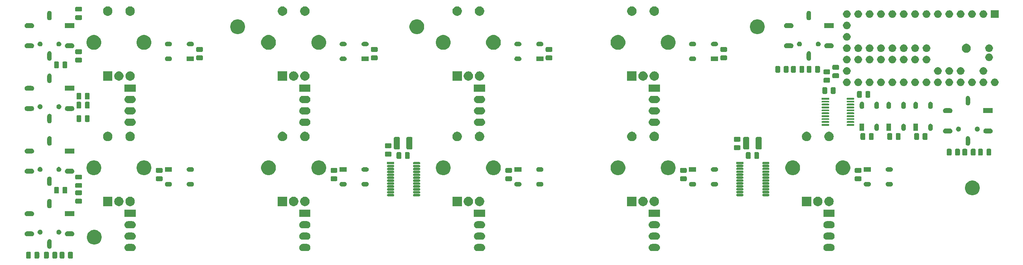
<source format=gts>
G04 #@! TF.GenerationSoftware,KiCad,Pcbnew,(5.1.2)-1*
G04 #@! TF.CreationDate,2019-07-16T00:40:52+10:00*
G04 #@! TF.ProjectId,EncoderBoard,456e636f-6465-4724-926f-6172642e6b69,A*
G04 #@! TF.SameCoordinates,Original*
G04 #@! TF.FileFunction,Soldermask,Top*
G04 #@! TF.FilePolarity,Negative*
%FSLAX46Y46*%
G04 Gerber Fmt 4.6, Leading zero omitted, Abs format (unit mm)*
G04 Created by KiCad (PCBNEW (5.1.2)-1) date 2019-07-16 00:40:52*
%MOMM*%
%LPD*%
G04 APERTURE LIST*
%ADD10C,0.100000*%
G04 APERTURE END LIST*
D10*
G36*
X55518722Y-107255043D02*
G01*
X55566766Y-107269617D01*
X55611049Y-107293287D01*
X55649861Y-107325139D01*
X55681713Y-107363951D01*
X55705383Y-107408234D01*
X55719957Y-107456278D01*
X55725000Y-107507482D01*
X55725000Y-108492518D01*
X55719957Y-108543722D01*
X55705383Y-108591766D01*
X55681713Y-108636049D01*
X55649861Y-108674861D01*
X55611049Y-108706713D01*
X55566766Y-108730383D01*
X55518722Y-108744957D01*
X55467518Y-108750000D01*
X54907482Y-108750000D01*
X54856278Y-108744957D01*
X54808234Y-108730383D01*
X54763951Y-108706713D01*
X54725139Y-108674861D01*
X54693287Y-108636049D01*
X54669617Y-108591766D01*
X54655043Y-108543722D01*
X54650000Y-108492518D01*
X54650000Y-107507482D01*
X54655043Y-107456278D01*
X54669617Y-107408234D01*
X54693287Y-107363951D01*
X54725139Y-107325139D01*
X54763951Y-107293287D01*
X54808234Y-107269617D01*
X54856278Y-107255043D01*
X54907482Y-107250000D01*
X55467518Y-107250000D01*
X55518722Y-107255043D01*
X55518722Y-107255043D01*
G37*
G36*
X61143722Y-107255043D02*
G01*
X61191766Y-107269617D01*
X61236049Y-107293287D01*
X61274861Y-107325139D01*
X61306713Y-107363951D01*
X61330383Y-107408234D01*
X61344957Y-107456278D01*
X61350000Y-107507482D01*
X61350000Y-108492518D01*
X61344957Y-108543722D01*
X61330383Y-108591766D01*
X61306713Y-108636049D01*
X61274861Y-108674861D01*
X61236049Y-108706713D01*
X61191766Y-108730383D01*
X61143722Y-108744957D01*
X61092518Y-108750000D01*
X60532482Y-108750000D01*
X60481278Y-108744957D01*
X60433234Y-108730383D01*
X60388951Y-108706713D01*
X60350139Y-108674861D01*
X60318287Y-108636049D01*
X60294617Y-108591766D01*
X60280043Y-108543722D01*
X60275000Y-108492518D01*
X60275000Y-107507482D01*
X60280043Y-107456278D01*
X60294617Y-107408234D01*
X60318287Y-107363951D01*
X60350139Y-107325139D01*
X60388951Y-107293287D01*
X60433234Y-107269617D01*
X60481278Y-107255043D01*
X60532482Y-107250000D01*
X61092518Y-107250000D01*
X61143722Y-107255043D01*
X61143722Y-107255043D01*
G37*
G36*
X63018722Y-107255043D02*
G01*
X63066766Y-107269617D01*
X63111049Y-107293287D01*
X63149861Y-107325139D01*
X63181713Y-107363951D01*
X63205383Y-107408234D01*
X63219957Y-107456278D01*
X63225000Y-107507482D01*
X63225000Y-108492518D01*
X63219957Y-108543722D01*
X63205383Y-108591766D01*
X63181713Y-108636049D01*
X63149861Y-108674861D01*
X63111049Y-108706713D01*
X63066766Y-108730383D01*
X63018722Y-108744957D01*
X62967518Y-108750000D01*
X62407482Y-108750000D01*
X62356278Y-108744957D01*
X62308234Y-108730383D01*
X62263951Y-108706713D01*
X62225139Y-108674861D01*
X62193287Y-108636049D01*
X62169617Y-108591766D01*
X62155043Y-108543722D01*
X62150000Y-108492518D01*
X62150000Y-107507482D01*
X62155043Y-107456278D01*
X62169617Y-107408234D01*
X62193287Y-107363951D01*
X62225139Y-107325139D01*
X62263951Y-107293287D01*
X62308234Y-107269617D01*
X62356278Y-107255043D01*
X62407482Y-107250000D01*
X62967518Y-107250000D01*
X63018722Y-107255043D01*
X63018722Y-107255043D01*
G37*
G36*
X59518722Y-107255043D02*
G01*
X59566766Y-107269617D01*
X59611049Y-107293287D01*
X59649861Y-107325139D01*
X59681713Y-107363951D01*
X59705383Y-107408234D01*
X59719957Y-107456278D01*
X59725000Y-107507482D01*
X59725000Y-108492518D01*
X59719957Y-108543722D01*
X59705383Y-108591766D01*
X59681713Y-108636049D01*
X59649861Y-108674861D01*
X59611049Y-108706713D01*
X59566766Y-108730383D01*
X59518722Y-108744957D01*
X59467518Y-108750000D01*
X58907482Y-108750000D01*
X58856278Y-108744957D01*
X58808234Y-108730383D01*
X58763951Y-108706713D01*
X58725139Y-108674861D01*
X58693287Y-108636049D01*
X58669617Y-108591766D01*
X58655043Y-108543722D01*
X58650000Y-108492518D01*
X58650000Y-107507482D01*
X58655043Y-107456278D01*
X58669617Y-107408234D01*
X58693287Y-107363951D01*
X58725139Y-107325139D01*
X58763951Y-107293287D01*
X58808234Y-107269617D01*
X58856278Y-107255043D01*
X58907482Y-107250000D01*
X59467518Y-107250000D01*
X59518722Y-107255043D01*
X59518722Y-107255043D01*
G37*
G36*
X53643722Y-107255043D02*
G01*
X53691766Y-107269617D01*
X53736049Y-107293287D01*
X53774861Y-107325139D01*
X53806713Y-107363951D01*
X53830383Y-107408234D01*
X53844957Y-107456278D01*
X53850000Y-107507482D01*
X53850000Y-108492518D01*
X53844957Y-108543722D01*
X53830383Y-108591766D01*
X53806713Y-108636049D01*
X53774861Y-108674861D01*
X53736049Y-108706713D01*
X53691766Y-108730383D01*
X53643722Y-108744957D01*
X53592518Y-108750000D01*
X53032482Y-108750000D01*
X52981278Y-108744957D01*
X52933234Y-108730383D01*
X52888951Y-108706713D01*
X52850139Y-108674861D01*
X52818287Y-108636049D01*
X52794617Y-108591766D01*
X52780043Y-108543722D01*
X52775000Y-108492518D01*
X52775000Y-107507482D01*
X52780043Y-107456278D01*
X52794617Y-107408234D01*
X52818287Y-107363951D01*
X52850139Y-107325139D01*
X52888951Y-107293287D01*
X52933234Y-107269617D01*
X52981278Y-107255043D01*
X53032482Y-107250000D01*
X53592518Y-107250000D01*
X53643722Y-107255043D01*
X53643722Y-107255043D01*
G37*
G36*
X57643722Y-107255043D02*
G01*
X57691766Y-107269617D01*
X57736049Y-107293287D01*
X57774861Y-107325139D01*
X57806713Y-107363951D01*
X57830383Y-107408234D01*
X57844957Y-107456278D01*
X57850000Y-107507482D01*
X57850000Y-108492518D01*
X57844957Y-108543722D01*
X57830383Y-108591766D01*
X57806713Y-108636049D01*
X57774861Y-108674861D01*
X57736049Y-108706713D01*
X57691766Y-108730383D01*
X57643722Y-108744957D01*
X57592518Y-108750000D01*
X57032482Y-108750000D01*
X56981278Y-108744957D01*
X56933234Y-108730383D01*
X56888951Y-108706713D01*
X56850139Y-108674861D01*
X56818287Y-108636049D01*
X56794617Y-108591766D01*
X56780043Y-108543722D01*
X56775000Y-108492518D01*
X56775000Y-107507482D01*
X56780043Y-107456278D01*
X56794617Y-107408234D01*
X56818287Y-107363951D01*
X56850139Y-107325139D01*
X56888951Y-107293287D01*
X56933234Y-107269617D01*
X56981278Y-107255043D01*
X57032482Y-107250000D01*
X57592518Y-107250000D01*
X57643722Y-107255043D01*
X57643722Y-107255043D01*
G37*
G36*
X193606827Y-105521576D02*
G01*
X193731111Y-105559277D01*
X193757632Y-105567322D01*
X193896607Y-105641607D01*
X194018422Y-105741578D01*
X194118393Y-105863393D01*
X194192678Y-106002368D01*
X194192679Y-106002372D01*
X194238424Y-106153173D01*
X194253870Y-106310000D01*
X194238424Y-106466827D01*
X194215388Y-106542765D01*
X194192678Y-106617632D01*
X194118393Y-106756607D01*
X194018422Y-106878422D01*
X193896607Y-106978393D01*
X193757632Y-107052678D01*
X193731111Y-107060723D01*
X193606827Y-107098424D01*
X193489293Y-107110000D01*
X192510707Y-107110000D01*
X192393173Y-107098424D01*
X192268889Y-107060723D01*
X192242368Y-107052678D01*
X192103393Y-106978393D01*
X191981578Y-106878422D01*
X191881607Y-106756607D01*
X191807322Y-106617632D01*
X191784612Y-106542765D01*
X191761576Y-106466827D01*
X191746130Y-106310000D01*
X191761576Y-106153173D01*
X191807321Y-106002372D01*
X191807322Y-106002368D01*
X191881607Y-105863393D01*
X191981578Y-105741578D01*
X192103393Y-105641607D01*
X192242368Y-105567322D01*
X192268889Y-105559277D01*
X192393173Y-105521576D01*
X192510707Y-105510000D01*
X193489293Y-105510000D01*
X193606827Y-105521576D01*
X193606827Y-105521576D01*
G37*
G36*
X115606827Y-105521576D02*
G01*
X115731111Y-105559277D01*
X115757632Y-105567322D01*
X115896607Y-105641607D01*
X116018422Y-105741578D01*
X116118393Y-105863393D01*
X116192678Y-106002368D01*
X116192679Y-106002372D01*
X116238424Y-106153173D01*
X116253870Y-106310000D01*
X116238424Y-106466827D01*
X116215388Y-106542765D01*
X116192678Y-106617632D01*
X116118393Y-106756607D01*
X116018422Y-106878422D01*
X115896607Y-106978393D01*
X115757632Y-107052678D01*
X115731111Y-107060723D01*
X115606827Y-107098424D01*
X115489293Y-107110000D01*
X114510707Y-107110000D01*
X114393173Y-107098424D01*
X114268889Y-107060723D01*
X114242368Y-107052678D01*
X114103393Y-106978393D01*
X113981578Y-106878422D01*
X113881607Y-106756607D01*
X113807322Y-106617632D01*
X113784612Y-106542765D01*
X113761576Y-106466827D01*
X113746130Y-106310000D01*
X113761576Y-106153173D01*
X113807321Y-106002372D01*
X113807322Y-106002368D01*
X113881607Y-105863393D01*
X113981578Y-105741578D01*
X114103393Y-105641607D01*
X114242368Y-105567322D01*
X114268889Y-105559277D01*
X114393173Y-105521576D01*
X114510707Y-105510000D01*
X115489293Y-105510000D01*
X115606827Y-105521576D01*
X115606827Y-105521576D01*
G37*
G36*
X76606827Y-105521576D02*
G01*
X76731111Y-105559277D01*
X76757632Y-105567322D01*
X76896607Y-105641607D01*
X77018422Y-105741578D01*
X77118393Y-105863393D01*
X77192678Y-106002368D01*
X77192679Y-106002372D01*
X77238424Y-106153173D01*
X77253870Y-106310000D01*
X77238424Y-106466827D01*
X77215388Y-106542765D01*
X77192678Y-106617632D01*
X77118393Y-106756607D01*
X77018422Y-106878422D01*
X76896607Y-106978393D01*
X76757632Y-107052678D01*
X76731111Y-107060723D01*
X76606827Y-107098424D01*
X76489293Y-107110000D01*
X75510707Y-107110000D01*
X75393173Y-107098424D01*
X75268889Y-107060723D01*
X75242368Y-107052678D01*
X75103393Y-106978393D01*
X74981578Y-106878422D01*
X74881607Y-106756607D01*
X74807322Y-106617632D01*
X74784612Y-106542765D01*
X74761576Y-106466827D01*
X74746130Y-106310000D01*
X74761576Y-106153173D01*
X74807321Y-106002372D01*
X74807322Y-106002368D01*
X74881607Y-105863393D01*
X74981578Y-105741578D01*
X75103393Y-105641607D01*
X75242368Y-105567322D01*
X75268889Y-105559277D01*
X75393173Y-105521576D01*
X75510707Y-105510000D01*
X76489293Y-105510000D01*
X76606827Y-105521576D01*
X76606827Y-105521576D01*
G37*
G36*
X232606827Y-105521576D02*
G01*
X232731111Y-105559277D01*
X232757632Y-105567322D01*
X232896607Y-105641607D01*
X233018422Y-105741578D01*
X233118393Y-105863393D01*
X233192678Y-106002368D01*
X233192679Y-106002372D01*
X233238424Y-106153173D01*
X233253870Y-106310000D01*
X233238424Y-106466827D01*
X233215388Y-106542765D01*
X233192678Y-106617632D01*
X233118393Y-106756607D01*
X233018422Y-106878422D01*
X232896607Y-106978393D01*
X232757632Y-107052678D01*
X232731111Y-107060723D01*
X232606827Y-107098424D01*
X232489293Y-107110000D01*
X231510707Y-107110000D01*
X231393173Y-107098424D01*
X231268889Y-107060723D01*
X231242368Y-107052678D01*
X231103393Y-106978393D01*
X230981578Y-106878422D01*
X230881607Y-106756607D01*
X230807322Y-106617632D01*
X230784612Y-106542765D01*
X230761576Y-106466827D01*
X230746130Y-106310000D01*
X230761576Y-106153173D01*
X230807321Y-106002372D01*
X230807322Y-106002368D01*
X230881607Y-105863393D01*
X230981578Y-105741578D01*
X231103393Y-105641607D01*
X231242368Y-105567322D01*
X231268889Y-105559277D01*
X231393173Y-105521576D01*
X231510707Y-105510000D01*
X232489293Y-105510000D01*
X232606827Y-105521576D01*
X232606827Y-105521576D01*
G37*
G36*
X154606827Y-105521576D02*
G01*
X154731111Y-105559277D01*
X154757632Y-105567322D01*
X154896607Y-105641607D01*
X155018422Y-105741578D01*
X155118393Y-105863393D01*
X155192678Y-106002368D01*
X155192679Y-106002372D01*
X155238424Y-106153173D01*
X155253870Y-106310000D01*
X155238424Y-106466827D01*
X155215388Y-106542765D01*
X155192678Y-106617632D01*
X155118393Y-106756607D01*
X155018422Y-106878422D01*
X154896607Y-106978393D01*
X154757632Y-107052678D01*
X154731111Y-107060723D01*
X154606827Y-107098424D01*
X154489293Y-107110000D01*
X153510707Y-107110000D01*
X153393173Y-107098424D01*
X153268889Y-107060723D01*
X153242368Y-107052678D01*
X153103393Y-106978393D01*
X152981578Y-106878422D01*
X152881607Y-106756607D01*
X152807322Y-106617632D01*
X152784612Y-106542765D01*
X152761576Y-106466827D01*
X152746130Y-106310000D01*
X152761576Y-106153173D01*
X152807321Y-106002372D01*
X152807322Y-106002368D01*
X152881607Y-105863393D01*
X152981578Y-105741578D01*
X153103393Y-105641607D01*
X153242368Y-105567322D01*
X153268889Y-105559277D01*
X153393173Y-105521576D01*
X153510707Y-105510000D01*
X154489293Y-105510000D01*
X154606827Y-105521576D01*
X154606827Y-105521576D01*
G37*
G36*
X58098016Y-104457235D02*
G01*
X58192266Y-104485825D01*
X58245884Y-104514484D01*
X58279130Y-104532254D01*
X58355264Y-104594736D01*
X58417746Y-104670870D01*
X58435516Y-104704117D01*
X58464175Y-104757733D01*
X58492765Y-104851983D01*
X58500000Y-104925440D01*
X58500000Y-106074560D01*
X58492765Y-106148017D01*
X58464175Y-106242267D01*
X58435516Y-106295883D01*
X58417746Y-106329130D01*
X58355264Y-106405264D01*
X58279130Y-106467746D01*
X58245883Y-106485516D01*
X58192267Y-106514175D01*
X58098017Y-106542765D01*
X58000000Y-106552419D01*
X57901984Y-106542765D01*
X57807734Y-106514175D01*
X57754118Y-106485516D01*
X57720871Y-106467746D01*
X57644737Y-106405264D01*
X57582255Y-106329130D01*
X57564485Y-106295883D01*
X57535826Y-106242267D01*
X57507236Y-106148017D01*
X57500001Y-106074560D01*
X57500000Y-104925441D01*
X57507235Y-104851984D01*
X57535825Y-104757734D01*
X57564484Y-104704116D01*
X57582254Y-104670870D01*
X57644736Y-104594736D01*
X57720870Y-104532254D01*
X57757495Y-104512678D01*
X57807733Y-104485825D01*
X57901983Y-104457235D01*
X58000000Y-104447581D01*
X58098016Y-104457235D01*
X58098016Y-104457235D01*
G37*
G36*
X68481287Y-102413408D02*
G01*
X68781568Y-102537789D01*
X69051814Y-102718361D01*
X69281639Y-102948186D01*
X69462211Y-103218432D01*
X69586592Y-103518713D01*
X69650000Y-103837489D01*
X69650000Y-104162511D01*
X69586592Y-104481287D01*
X69462211Y-104781568D01*
X69281639Y-105051814D01*
X69051814Y-105281639D01*
X68781568Y-105462211D01*
X68481287Y-105586592D01*
X68162511Y-105650000D01*
X67837489Y-105650000D01*
X67518713Y-105586592D01*
X67218432Y-105462211D01*
X66948186Y-105281639D01*
X66718361Y-105051814D01*
X66537789Y-104781568D01*
X66413408Y-104481287D01*
X66350000Y-104162511D01*
X66350000Y-103837489D01*
X66413408Y-103518713D01*
X66537789Y-103218432D01*
X66718361Y-102948186D01*
X66948186Y-102718361D01*
X67218432Y-102537789D01*
X67518713Y-102413408D01*
X67837489Y-102350000D01*
X68162511Y-102350000D01*
X68481287Y-102413408D01*
X68481287Y-102413408D01*
G37*
G36*
X76606827Y-102981576D02*
G01*
X76731111Y-103019277D01*
X76757632Y-103027322D01*
X76896607Y-103101607D01*
X77018422Y-103201578D01*
X77118393Y-103323393D01*
X77192678Y-103462368D01*
X77192679Y-103462372D01*
X77238424Y-103613173D01*
X77253870Y-103770000D01*
X77238424Y-103926827D01*
X77200723Y-104051111D01*
X77192678Y-104077632D01*
X77118393Y-104216607D01*
X77018422Y-104338422D01*
X76896607Y-104438393D01*
X76757632Y-104512678D01*
X76731111Y-104520723D01*
X76606827Y-104558424D01*
X76489293Y-104570000D01*
X75510707Y-104570000D01*
X75393173Y-104558424D01*
X75268889Y-104520723D01*
X75242368Y-104512678D01*
X75103393Y-104438393D01*
X74981578Y-104338422D01*
X74881607Y-104216607D01*
X74807322Y-104077632D01*
X74799277Y-104051111D01*
X74761576Y-103926827D01*
X74746130Y-103770000D01*
X74761576Y-103613173D01*
X74807321Y-103462372D01*
X74807322Y-103462368D01*
X74881607Y-103323393D01*
X74981578Y-103201578D01*
X75103393Y-103101607D01*
X75242368Y-103027322D01*
X75268889Y-103019277D01*
X75393173Y-102981576D01*
X75510707Y-102970000D01*
X76489293Y-102970000D01*
X76606827Y-102981576D01*
X76606827Y-102981576D01*
G37*
G36*
X232606827Y-102981576D02*
G01*
X232731111Y-103019277D01*
X232757632Y-103027322D01*
X232896607Y-103101607D01*
X233018422Y-103201578D01*
X233118393Y-103323393D01*
X233192678Y-103462368D01*
X233192679Y-103462372D01*
X233238424Y-103613173D01*
X233253870Y-103770000D01*
X233238424Y-103926827D01*
X233200723Y-104051111D01*
X233192678Y-104077632D01*
X233118393Y-104216607D01*
X233018422Y-104338422D01*
X232896607Y-104438393D01*
X232757632Y-104512678D01*
X232731111Y-104520723D01*
X232606827Y-104558424D01*
X232489293Y-104570000D01*
X231510707Y-104570000D01*
X231393173Y-104558424D01*
X231268889Y-104520723D01*
X231242368Y-104512678D01*
X231103393Y-104438393D01*
X230981578Y-104338422D01*
X230881607Y-104216607D01*
X230807322Y-104077632D01*
X230799277Y-104051111D01*
X230761576Y-103926827D01*
X230746130Y-103770000D01*
X230761576Y-103613173D01*
X230807321Y-103462372D01*
X230807322Y-103462368D01*
X230881607Y-103323393D01*
X230981578Y-103201578D01*
X231103393Y-103101607D01*
X231242368Y-103027322D01*
X231268889Y-103019277D01*
X231393173Y-102981576D01*
X231510707Y-102970000D01*
X232489293Y-102970000D01*
X232606827Y-102981576D01*
X232606827Y-102981576D01*
G37*
G36*
X193606827Y-102981576D02*
G01*
X193731111Y-103019277D01*
X193757632Y-103027322D01*
X193896607Y-103101607D01*
X194018422Y-103201578D01*
X194118393Y-103323393D01*
X194192678Y-103462368D01*
X194192679Y-103462372D01*
X194238424Y-103613173D01*
X194253870Y-103770000D01*
X194238424Y-103926827D01*
X194200723Y-104051111D01*
X194192678Y-104077632D01*
X194118393Y-104216607D01*
X194018422Y-104338422D01*
X193896607Y-104438393D01*
X193757632Y-104512678D01*
X193731111Y-104520723D01*
X193606827Y-104558424D01*
X193489293Y-104570000D01*
X192510707Y-104570000D01*
X192393173Y-104558424D01*
X192268889Y-104520723D01*
X192242368Y-104512678D01*
X192103393Y-104438393D01*
X191981578Y-104338422D01*
X191881607Y-104216607D01*
X191807322Y-104077632D01*
X191799277Y-104051111D01*
X191761576Y-103926827D01*
X191746130Y-103770000D01*
X191761576Y-103613173D01*
X191807321Y-103462372D01*
X191807322Y-103462368D01*
X191881607Y-103323393D01*
X191981578Y-103201578D01*
X192103393Y-103101607D01*
X192242368Y-103027322D01*
X192268889Y-103019277D01*
X192393173Y-102981576D01*
X192510707Y-102970000D01*
X193489293Y-102970000D01*
X193606827Y-102981576D01*
X193606827Y-102981576D01*
G37*
G36*
X115606827Y-102981576D02*
G01*
X115731111Y-103019277D01*
X115757632Y-103027322D01*
X115896607Y-103101607D01*
X116018422Y-103201578D01*
X116118393Y-103323393D01*
X116192678Y-103462368D01*
X116192679Y-103462372D01*
X116238424Y-103613173D01*
X116253870Y-103770000D01*
X116238424Y-103926827D01*
X116200723Y-104051111D01*
X116192678Y-104077632D01*
X116118393Y-104216607D01*
X116018422Y-104338422D01*
X115896607Y-104438393D01*
X115757632Y-104512678D01*
X115731111Y-104520723D01*
X115606827Y-104558424D01*
X115489293Y-104570000D01*
X114510707Y-104570000D01*
X114393173Y-104558424D01*
X114268889Y-104520723D01*
X114242368Y-104512678D01*
X114103393Y-104438393D01*
X113981578Y-104338422D01*
X113881607Y-104216607D01*
X113807322Y-104077632D01*
X113799277Y-104051111D01*
X113761576Y-103926827D01*
X113746130Y-103770000D01*
X113761576Y-103613173D01*
X113807321Y-103462372D01*
X113807322Y-103462368D01*
X113881607Y-103323393D01*
X113981578Y-103201578D01*
X114103393Y-103101607D01*
X114242368Y-103027322D01*
X114268889Y-103019277D01*
X114393173Y-102981576D01*
X114510707Y-102970000D01*
X115489293Y-102970000D01*
X115606827Y-102981576D01*
X115606827Y-102981576D01*
G37*
G36*
X154606827Y-102981576D02*
G01*
X154731111Y-103019277D01*
X154757632Y-103027322D01*
X154896607Y-103101607D01*
X155018422Y-103201578D01*
X155118393Y-103323393D01*
X155192678Y-103462368D01*
X155192679Y-103462372D01*
X155238424Y-103613173D01*
X155253870Y-103770000D01*
X155238424Y-103926827D01*
X155200723Y-104051111D01*
X155192678Y-104077632D01*
X155118393Y-104216607D01*
X155018422Y-104338422D01*
X154896607Y-104438393D01*
X154757632Y-104512678D01*
X154731111Y-104520723D01*
X154606827Y-104558424D01*
X154489293Y-104570000D01*
X153510707Y-104570000D01*
X153393173Y-104558424D01*
X153268889Y-104520723D01*
X153242368Y-104512678D01*
X153103393Y-104438393D01*
X152981578Y-104338422D01*
X152881607Y-104216607D01*
X152807322Y-104077632D01*
X152799277Y-104051111D01*
X152761576Y-103926827D01*
X152746130Y-103770000D01*
X152761576Y-103613173D01*
X152807321Y-103462372D01*
X152807322Y-103462368D01*
X152881607Y-103323393D01*
X152981578Y-103201578D01*
X153103393Y-103101607D01*
X153242368Y-103027322D01*
X153268889Y-103019277D01*
X153393173Y-102981576D01*
X153510707Y-102970000D01*
X154489293Y-102970000D01*
X154606827Y-102981576D01*
X154606827Y-102981576D01*
G37*
G36*
X54107819Y-102707958D02*
G01*
X54196910Y-102734984D01*
X54211498Y-102739409D01*
X54301577Y-102787558D01*
X54307042Y-102790479D01*
X54390790Y-102859210D01*
X54459521Y-102942958D01*
X54459522Y-102942960D01*
X54510591Y-103038502D01*
X54510592Y-103038506D01*
X54542042Y-103142181D01*
X54552661Y-103250000D01*
X54542042Y-103357819D01*
X54529246Y-103400000D01*
X54510591Y-103461498D01*
X54462442Y-103551577D01*
X54459521Y-103557042D01*
X54390790Y-103640790D01*
X54307042Y-103709521D01*
X54307040Y-103709522D01*
X54211498Y-103760591D01*
X54196910Y-103765016D01*
X54107819Y-103792042D01*
X54027018Y-103800000D01*
X52972982Y-103800000D01*
X52892181Y-103792042D01*
X52803090Y-103765016D01*
X52788502Y-103760591D01*
X52692960Y-103709522D01*
X52692958Y-103709521D01*
X52609210Y-103640790D01*
X52540479Y-103557042D01*
X52537558Y-103551577D01*
X52489409Y-103461498D01*
X52470754Y-103400000D01*
X52457958Y-103357819D01*
X52447339Y-103250000D01*
X52457958Y-103142181D01*
X52489408Y-103038506D01*
X52489409Y-103038502D01*
X52540478Y-102942960D01*
X52540479Y-102942958D01*
X52609210Y-102859210D01*
X52692958Y-102790479D01*
X52698423Y-102787558D01*
X52788502Y-102739409D01*
X52803090Y-102734984D01*
X52892181Y-102707958D01*
X52972982Y-102700000D01*
X54027018Y-102700000D01*
X54107819Y-102707958D01*
X54107819Y-102707958D01*
G37*
G36*
X63107819Y-102707958D02*
G01*
X63196910Y-102734984D01*
X63211498Y-102739409D01*
X63301577Y-102787558D01*
X63307042Y-102790479D01*
X63390790Y-102859210D01*
X63459521Y-102942958D01*
X63459522Y-102942960D01*
X63510591Y-103038502D01*
X63510592Y-103038506D01*
X63542042Y-103142181D01*
X63552661Y-103250000D01*
X63542042Y-103357819D01*
X63529246Y-103400000D01*
X63510591Y-103461498D01*
X63462442Y-103551577D01*
X63459521Y-103557042D01*
X63390790Y-103640790D01*
X63307042Y-103709521D01*
X63307040Y-103709522D01*
X63211498Y-103760591D01*
X63196910Y-103765016D01*
X63107819Y-103792042D01*
X63027018Y-103800000D01*
X61972982Y-103800000D01*
X61892181Y-103792042D01*
X61803090Y-103765016D01*
X61788502Y-103760591D01*
X61692960Y-103709522D01*
X61692958Y-103709521D01*
X61609210Y-103640790D01*
X61540479Y-103557042D01*
X61537558Y-103551577D01*
X61489409Y-103461498D01*
X61470754Y-103400000D01*
X61457958Y-103357819D01*
X61447339Y-103250000D01*
X61457958Y-103142181D01*
X61489408Y-103038506D01*
X61489409Y-103038502D01*
X61540478Y-102942960D01*
X61540479Y-102942958D01*
X61609210Y-102859210D01*
X61692958Y-102790479D01*
X61698423Y-102787558D01*
X61788502Y-102739409D01*
X61803090Y-102734984D01*
X61892181Y-102707958D01*
X61972982Y-102700000D01*
X63027018Y-102700000D01*
X63107819Y-102707958D01*
X63107819Y-102707958D01*
G37*
G36*
X60260429Y-102321136D02*
G01*
X60310476Y-102341866D01*
X60360522Y-102362596D01*
X60360523Y-102362597D01*
X60436569Y-102413409D01*
X60450605Y-102422788D01*
X60527212Y-102499395D01*
X60587404Y-102589478D01*
X60608134Y-102639524D01*
X60628864Y-102689571D01*
X60650000Y-102795830D01*
X60650000Y-102904170D01*
X60628864Y-103010429D01*
X60617234Y-103038506D01*
X60587404Y-103110522D01*
X60527212Y-103200605D01*
X60450605Y-103277212D01*
X60360522Y-103337404D01*
X60311238Y-103357818D01*
X60260429Y-103378864D01*
X60154170Y-103400000D01*
X60045830Y-103400000D01*
X59939571Y-103378864D01*
X59888762Y-103357818D01*
X59839478Y-103337404D01*
X59749395Y-103277212D01*
X59672788Y-103200605D01*
X59612596Y-103110522D01*
X59582766Y-103038506D01*
X59571136Y-103010429D01*
X59550000Y-102904170D01*
X59550000Y-102795830D01*
X59571136Y-102689571D01*
X59591866Y-102639524D01*
X59612596Y-102589478D01*
X59672788Y-102499395D01*
X59749395Y-102422788D01*
X59763432Y-102413409D01*
X59839477Y-102362597D01*
X59839478Y-102362596D01*
X59889524Y-102341866D01*
X59939571Y-102321136D01*
X60045830Y-102300000D01*
X60154170Y-102300000D01*
X60260429Y-102321136D01*
X60260429Y-102321136D01*
G37*
G36*
X56060429Y-102321136D02*
G01*
X56110476Y-102341866D01*
X56160522Y-102362596D01*
X56160523Y-102362597D01*
X56236569Y-102413409D01*
X56250605Y-102422788D01*
X56327212Y-102499395D01*
X56387404Y-102589478D01*
X56408134Y-102639524D01*
X56428864Y-102689571D01*
X56450000Y-102795830D01*
X56450000Y-102904170D01*
X56428864Y-103010429D01*
X56417234Y-103038506D01*
X56387404Y-103110522D01*
X56327212Y-103200605D01*
X56250605Y-103277212D01*
X56160522Y-103337404D01*
X56111238Y-103357818D01*
X56060429Y-103378864D01*
X55954170Y-103400000D01*
X55845830Y-103400000D01*
X55739571Y-103378864D01*
X55688762Y-103357818D01*
X55639478Y-103337404D01*
X55549395Y-103277212D01*
X55472788Y-103200605D01*
X55412596Y-103110522D01*
X55382766Y-103038506D01*
X55371136Y-103010429D01*
X55350000Y-102904170D01*
X55350000Y-102795830D01*
X55371136Y-102689571D01*
X55391866Y-102639524D01*
X55412596Y-102589478D01*
X55472788Y-102499395D01*
X55549395Y-102422788D01*
X55563432Y-102413409D01*
X55639477Y-102362597D01*
X55639478Y-102362596D01*
X55689524Y-102341866D01*
X55739571Y-102321136D01*
X55845830Y-102300000D01*
X55954170Y-102300000D01*
X56060429Y-102321136D01*
X56060429Y-102321136D01*
G37*
G36*
X232606827Y-100441576D02*
G01*
X232731111Y-100479277D01*
X232757632Y-100487322D01*
X232896607Y-100561607D01*
X233018422Y-100661578D01*
X233118393Y-100783393D01*
X233192678Y-100922368D01*
X233192679Y-100922372D01*
X233238424Y-101073173D01*
X233253870Y-101230000D01*
X233238424Y-101386827D01*
X233200723Y-101511111D01*
X233192678Y-101537632D01*
X233118393Y-101676607D01*
X233018422Y-101798422D01*
X232896607Y-101898393D01*
X232757632Y-101972678D01*
X232731111Y-101980723D01*
X232606827Y-102018424D01*
X232489293Y-102030000D01*
X231510707Y-102030000D01*
X231393173Y-102018424D01*
X231268889Y-101980723D01*
X231242368Y-101972678D01*
X231103393Y-101898393D01*
X230981578Y-101798422D01*
X230881607Y-101676607D01*
X230807322Y-101537632D01*
X230799277Y-101511111D01*
X230761576Y-101386827D01*
X230746130Y-101230000D01*
X230761576Y-101073173D01*
X230807321Y-100922372D01*
X230807322Y-100922368D01*
X230881607Y-100783393D01*
X230981578Y-100661578D01*
X231103393Y-100561607D01*
X231242368Y-100487322D01*
X231268889Y-100479277D01*
X231393173Y-100441576D01*
X231510707Y-100430000D01*
X232489293Y-100430000D01*
X232606827Y-100441576D01*
X232606827Y-100441576D01*
G37*
G36*
X76606827Y-100441576D02*
G01*
X76731111Y-100479277D01*
X76757632Y-100487322D01*
X76896607Y-100561607D01*
X77018422Y-100661578D01*
X77118393Y-100783393D01*
X77192678Y-100922368D01*
X77192679Y-100922372D01*
X77238424Y-101073173D01*
X77253870Y-101230000D01*
X77238424Y-101386827D01*
X77200723Y-101511111D01*
X77192678Y-101537632D01*
X77118393Y-101676607D01*
X77018422Y-101798422D01*
X76896607Y-101898393D01*
X76757632Y-101972678D01*
X76731111Y-101980723D01*
X76606827Y-102018424D01*
X76489293Y-102030000D01*
X75510707Y-102030000D01*
X75393173Y-102018424D01*
X75268889Y-101980723D01*
X75242368Y-101972678D01*
X75103393Y-101898393D01*
X74981578Y-101798422D01*
X74881607Y-101676607D01*
X74807322Y-101537632D01*
X74799277Y-101511111D01*
X74761576Y-101386827D01*
X74746130Y-101230000D01*
X74761576Y-101073173D01*
X74807321Y-100922372D01*
X74807322Y-100922368D01*
X74881607Y-100783393D01*
X74981578Y-100661578D01*
X75103393Y-100561607D01*
X75242368Y-100487322D01*
X75268889Y-100479277D01*
X75393173Y-100441576D01*
X75510707Y-100430000D01*
X76489293Y-100430000D01*
X76606827Y-100441576D01*
X76606827Y-100441576D01*
G37*
G36*
X154606827Y-100441576D02*
G01*
X154731111Y-100479277D01*
X154757632Y-100487322D01*
X154896607Y-100561607D01*
X155018422Y-100661578D01*
X155118393Y-100783393D01*
X155192678Y-100922368D01*
X155192679Y-100922372D01*
X155238424Y-101073173D01*
X155253870Y-101230000D01*
X155238424Y-101386827D01*
X155200723Y-101511111D01*
X155192678Y-101537632D01*
X155118393Y-101676607D01*
X155018422Y-101798422D01*
X154896607Y-101898393D01*
X154757632Y-101972678D01*
X154731111Y-101980723D01*
X154606827Y-102018424D01*
X154489293Y-102030000D01*
X153510707Y-102030000D01*
X153393173Y-102018424D01*
X153268889Y-101980723D01*
X153242368Y-101972678D01*
X153103393Y-101898393D01*
X152981578Y-101798422D01*
X152881607Y-101676607D01*
X152807322Y-101537632D01*
X152799277Y-101511111D01*
X152761576Y-101386827D01*
X152746130Y-101230000D01*
X152761576Y-101073173D01*
X152807321Y-100922372D01*
X152807322Y-100922368D01*
X152881607Y-100783393D01*
X152981578Y-100661578D01*
X153103393Y-100561607D01*
X153242368Y-100487322D01*
X153268889Y-100479277D01*
X153393173Y-100441576D01*
X153510707Y-100430000D01*
X154489293Y-100430000D01*
X154606827Y-100441576D01*
X154606827Y-100441576D01*
G37*
G36*
X193606827Y-100441576D02*
G01*
X193731111Y-100479277D01*
X193757632Y-100487322D01*
X193896607Y-100561607D01*
X194018422Y-100661578D01*
X194118393Y-100783393D01*
X194192678Y-100922368D01*
X194192679Y-100922372D01*
X194238424Y-101073173D01*
X194253870Y-101230000D01*
X194238424Y-101386827D01*
X194200723Y-101511111D01*
X194192678Y-101537632D01*
X194118393Y-101676607D01*
X194018422Y-101798422D01*
X193896607Y-101898393D01*
X193757632Y-101972678D01*
X193731111Y-101980723D01*
X193606827Y-102018424D01*
X193489293Y-102030000D01*
X192510707Y-102030000D01*
X192393173Y-102018424D01*
X192268889Y-101980723D01*
X192242368Y-101972678D01*
X192103393Y-101898393D01*
X191981578Y-101798422D01*
X191881607Y-101676607D01*
X191807322Y-101537632D01*
X191799277Y-101511111D01*
X191761576Y-101386827D01*
X191746130Y-101230000D01*
X191761576Y-101073173D01*
X191807321Y-100922372D01*
X191807322Y-100922368D01*
X191881607Y-100783393D01*
X191981578Y-100661578D01*
X192103393Y-100561607D01*
X192242368Y-100487322D01*
X192268889Y-100479277D01*
X192393173Y-100441576D01*
X192510707Y-100430000D01*
X193489293Y-100430000D01*
X193606827Y-100441576D01*
X193606827Y-100441576D01*
G37*
G36*
X115606827Y-100441576D02*
G01*
X115731111Y-100479277D01*
X115757632Y-100487322D01*
X115896607Y-100561607D01*
X116018422Y-100661578D01*
X116118393Y-100783393D01*
X116192678Y-100922368D01*
X116192679Y-100922372D01*
X116238424Y-101073173D01*
X116253870Y-101230000D01*
X116238424Y-101386827D01*
X116200723Y-101511111D01*
X116192678Y-101537632D01*
X116118393Y-101676607D01*
X116018422Y-101798422D01*
X115896607Y-101898393D01*
X115757632Y-101972678D01*
X115731111Y-101980723D01*
X115606827Y-102018424D01*
X115489293Y-102030000D01*
X114510707Y-102030000D01*
X114393173Y-102018424D01*
X114268889Y-101980723D01*
X114242368Y-101972678D01*
X114103393Y-101898393D01*
X113981578Y-101798422D01*
X113881607Y-101676607D01*
X113807322Y-101537632D01*
X113799277Y-101511111D01*
X113761576Y-101386827D01*
X113746130Y-101230000D01*
X113761576Y-101073173D01*
X113807321Y-100922372D01*
X113807322Y-100922368D01*
X113881607Y-100783393D01*
X113981578Y-100661578D01*
X114103393Y-100561607D01*
X114242368Y-100487322D01*
X114268889Y-100479277D01*
X114393173Y-100441576D01*
X114510707Y-100430000D01*
X115489293Y-100430000D01*
X115606827Y-100441576D01*
X115606827Y-100441576D01*
G37*
G36*
X116250000Y-99490000D02*
G01*
X113750000Y-99490000D01*
X113750000Y-97890000D01*
X116250000Y-97890000D01*
X116250000Y-99490000D01*
X116250000Y-99490000D01*
G37*
G36*
X155250000Y-99490000D02*
G01*
X152750000Y-99490000D01*
X152750000Y-97890000D01*
X155250000Y-97890000D01*
X155250000Y-99490000D01*
X155250000Y-99490000D01*
G37*
G36*
X77250000Y-99490000D02*
G01*
X74750000Y-99490000D01*
X74750000Y-97890000D01*
X77250000Y-97890000D01*
X77250000Y-99490000D01*
X77250000Y-99490000D01*
G37*
G36*
X194250000Y-99490000D02*
G01*
X191750000Y-99490000D01*
X191750000Y-97890000D01*
X194250000Y-97890000D01*
X194250000Y-99490000D01*
X194250000Y-99490000D01*
G37*
G36*
X233250000Y-99490000D02*
G01*
X230750000Y-99490000D01*
X230750000Y-97890000D01*
X233250000Y-97890000D01*
X233250000Y-99490000D01*
X233250000Y-99490000D01*
G37*
G36*
X54107819Y-98207958D02*
G01*
X54196910Y-98234984D01*
X54211498Y-98239409D01*
X54301577Y-98287558D01*
X54307042Y-98290479D01*
X54390790Y-98359210D01*
X54459521Y-98442958D01*
X54459522Y-98442960D01*
X54510591Y-98538502D01*
X54510592Y-98538506D01*
X54542042Y-98642181D01*
X54552661Y-98750000D01*
X54542042Y-98857819D01*
X54515016Y-98946910D01*
X54510591Y-98961498D01*
X54462442Y-99051577D01*
X54459521Y-99057042D01*
X54390790Y-99140790D01*
X54307042Y-99209521D01*
X54307040Y-99209522D01*
X54211498Y-99260591D01*
X54196910Y-99265016D01*
X54107819Y-99292042D01*
X54027018Y-99300000D01*
X52972982Y-99300000D01*
X52892181Y-99292042D01*
X52803090Y-99265016D01*
X52788502Y-99260591D01*
X52692960Y-99209522D01*
X52692958Y-99209521D01*
X52609210Y-99140790D01*
X52540479Y-99057042D01*
X52537558Y-99051577D01*
X52489409Y-98961498D01*
X52484984Y-98946910D01*
X52457958Y-98857819D01*
X52447339Y-98750000D01*
X52457958Y-98642181D01*
X52489408Y-98538506D01*
X52489409Y-98538502D01*
X52540478Y-98442960D01*
X52540479Y-98442958D01*
X52609210Y-98359210D01*
X52692958Y-98290479D01*
X52698423Y-98287558D01*
X52788502Y-98239409D01*
X52803090Y-98234984D01*
X52892181Y-98207958D01*
X52972982Y-98200000D01*
X54027018Y-98200000D01*
X54107819Y-98207958D01*
X54107819Y-98207958D01*
G37*
G36*
X63550000Y-99300000D02*
G01*
X61450000Y-99300000D01*
X61450000Y-98200000D01*
X63550000Y-98200000D01*
X63550000Y-99300000D01*
X63550000Y-99300000D01*
G37*
G36*
X58098016Y-95457235D02*
G01*
X58192266Y-95485825D01*
X58244886Y-95513951D01*
X58279130Y-95532254D01*
X58355264Y-95594736D01*
X58417746Y-95670870D01*
X58429962Y-95693725D01*
X58464175Y-95757733D01*
X58492765Y-95851983D01*
X58500000Y-95925440D01*
X58500000Y-97074560D01*
X58492765Y-97148017D01*
X58464175Y-97242267D01*
X58435516Y-97295883D01*
X58417746Y-97329130D01*
X58355264Y-97405264D01*
X58279130Y-97467746D01*
X58245883Y-97485516D01*
X58192267Y-97514175D01*
X58098017Y-97542765D01*
X58000000Y-97552419D01*
X57901984Y-97542765D01*
X57807734Y-97514175D01*
X57754118Y-97485516D01*
X57720871Y-97467746D01*
X57644737Y-97405264D01*
X57582255Y-97329130D01*
X57564485Y-97295883D01*
X57535826Y-97242267D01*
X57507236Y-97148017D01*
X57500001Y-97074560D01*
X57500000Y-95925441D01*
X57507235Y-95851984D01*
X57535825Y-95757734D01*
X57570038Y-95693725D01*
X57582254Y-95670870D01*
X57644736Y-95594736D01*
X57720870Y-95532254D01*
X57755113Y-95513951D01*
X57807733Y-95485825D01*
X57901983Y-95457235D01*
X58000000Y-95447581D01*
X58098016Y-95457235D01*
X58098016Y-95457235D01*
G37*
G36*
X76306274Y-94990350D02*
G01*
X76497362Y-95069502D01*
X76669336Y-95184411D01*
X76815589Y-95330664D01*
X76930498Y-95502638D01*
X77009650Y-95693726D01*
X77050000Y-95896584D01*
X77050000Y-96103416D01*
X77009650Y-96306274D01*
X76930498Y-96497362D01*
X76815589Y-96669336D01*
X76669336Y-96815589D01*
X76497362Y-96930498D01*
X76306274Y-97009650D01*
X76103416Y-97050000D01*
X75896584Y-97050000D01*
X75693726Y-97009650D01*
X75502638Y-96930498D01*
X75330664Y-96815589D01*
X75184411Y-96669336D01*
X75069502Y-96497362D01*
X74990350Y-96306274D01*
X74950000Y-96103416D01*
X74950000Y-95896584D01*
X74990350Y-95693726D01*
X75069502Y-95502638D01*
X75184411Y-95330664D01*
X75330664Y-95184411D01*
X75502638Y-95069502D01*
X75693726Y-94990350D01*
X75896584Y-94950000D01*
X76103416Y-94950000D01*
X76306274Y-94990350D01*
X76306274Y-94990350D01*
G37*
G36*
X190806274Y-94990350D02*
G01*
X190997362Y-95069502D01*
X191169336Y-95184411D01*
X191315589Y-95330664D01*
X191430498Y-95502638D01*
X191509650Y-95693726D01*
X191550000Y-95896584D01*
X191550000Y-96103416D01*
X191509650Y-96306274D01*
X191430498Y-96497362D01*
X191315589Y-96669336D01*
X191169336Y-96815589D01*
X190997362Y-96930498D01*
X190806274Y-97009650D01*
X190603416Y-97050000D01*
X190396584Y-97050000D01*
X190193726Y-97009650D01*
X190002638Y-96930498D01*
X189830664Y-96815589D01*
X189684411Y-96669336D01*
X189569502Y-96497362D01*
X189490350Y-96306274D01*
X189450000Y-96103416D01*
X189450000Y-95896584D01*
X189490350Y-95693726D01*
X189569502Y-95502638D01*
X189684411Y-95330664D01*
X189830664Y-95184411D01*
X190002638Y-95069502D01*
X190193726Y-94990350D01*
X190396584Y-94950000D01*
X190603416Y-94950000D01*
X190806274Y-94990350D01*
X190806274Y-94990350D01*
G37*
G36*
X189050000Y-97050000D02*
G01*
X186950000Y-97050000D01*
X186950000Y-94950000D01*
X189050000Y-94950000D01*
X189050000Y-97050000D01*
X189050000Y-97050000D01*
G37*
G36*
X232306274Y-94990350D02*
G01*
X232497362Y-95069502D01*
X232669336Y-95184411D01*
X232815589Y-95330664D01*
X232930498Y-95502638D01*
X233009650Y-95693726D01*
X233050000Y-95896584D01*
X233050000Y-96103416D01*
X233009650Y-96306274D01*
X232930498Y-96497362D01*
X232815589Y-96669336D01*
X232669336Y-96815589D01*
X232497362Y-96930498D01*
X232306274Y-97009650D01*
X232103416Y-97050000D01*
X231896584Y-97050000D01*
X231693726Y-97009650D01*
X231502638Y-96930498D01*
X231330664Y-96815589D01*
X231184411Y-96669336D01*
X231069502Y-96497362D01*
X230990350Y-96306274D01*
X230950000Y-96103416D01*
X230950000Y-95896584D01*
X230990350Y-95693726D01*
X231069502Y-95502638D01*
X231184411Y-95330664D01*
X231330664Y-95184411D01*
X231502638Y-95069502D01*
X231693726Y-94990350D01*
X231896584Y-94950000D01*
X232103416Y-94950000D01*
X232306274Y-94990350D01*
X232306274Y-94990350D01*
G37*
G36*
X72050000Y-97050000D02*
G01*
X69950000Y-97050000D01*
X69950000Y-94950000D01*
X72050000Y-94950000D01*
X72050000Y-97050000D01*
X72050000Y-97050000D01*
G37*
G36*
X73806274Y-94990350D02*
G01*
X73997362Y-95069502D01*
X74169336Y-95184411D01*
X74315589Y-95330664D01*
X74430498Y-95502638D01*
X74509650Y-95693726D01*
X74550000Y-95896584D01*
X74550000Y-96103416D01*
X74509650Y-96306274D01*
X74430498Y-96497362D01*
X74315589Y-96669336D01*
X74169336Y-96815589D01*
X73997362Y-96930498D01*
X73806274Y-97009650D01*
X73603416Y-97050000D01*
X73396584Y-97050000D01*
X73193726Y-97009650D01*
X73002638Y-96930498D01*
X72830664Y-96815589D01*
X72684411Y-96669336D01*
X72569502Y-96497362D01*
X72490350Y-96306274D01*
X72450000Y-96103416D01*
X72450000Y-95896584D01*
X72490350Y-95693726D01*
X72569502Y-95502638D01*
X72684411Y-95330664D01*
X72830664Y-95184411D01*
X73002638Y-95069502D01*
X73193726Y-94990350D01*
X73396584Y-94950000D01*
X73603416Y-94950000D01*
X73806274Y-94990350D01*
X73806274Y-94990350D01*
G37*
G36*
X112806274Y-94990350D02*
G01*
X112997362Y-95069502D01*
X113169336Y-95184411D01*
X113315589Y-95330664D01*
X113430498Y-95502638D01*
X113509650Y-95693726D01*
X113550000Y-95896584D01*
X113550000Y-96103416D01*
X113509650Y-96306274D01*
X113430498Y-96497362D01*
X113315589Y-96669336D01*
X113169336Y-96815589D01*
X112997362Y-96930498D01*
X112806274Y-97009650D01*
X112603416Y-97050000D01*
X112396584Y-97050000D01*
X112193726Y-97009650D01*
X112002638Y-96930498D01*
X111830664Y-96815589D01*
X111684411Y-96669336D01*
X111569502Y-96497362D01*
X111490350Y-96306274D01*
X111450000Y-96103416D01*
X111450000Y-95896584D01*
X111490350Y-95693726D01*
X111569502Y-95502638D01*
X111684411Y-95330664D01*
X111830664Y-95184411D01*
X112002638Y-95069502D01*
X112193726Y-94990350D01*
X112396584Y-94950000D01*
X112603416Y-94950000D01*
X112806274Y-94990350D01*
X112806274Y-94990350D01*
G37*
G36*
X115306274Y-94990350D02*
G01*
X115497362Y-95069502D01*
X115669336Y-95184411D01*
X115815589Y-95330664D01*
X115930498Y-95502638D01*
X116009650Y-95693726D01*
X116050000Y-95896584D01*
X116050000Y-96103416D01*
X116009650Y-96306274D01*
X115930498Y-96497362D01*
X115815589Y-96669336D01*
X115669336Y-96815589D01*
X115497362Y-96930498D01*
X115306274Y-97009650D01*
X115103416Y-97050000D01*
X114896584Y-97050000D01*
X114693726Y-97009650D01*
X114502638Y-96930498D01*
X114330664Y-96815589D01*
X114184411Y-96669336D01*
X114069502Y-96497362D01*
X113990350Y-96306274D01*
X113950000Y-96103416D01*
X113950000Y-95896584D01*
X113990350Y-95693726D01*
X114069502Y-95502638D01*
X114184411Y-95330664D01*
X114330664Y-95184411D01*
X114502638Y-95069502D01*
X114693726Y-94990350D01*
X114896584Y-94950000D01*
X115103416Y-94950000D01*
X115306274Y-94990350D01*
X115306274Y-94990350D01*
G37*
G36*
X150050000Y-97050000D02*
G01*
X147950000Y-97050000D01*
X147950000Y-94950000D01*
X150050000Y-94950000D01*
X150050000Y-97050000D01*
X150050000Y-97050000D01*
G37*
G36*
X151806274Y-94990350D02*
G01*
X151997362Y-95069502D01*
X152169336Y-95184411D01*
X152315589Y-95330664D01*
X152430498Y-95502638D01*
X152509650Y-95693726D01*
X152550000Y-95896584D01*
X152550000Y-96103416D01*
X152509650Y-96306274D01*
X152430498Y-96497362D01*
X152315589Y-96669336D01*
X152169336Y-96815589D01*
X151997362Y-96930498D01*
X151806274Y-97009650D01*
X151603416Y-97050000D01*
X151396584Y-97050000D01*
X151193726Y-97009650D01*
X151002638Y-96930498D01*
X150830664Y-96815589D01*
X150684411Y-96669336D01*
X150569502Y-96497362D01*
X150490350Y-96306274D01*
X150450000Y-96103416D01*
X150450000Y-95896584D01*
X150490350Y-95693726D01*
X150569502Y-95502638D01*
X150684411Y-95330664D01*
X150830664Y-95184411D01*
X151002638Y-95069502D01*
X151193726Y-94990350D01*
X151396584Y-94950000D01*
X151603416Y-94950000D01*
X151806274Y-94990350D01*
X151806274Y-94990350D01*
G37*
G36*
X154306274Y-94990350D02*
G01*
X154497362Y-95069502D01*
X154669336Y-95184411D01*
X154815589Y-95330664D01*
X154930498Y-95502638D01*
X155009650Y-95693726D01*
X155050000Y-95896584D01*
X155050000Y-96103416D01*
X155009650Y-96306274D01*
X154930498Y-96497362D01*
X154815589Y-96669336D01*
X154669336Y-96815589D01*
X154497362Y-96930498D01*
X154306274Y-97009650D01*
X154103416Y-97050000D01*
X153896584Y-97050000D01*
X153693726Y-97009650D01*
X153502638Y-96930498D01*
X153330664Y-96815589D01*
X153184411Y-96669336D01*
X153069502Y-96497362D01*
X152990350Y-96306274D01*
X152950000Y-96103416D01*
X152950000Y-95896584D01*
X152990350Y-95693726D01*
X153069502Y-95502638D01*
X153184411Y-95330664D01*
X153330664Y-95184411D01*
X153502638Y-95069502D01*
X153693726Y-94990350D01*
X153896584Y-94950000D01*
X154103416Y-94950000D01*
X154306274Y-94990350D01*
X154306274Y-94990350D01*
G37*
G36*
X193306274Y-94990350D02*
G01*
X193497362Y-95069502D01*
X193669336Y-95184411D01*
X193815589Y-95330664D01*
X193930498Y-95502638D01*
X194009650Y-95693726D01*
X194050000Y-95896584D01*
X194050000Y-96103416D01*
X194009650Y-96306274D01*
X193930498Y-96497362D01*
X193815589Y-96669336D01*
X193669336Y-96815589D01*
X193497362Y-96930498D01*
X193306274Y-97009650D01*
X193103416Y-97050000D01*
X192896584Y-97050000D01*
X192693726Y-97009650D01*
X192502638Y-96930498D01*
X192330664Y-96815589D01*
X192184411Y-96669336D01*
X192069502Y-96497362D01*
X191990350Y-96306274D01*
X191950000Y-96103416D01*
X191950000Y-95896584D01*
X191990350Y-95693726D01*
X192069502Y-95502638D01*
X192184411Y-95330664D01*
X192330664Y-95184411D01*
X192502638Y-95069502D01*
X192693726Y-94990350D01*
X192896584Y-94950000D01*
X193103416Y-94950000D01*
X193306274Y-94990350D01*
X193306274Y-94990350D01*
G37*
G36*
X111050000Y-97050000D02*
G01*
X108950000Y-97050000D01*
X108950000Y-94950000D01*
X111050000Y-94950000D01*
X111050000Y-97050000D01*
X111050000Y-97050000D01*
G37*
G36*
X228050000Y-97050000D02*
G01*
X225950000Y-97050000D01*
X225950000Y-94950000D01*
X228050000Y-94950000D01*
X228050000Y-97050000D01*
X228050000Y-97050000D01*
G37*
G36*
X229806274Y-94990350D02*
G01*
X229997362Y-95069502D01*
X230169336Y-95184411D01*
X230315589Y-95330664D01*
X230430498Y-95502638D01*
X230509650Y-95693726D01*
X230550000Y-95896584D01*
X230550000Y-96103416D01*
X230509650Y-96306274D01*
X230430498Y-96497362D01*
X230315589Y-96669336D01*
X230169336Y-96815589D01*
X229997362Y-96930498D01*
X229806274Y-97009650D01*
X229603416Y-97050000D01*
X229396584Y-97050000D01*
X229193726Y-97009650D01*
X229002638Y-96930498D01*
X228830664Y-96815589D01*
X228684411Y-96669336D01*
X228569502Y-96497362D01*
X228490350Y-96306274D01*
X228450000Y-96103416D01*
X228450000Y-95896584D01*
X228490350Y-95693726D01*
X228569502Y-95502638D01*
X228684411Y-95330664D01*
X228830664Y-95184411D01*
X229002638Y-95069502D01*
X229193726Y-94990350D01*
X229396584Y-94950000D01*
X229603416Y-94950000D01*
X229806274Y-94990350D01*
X229806274Y-94990350D01*
G37*
G36*
X65043722Y-95405043D02*
G01*
X65091766Y-95419617D01*
X65136049Y-95443287D01*
X65174861Y-95475139D01*
X65206713Y-95513951D01*
X65230383Y-95558234D01*
X65244957Y-95606278D01*
X65250000Y-95657482D01*
X65250000Y-96217518D01*
X65244957Y-96268722D01*
X65230383Y-96316766D01*
X65206713Y-96361049D01*
X65174861Y-96399861D01*
X65136049Y-96431713D01*
X65091766Y-96455383D01*
X65043722Y-96469957D01*
X64992518Y-96475000D01*
X64007482Y-96475000D01*
X63956278Y-96469957D01*
X63908234Y-96455383D01*
X63863951Y-96431713D01*
X63825139Y-96399861D01*
X63793287Y-96361049D01*
X63769617Y-96316766D01*
X63755043Y-96268722D01*
X63750000Y-96217518D01*
X63750000Y-95657482D01*
X63755043Y-95606278D01*
X63769617Y-95558234D01*
X63793287Y-95513951D01*
X63825139Y-95475139D01*
X63863951Y-95443287D01*
X63908234Y-95419617D01*
X63956278Y-95405043D01*
X64007482Y-95400000D01*
X64992518Y-95400000D01*
X65043722Y-95405043D01*
X65043722Y-95405043D01*
G37*
G36*
X140501193Y-94331250D02*
G01*
X140528913Y-94333980D01*
X140580747Y-94349704D01*
X140628519Y-94375238D01*
X140628521Y-94375240D01*
X140670395Y-94409605D01*
X140690494Y-94434096D01*
X140704762Y-94451481D01*
X140730296Y-94499253D01*
X140746020Y-94551087D01*
X140751330Y-94605000D01*
X140746020Y-94658913D01*
X140730296Y-94710747D01*
X140704762Y-94758519D01*
X140704760Y-94758521D01*
X140670395Y-94800395D01*
X140635410Y-94829106D01*
X140628519Y-94834762D01*
X140580747Y-94860296D01*
X140528913Y-94876020D01*
X140501972Y-94878673D01*
X140488503Y-94880000D01*
X139411497Y-94880000D01*
X139398028Y-94878673D01*
X139371087Y-94876020D01*
X139319253Y-94860296D01*
X139271481Y-94834762D01*
X139264590Y-94829106D01*
X139229605Y-94800395D01*
X139195240Y-94758521D01*
X139195238Y-94758519D01*
X139169704Y-94710747D01*
X139153980Y-94658913D01*
X139148670Y-94605000D01*
X139153980Y-94551087D01*
X139169704Y-94499253D01*
X139195238Y-94451481D01*
X139209506Y-94434096D01*
X139229605Y-94409605D01*
X139271479Y-94375240D01*
X139271481Y-94375238D01*
X139319253Y-94349704D01*
X139371087Y-94333980D01*
X139398807Y-94331250D01*
X139411497Y-94330000D01*
X140488503Y-94330000D01*
X140501193Y-94331250D01*
X140501193Y-94331250D01*
G37*
G36*
X134701193Y-94331250D02*
G01*
X134728913Y-94333980D01*
X134780747Y-94349704D01*
X134828519Y-94375238D01*
X134828521Y-94375240D01*
X134870395Y-94409605D01*
X134890494Y-94434096D01*
X134904762Y-94451481D01*
X134930296Y-94499253D01*
X134946020Y-94551087D01*
X134951330Y-94605000D01*
X134946020Y-94658913D01*
X134930296Y-94710747D01*
X134904762Y-94758519D01*
X134904760Y-94758521D01*
X134870395Y-94800395D01*
X134835410Y-94829106D01*
X134828519Y-94834762D01*
X134780747Y-94860296D01*
X134728913Y-94876020D01*
X134701972Y-94878673D01*
X134688503Y-94880000D01*
X133611497Y-94880000D01*
X133598028Y-94878673D01*
X133571087Y-94876020D01*
X133519253Y-94860296D01*
X133471481Y-94834762D01*
X133464590Y-94829106D01*
X133429605Y-94800395D01*
X133395240Y-94758521D01*
X133395238Y-94758519D01*
X133369704Y-94710747D01*
X133353980Y-94658913D01*
X133348670Y-94605000D01*
X133353980Y-94551087D01*
X133369704Y-94499253D01*
X133395238Y-94451481D01*
X133409506Y-94434096D01*
X133429605Y-94409605D01*
X133471479Y-94375240D01*
X133471481Y-94375238D01*
X133519253Y-94349704D01*
X133571087Y-94333980D01*
X133598807Y-94331250D01*
X133611497Y-94330000D01*
X134688503Y-94330000D01*
X134701193Y-94331250D01*
X134701193Y-94331250D01*
G37*
G36*
X218451972Y-94301327D02*
G01*
X218478913Y-94303980D01*
X218530747Y-94319704D01*
X218578519Y-94345238D01*
X218585410Y-94350894D01*
X218620395Y-94379605D01*
X218645015Y-94409605D01*
X218654762Y-94421481D01*
X218680296Y-94469253D01*
X218696020Y-94521087D01*
X218701330Y-94575000D01*
X218696020Y-94628913D01*
X218680296Y-94680747D01*
X218654762Y-94728519D01*
X218654760Y-94728521D01*
X218620395Y-94770395D01*
X218585410Y-94799106D01*
X218578519Y-94804762D01*
X218530747Y-94830296D01*
X218478913Y-94846020D01*
X218451972Y-94848673D01*
X218438503Y-94850000D01*
X217361497Y-94850000D01*
X217348028Y-94848673D01*
X217321087Y-94846020D01*
X217269253Y-94830296D01*
X217221481Y-94804762D01*
X217214590Y-94799106D01*
X217179605Y-94770395D01*
X217145240Y-94728521D01*
X217145238Y-94728519D01*
X217119704Y-94680747D01*
X217103980Y-94628913D01*
X217098670Y-94575000D01*
X217103980Y-94521087D01*
X217119704Y-94469253D01*
X217145238Y-94421481D01*
X217154985Y-94409605D01*
X217179605Y-94379605D01*
X217214590Y-94350894D01*
X217221481Y-94345238D01*
X217269253Y-94319704D01*
X217321087Y-94303980D01*
X217348028Y-94301327D01*
X217361497Y-94300000D01*
X218438503Y-94300000D01*
X218451972Y-94301327D01*
X218451972Y-94301327D01*
G37*
G36*
X212651972Y-94301327D02*
G01*
X212678913Y-94303980D01*
X212730747Y-94319704D01*
X212778519Y-94345238D01*
X212785410Y-94350894D01*
X212820395Y-94379605D01*
X212845015Y-94409605D01*
X212854762Y-94421481D01*
X212880296Y-94469253D01*
X212896020Y-94521087D01*
X212901330Y-94575000D01*
X212896020Y-94628913D01*
X212880296Y-94680747D01*
X212854762Y-94728519D01*
X212854760Y-94728521D01*
X212820395Y-94770395D01*
X212785410Y-94799106D01*
X212778519Y-94804762D01*
X212730747Y-94830296D01*
X212678913Y-94846020D01*
X212651972Y-94848673D01*
X212638503Y-94850000D01*
X211561497Y-94850000D01*
X211548028Y-94848673D01*
X211521087Y-94846020D01*
X211469253Y-94830296D01*
X211421481Y-94804762D01*
X211414590Y-94799106D01*
X211379605Y-94770395D01*
X211345240Y-94728521D01*
X211345238Y-94728519D01*
X211319704Y-94680747D01*
X211303980Y-94628913D01*
X211298670Y-94575000D01*
X211303980Y-94521087D01*
X211319704Y-94469253D01*
X211345238Y-94421481D01*
X211354985Y-94409605D01*
X211379605Y-94379605D01*
X211414590Y-94350894D01*
X211421481Y-94345238D01*
X211469253Y-94319704D01*
X211521087Y-94303980D01*
X211548028Y-94301327D01*
X211561497Y-94300000D01*
X212638503Y-94300000D01*
X212651972Y-94301327D01*
X212651972Y-94301327D01*
G37*
G36*
X264481287Y-91413408D02*
G01*
X264781568Y-91537789D01*
X265051814Y-91718361D01*
X265281639Y-91948186D01*
X265462211Y-92218432D01*
X265586592Y-92518713D01*
X265650000Y-92837489D01*
X265650000Y-93162511D01*
X265586592Y-93481287D01*
X265462211Y-93781568D01*
X265281639Y-94051814D01*
X265051814Y-94281639D01*
X264781568Y-94462211D01*
X264481287Y-94586592D01*
X264162511Y-94650000D01*
X263837489Y-94650000D01*
X263518713Y-94586592D01*
X263218432Y-94462211D01*
X262948186Y-94281639D01*
X262718361Y-94051814D01*
X262537789Y-93781568D01*
X262413408Y-93481287D01*
X262350000Y-93162511D01*
X262350000Y-92837489D01*
X262413408Y-92518713D01*
X262537789Y-92218432D01*
X262718361Y-91948186D01*
X262948186Y-91718361D01*
X263218432Y-91537789D01*
X263518713Y-91413408D01*
X263837489Y-91350000D01*
X264162511Y-91350000D01*
X264481287Y-91413408D01*
X264481287Y-91413408D01*
G37*
G36*
X65043722Y-93530043D02*
G01*
X65091766Y-93544617D01*
X65136049Y-93568287D01*
X65174861Y-93600139D01*
X65206713Y-93638951D01*
X65230383Y-93683234D01*
X65244957Y-93731278D01*
X65250000Y-93782482D01*
X65250000Y-94342518D01*
X65244957Y-94393722D01*
X65230383Y-94441766D01*
X65206713Y-94486049D01*
X65174861Y-94524861D01*
X65136049Y-94556713D01*
X65091766Y-94580383D01*
X65043722Y-94594957D01*
X64992518Y-94600000D01*
X64007482Y-94600000D01*
X63956278Y-94594957D01*
X63908234Y-94580383D01*
X63863951Y-94556713D01*
X63825139Y-94524861D01*
X63793287Y-94486049D01*
X63769617Y-94441766D01*
X63755043Y-94393722D01*
X63750000Y-94342518D01*
X63750000Y-93782482D01*
X63755043Y-93731278D01*
X63769617Y-93683234D01*
X63793287Y-93638951D01*
X63825139Y-93600139D01*
X63863951Y-93568287D01*
X63908234Y-93544617D01*
X63956278Y-93530043D01*
X64007482Y-93525000D01*
X64992518Y-93525000D01*
X65043722Y-93530043D01*
X65043722Y-93530043D01*
G37*
G36*
X61768722Y-92755043D02*
G01*
X61816766Y-92769617D01*
X61861049Y-92793287D01*
X61899861Y-92825139D01*
X61931713Y-92863951D01*
X61955383Y-92908234D01*
X61969957Y-92956278D01*
X61975000Y-93007482D01*
X61975000Y-93992518D01*
X61969957Y-94043722D01*
X61955383Y-94091766D01*
X61931713Y-94136049D01*
X61899861Y-94174861D01*
X61861049Y-94206713D01*
X61816766Y-94230383D01*
X61768722Y-94244957D01*
X61717518Y-94250000D01*
X61157482Y-94250000D01*
X61106278Y-94244957D01*
X61058234Y-94230383D01*
X61013951Y-94206713D01*
X60975139Y-94174861D01*
X60943287Y-94136049D01*
X60919617Y-94091766D01*
X60905043Y-94043722D01*
X60900000Y-93992518D01*
X60900000Y-93007482D01*
X60905043Y-92956278D01*
X60919617Y-92908234D01*
X60943287Y-92863951D01*
X60975139Y-92825139D01*
X61013951Y-92793287D01*
X61058234Y-92769617D01*
X61106278Y-92755043D01*
X61157482Y-92750000D01*
X61717518Y-92750000D01*
X61768722Y-92755043D01*
X61768722Y-92755043D01*
G37*
G36*
X59893722Y-92755043D02*
G01*
X59941766Y-92769617D01*
X59986049Y-92793287D01*
X60024861Y-92825139D01*
X60056713Y-92863951D01*
X60080383Y-92908234D01*
X60094957Y-92956278D01*
X60100000Y-93007482D01*
X60100000Y-93992518D01*
X60094957Y-94043722D01*
X60080383Y-94091766D01*
X60056713Y-94136049D01*
X60024861Y-94174861D01*
X59986049Y-94206713D01*
X59941766Y-94230383D01*
X59893722Y-94244957D01*
X59842518Y-94250000D01*
X59282482Y-94250000D01*
X59231278Y-94244957D01*
X59183234Y-94230383D01*
X59138951Y-94206713D01*
X59100139Y-94174861D01*
X59068287Y-94136049D01*
X59044617Y-94091766D01*
X59030043Y-94043722D01*
X59025000Y-93992518D01*
X59025000Y-93007482D01*
X59030043Y-92956278D01*
X59044617Y-92908234D01*
X59068287Y-92863951D01*
X59100139Y-92825139D01*
X59138951Y-92793287D01*
X59183234Y-92769617D01*
X59231278Y-92755043D01*
X59282482Y-92750000D01*
X59842518Y-92750000D01*
X59893722Y-92755043D01*
X59893722Y-92755043D01*
G37*
G36*
X134701972Y-93681327D02*
G01*
X134728913Y-93683980D01*
X134780747Y-93699704D01*
X134828519Y-93725238D01*
X134828521Y-93725240D01*
X134870395Y-93759605D01*
X134898417Y-93793750D01*
X134904762Y-93801481D01*
X134930296Y-93849253D01*
X134946020Y-93901087D01*
X134951330Y-93955000D01*
X134946020Y-94008913D01*
X134930296Y-94060747D01*
X134904762Y-94108519D01*
X134904760Y-94108521D01*
X134870395Y-94150395D01*
X134844940Y-94171285D01*
X134828519Y-94184762D01*
X134780747Y-94210296D01*
X134728913Y-94226020D01*
X134701972Y-94228673D01*
X134688503Y-94230000D01*
X133611497Y-94230000D01*
X133598028Y-94228673D01*
X133571087Y-94226020D01*
X133519253Y-94210296D01*
X133471481Y-94184762D01*
X133455060Y-94171285D01*
X133429605Y-94150395D01*
X133395240Y-94108521D01*
X133395238Y-94108519D01*
X133369704Y-94060747D01*
X133353980Y-94008913D01*
X133348670Y-93955000D01*
X133353980Y-93901087D01*
X133369704Y-93849253D01*
X133395238Y-93801481D01*
X133401583Y-93793750D01*
X133429605Y-93759605D01*
X133471479Y-93725240D01*
X133471481Y-93725238D01*
X133519253Y-93699704D01*
X133571087Y-93683980D01*
X133598028Y-93681327D01*
X133611497Y-93680000D01*
X134688503Y-93680000D01*
X134701972Y-93681327D01*
X134701972Y-93681327D01*
G37*
G36*
X140501972Y-93681327D02*
G01*
X140528913Y-93683980D01*
X140580747Y-93699704D01*
X140628519Y-93725238D01*
X140628521Y-93725240D01*
X140670395Y-93759605D01*
X140698417Y-93793750D01*
X140704762Y-93801481D01*
X140730296Y-93849253D01*
X140746020Y-93901087D01*
X140751330Y-93955000D01*
X140746020Y-94008913D01*
X140730296Y-94060747D01*
X140704762Y-94108519D01*
X140704760Y-94108521D01*
X140670395Y-94150395D01*
X140644940Y-94171285D01*
X140628519Y-94184762D01*
X140580747Y-94210296D01*
X140528913Y-94226020D01*
X140501972Y-94228673D01*
X140488503Y-94230000D01*
X139411497Y-94230000D01*
X139398028Y-94228673D01*
X139371087Y-94226020D01*
X139319253Y-94210296D01*
X139271481Y-94184762D01*
X139255060Y-94171285D01*
X139229605Y-94150395D01*
X139195240Y-94108521D01*
X139195238Y-94108519D01*
X139169704Y-94060747D01*
X139153980Y-94008913D01*
X139148670Y-93955000D01*
X139153980Y-93901087D01*
X139169704Y-93849253D01*
X139195238Y-93801481D01*
X139201583Y-93793750D01*
X139229605Y-93759605D01*
X139271479Y-93725240D01*
X139271481Y-93725238D01*
X139319253Y-93699704D01*
X139371087Y-93683980D01*
X139398028Y-93681327D01*
X139411497Y-93680000D01*
X140488503Y-93680000D01*
X140501972Y-93681327D01*
X140501972Y-93681327D01*
G37*
G36*
X212651972Y-93651327D02*
G01*
X212678913Y-93653980D01*
X212730747Y-93669704D01*
X212778519Y-93695238D01*
X212785410Y-93700894D01*
X212820395Y-93729605D01*
X212845015Y-93759605D01*
X212854762Y-93771481D01*
X212880296Y-93819253D01*
X212896020Y-93871087D01*
X212901330Y-93925000D01*
X212896020Y-93978913D01*
X212880296Y-94030747D01*
X212854762Y-94078519D01*
X212854760Y-94078521D01*
X212820395Y-94120395D01*
X212785410Y-94149106D01*
X212778519Y-94154762D01*
X212730747Y-94180296D01*
X212678913Y-94196020D01*
X212651972Y-94198673D01*
X212638503Y-94200000D01*
X211561497Y-94200000D01*
X211548028Y-94198673D01*
X211521087Y-94196020D01*
X211469253Y-94180296D01*
X211421481Y-94154762D01*
X211414590Y-94149106D01*
X211379605Y-94120395D01*
X211345240Y-94078521D01*
X211345238Y-94078519D01*
X211319704Y-94030747D01*
X211303980Y-93978913D01*
X211298670Y-93925000D01*
X211303980Y-93871087D01*
X211319704Y-93819253D01*
X211345238Y-93771481D01*
X211354985Y-93759605D01*
X211379605Y-93729605D01*
X211414590Y-93700894D01*
X211421481Y-93695238D01*
X211469253Y-93669704D01*
X211521087Y-93653980D01*
X211548028Y-93651327D01*
X211561497Y-93650000D01*
X212638503Y-93650000D01*
X212651972Y-93651327D01*
X212651972Y-93651327D01*
G37*
G36*
X218451972Y-93651327D02*
G01*
X218478913Y-93653980D01*
X218530747Y-93669704D01*
X218578519Y-93695238D01*
X218585410Y-93700894D01*
X218620395Y-93729605D01*
X218645015Y-93759605D01*
X218654762Y-93771481D01*
X218680296Y-93819253D01*
X218696020Y-93871087D01*
X218701330Y-93925000D01*
X218696020Y-93978913D01*
X218680296Y-94030747D01*
X218654762Y-94078519D01*
X218654760Y-94078521D01*
X218620395Y-94120395D01*
X218585410Y-94149106D01*
X218578519Y-94154762D01*
X218530747Y-94180296D01*
X218478913Y-94196020D01*
X218451972Y-94198673D01*
X218438503Y-94200000D01*
X217361497Y-94200000D01*
X217348028Y-94198673D01*
X217321087Y-94196020D01*
X217269253Y-94180296D01*
X217221481Y-94154762D01*
X217214590Y-94149106D01*
X217179605Y-94120395D01*
X217145240Y-94078521D01*
X217145238Y-94078519D01*
X217119704Y-94030747D01*
X217103980Y-93978913D01*
X217098670Y-93925000D01*
X217103980Y-93871087D01*
X217119704Y-93819253D01*
X217145238Y-93771481D01*
X217154985Y-93759605D01*
X217179605Y-93729605D01*
X217214590Y-93700894D01*
X217221481Y-93695238D01*
X217269253Y-93669704D01*
X217321087Y-93653980D01*
X217348028Y-93651327D01*
X217361497Y-93650000D01*
X218438503Y-93650000D01*
X218451972Y-93651327D01*
X218451972Y-93651327D01*
G37*
G36*
X140501972Y-93031327D02*
G01*
X140528913Y-93033980D01*
X140580747Y-93049704D01*
X140628519Y-93075238D01*
X140628521Y-93075240D01*
X140670395Y-93109605D01*
X140699106Y-93144590D01*
X140704762Y-93151481D01*
X140730296Y-93199253D01*
X140746020Y-93251087D01*
X140751330Y-93305000D01*
X140746020Y-93358913D01*
X140730296Y-93410747D01*
X140704762Y-93458519D01*
X140704760Y-93458521D01*
X140670395Y-93500395D01*
X140635410Y-93529106D01*
X140628519Y-93534762D01*
X140580747Y-93560296D01*
X140528913Y-93576020D01*
X140501972Y-93578673D01*
X140488503Y-93580000D01*
X139411497Y-93580000D01*
X139398028Y-93578673D01*
X139371087Y-93576020D01*
X139319253Y-93560296D01*
X139271481Y-93534762D01*
X139264590Y-93529106D01*
X139229605Y-93500395D01*
X139195240Y-93458521D01*
X139195238Y-93458519D01*
X139169704Y-93410747D01*
X139153980Y-93358913D01*
X139148670Y-93305000D01*
X139153980Y-93251087D01*
X139169704Y-93199253D01*
X139195238Y-93151481D01*
X139200894Y-93144590D01*
X139229605Y-93109605D01*
X139271479Y-93075240D01*
X139271481Y-93075238D01*
X139319253Y-93049704D01*
X139371087Y-93033980D01*
X139398028Y-93031327D01*
X139411497Y-93030000D01*
X140488503Y-93030000D01*
X140501972Y-93031327D01*
X140501972Y-93031327D01*
G37*
G36*
X134701972Y-93031327D02*
G01*
X134728913Y-93033980D01*
X134780747Y-93049704D01*
X134828519Y-93075238D01*
X134828521Y-93075240D01*
X134870395Y-93109605D01*
X134899106Y-93144590D01*
X134904762Y-93151481D01*
X134930296Y-93199253D01*
X134946020Y-93251087D01*
X134951330Y-93305000D01*
X134946020Y-93358913D01*
X134930296Y-93410747D01*
X134904762Y-93458519D01*
X134904760Y-93458521D01*
X134870395Y-93500395D01*
X134835410Y-93529106D01*
X134828519Y-93534762D01*
X134780747Y-93560296D01*
X134728913Y-93576020D01*
X134701972Y-93578673D01*
X134688503Y-93580000D01*
X133611497Y-93580000D01*
X133598028Y-93578673D01*
X133571087Y-93576020D01*
X133519253Y-93560296D01*
X133471481Y-93534762D01*
X133464590Y-93529106D01*
X133429605Y-93500395D01*
X133395240Y-93458521D01*
X133395238Y-93458519D01*
X133369704Y-93410747D01*
X133353980Y-93358913D01*
X133348670Y-93305000D01*
X133353980Y-93251087D01*
X133369704Y-93199253D01*
X133395238Y-93151481D01*
X133400894Y-93144590D01*
X133429605Y-93109605D01*
X133471479Y-93075240D01*
X133471481Y-93075238D01*
X133519253Y-93049704D01*
X133571087Y-93033980D01*
X133598028Y-93031327D01*
X133611497Y-93030000D01*
X134688503Y-93030000D01*
X134701972Y-93031327D01*
X134701972Y-93031327D01*
G37*
G36*
X212651972Y-93001327D02*
G01*
X212678913Y-93003980D01*
X212730747Y-93019704D01*
X212778519Y-93045238D01*
X212785410Y-93050894D01*
X212820395Y-93079605D01*
X212845015Y-93109605D01*
X212854762Y-93121481D01*
X212880296Y-93169253D01*
X212896020Y-93221087D01*
X212901330Y-93275000D01*
X212896020Y-93328913D01*
X212880296Y-93380747D01*
X212854762Y-93428519D01*
X212854760Y-93428521D01*
X212820395Y-93470395D01*
X212785410Y-93499106D01*
X212778519Y-93504762D01*
X212730747Y-93530296D01*
X212678913Y-93546020D01*
X212651972Y-93548673D01*
X212638503Y-93550000D01*
X211561497Y-93550000D01*
X211548028Y-93548673D01*
X211521087Y-93546020D01*
X211469253Y-93530296D01*
X211421481Y-93504762D01*
X211414590Y-93499106D01*
X211379605Y-93470395D01*
X211345240Y-93428521D01*
X211345238Y-93428519D01*
X211319704Y-93380747D01*
X211303980Y-93328913D01*
X211298670Y-93275000D01*
X211303980Y-93221087D01*
X211319704Y-93169253D01*
X211345238Y-93121481D01*
X211354985Y-93109605D01*
X211379605Y-93079605D01*
X211414590Y-93050894D01*
X211421481Y-93045238D01*
X211469253Y-93019704D01*
X211521087Y-93003980D01*
X211548028Y-93001327D01*
X211561497Y-93000000D01*
X212638503Y-93000000D01*
X212651972Y-93001327D01*
X212651972Y-93001327D01*
G37*
G36*
X218451972Y-93001327D02*
G01*
X218478913Y-93003980D01*
X218530747Y-93019704D01*
X218578519Y-93045238D01*
X218585410Y-93050894D01*
X218620395Y-93079605D01*
X218645015Y-93109605D01*
X218654762Y-93121481D01*
X218680296Y-93169253D01*
X218696020Y-93221087D01*
X218701330Y-93275000D01*
X218696020Y-93328913D01*
X218680296Y-93380747D01*
X218654762Y-93428519D01*
X218654760Y-93428521D01*
X218620395Y-93470395D01*
X218585410Y-93499106D01*
X218578519Y-93504762D01*
X218530747Y-93530296D01*
X218478913Y-93546020D01*
X218451972Y-93548673D01*
X218438503Y-93550000D01*
X217361497Y-93550000D01*
X217348028Y-93548673D01*
X217321087Y-93546020D01*
X217269253Y-93530296D01*
X217221481Y-93504762D01*
X217214590Y-93499106D01*
X217179605Y-93470395D01*
X217145240Y-93428521D01*
X217145238Y-93428519D01*
X217119704Y-93380747D01*
X217103980Y-93328913D01*
X217098670Y-93275000D01*
X217103980Y-93221087D01*
X217119704Y-93169253D01*
X217145238Y-93121481D01*
X217154985Y-93109605D01*
X217179605Y-93079605D01*
X217214590Y-93050894D01*
X217221481Y-93045238D01*
X217269253Y-93019704D01*
X217321087Y-93003980D01*
X217348028Y-93001327D01*
X217361497Y-93000000D01*
X218438503Y-93000000D01*
X218451972Y-93001327D01*
X218451972Y-93001327D01*
G37*
G36*
X65043722Y-91905043D02*
G01*
X65091766Y-91919617D01*
X65136049Y-91943287D01*
X65174861Y-91975139D01*
X65206713Y-92013951D01*
X65230383Y-92058234D01*
X65244957Y-92106278D01*
X65250000Y-92157482D01*
X65250000Y-92717518D01*
X65244957Y-92768722D01*
X65230383Y-92816766D01*
X65206713Y-92861049D01*
X65174861Y-92899861D01*
X65136049Y-92931713D01*
X65091766Y-92955383D01*
X65043722Y-92969957D01*
X64992518Y-92975000D01*
X64007482Y-92975000D01*
X63956278Y-92969957D01*
X63908234Y-92955383D01*
X63863951Y-92931713D01*
X63825139Y-92899861D01*
X63793287Y-92861049D01*
X63769617Y-92816766D01*
X63755043Y-92768722D01*
X63750000Y-92717518D01*
X63750000Y-92157482D01*
X63755043Y-92106278D01*
X63769617Y-92058234D01*
X63793287Y-92013951D01*
X63825139Y-91975139D01*
X63863951Y-91943287D01*
X63908234Y-91919617D01*
X63956278Y-91905043D01*
X64007482Y-91900000D01*
X64992518Y-91900000D01*
X65043722Y-91905043D01*
X65043722Y-91905043D01*
G37*
G36*
X140501972Y-92381327D02*
G01*
X140528913Y-92383980D01*
X140580747Y-92399704D01*
X140628519Y-92425238D01*
X140628521Y-92425240D01*
X140670395Y-92459605D01*
X140699106Y-92494590D01*
X140704762Y-92501481D01*
X140730296Y-92549253D01*
X140746020Y-92601087D01*
X140751330Y-92655000D01*
X140746020Y-92708913D01*
X140730296Y-92760747D01*
X140704762Y-92808519D01*
X140704760Y-92808521D01*
X140670395Y-92850395D01*
X140635410Y-92879106D01*
X140628519Y-92884762D01*
X140580747Y-92910296D01*
X140528913Y-92926020D01*
X140501972Y-92928673D01*
X140488503Y-92930000D01*
X139411497Y-92930000D01*
X139398028Y-92928673D01*
X139371087Y-92926020D01*
X139319253Y-92910296D01*
X139271481Y-92884762D01*
X139264590Y-92879106D01*
X139229605Y-92850395D01*
X139195240Y-92808521D01*
X139195238Y-92808519D01*
X139169704Y-92760747D01*
X139153980Y-92708913D01*
X139148670Y-92655000D01*
X139153980Y-92601087D01*
X139169704Y-92549253D01*
X139195238Y-92501481D01*
X139200894Y-92494590D01*
X139229605Y-92459605D01*
X139271479Y-92425240D01*
X139271481Y-92425238D01*
X139319253Y-92399704D01*
X139371087Y-92383980D01*
X139398028Y-92381327D01*
X139411497Y-92380000D01*
X140488503Y-92380000D01*
X140501972Y-92381327D01*
X140501972Y-92381327D01*
G37*
G36*
X134701972Y-92381327D02*
G01*
X134728913Y-92383980D01*
X134780747Y-92399704D01*
X134828519Y-92425238D01*
X134828521Y-92425240D01*
X134870395Y-92459605D01*
X134899106Y-92494590D01*
X134904762Y-92501481D01*
X134930296Y-92549253D01*
X134946020Y-92601087D01*
X134951330Y-92655000D01*
X134946020Y-92708913D01*
X134930296Y-92760747D01*
X134904762Y-92808519D01*
X134904760Y-92808521D01*
X134870395Y-92850395D01*
X134835410Y-92879106D01*
X134828519Y-92884762D01*
X134780747Y-92910296D01*
X134728913Y-92926020D01*
X134701972Y-92928673D01*
X134688503Y-92930000D01*
X133611497Y-92930000D01*
X133598028Y-92928673D01*
X133571087Y-92926020D01*
X133519253Y-92910296D01*
X133471481Y-92884762D01*
X133464590Y-92879106D01*
X133429605Y-92850395D01*
X133395240Y-92808521D01*
X133395238Y-92808519D01*
X133369704Y-92760747D01*
X133353980Y-92708913D01*
X133348670Y-92655000D01*
X133353980Y-92601087D01*
X133369704Y-92549253D01*
X133395238Y-92501481D01*
X133400894Y-92494590D01*
X133429605Y-92459605D01*
X133471479Y-92425240D01*
X133471481Y-92425238D01*
X133519253Y-92399704D01*
X133571087Y-92383980D01*
X133598028Y-92381327D01*
X133611497Y-92380000D01*
X134688503Y-92380000D01*
X134701972Y-92381327D01*
X134701972Y-92381327D01*
G37*
G36*
X212651972Y-92351327D02*
G01*
X212678913Y-92353980D01*
X212730747Y-92369704D01*
X212778519Y-92395238D01*
X212785410Y-92400894D01*
X212820395Y-92429605D01*
X212845015Y-92459605D01*
X212854762Y-92471481D01*
X212880296Y-92519253D01*
X212896020Y-92571087D01*
X212901330Y-92625000D01*
X212896020Y-92678913D01*
X212880296Y-92730747D01*
X212854762Y-92778519D01*
X212854760Y-92778521D01*
X212820395Y-92820395D01*
X212799563Y-92837491D01*
X212778519Y-92854762D01*
X212730747Y-92880296D01*
X212678913Y-92896020D01*
X212651972Y-92898673D01*
X212638503Y-92900000D01*
X211561497Y-92900000D01*
X211548028Y-92898673D01*
X211521087Y-92896020D01*
X211469253Y-92880296D01*
X211421481Y-92854762D01*
X211400437Y-92837491D01*
X211379605Y-92820395D01*
X211345240Y-92778521D01*
X211345238Y-92778519D01*
X211319704Y-92730747D01*
X211303980Y-92678913D01*
X211298670Y-92625000D01*
X211303980Y-92571087D01*
X211319704Y-92519253D01*
X211345238Y-92471481D01*
X211354985Y-92459605D01*
X211379605Y-92429605D01*
X211414590Y-92400894D01*
X211421481Y-92395238D01*
X211469253Y-92369704D01*
X211521087Y-92353980D01*
X211548028Y-92351327D01*
X211561497Y-92350000D01*
X212638503Y-92350000D01*
X212651972Y-92351327D01*
X212651972Y-92351327D01*
G37*
G36*
X218451972Y-92351327D02*
G01*
X218478913Y-92353980D01*
X218530747Y-92369704D01*
X218578519Y-92395238D01*
X218585410Y-92400894D01*
X218620395Y-92429605D01*
X218645015Y-92459605D01*
X218654762Y-92471481D01*
X218680296Y-92519253D01*
X218696020Y-92571087D01*
X218701330Y-92625000D01*
X218696020Y-92678913D01*
X218680296Y-92730747D01*
X218654762Y-92778519D01*
X218654760Y-92778521D01*
X218620395Y-92820395D01*
X218599563Y-92837491D01*
X218578519Y-92854762D01*
X218530747Y-92880296D01*
X218478913Y-92896020D01*
X218451972Y-92898673D01*
X218438503Y-92900000D01*
X217361497Y-92900000D01*
X217348028Y-92898673D01*
X217321087Y-92896020D01*
X217269253Y-92880296D01*
X217221481Y-92854762D01*
X217200437Y-92837491D01*
X217179605Y-92820395D01*
X217145240Y-92778521D01*
X217145238Y-92778519D01*
X217119704Y-92730747D01*
X217103980Y-92678913D01*
X217098670Y-92625000D01*
X217103980Y-92571087D01*
X217119704Y-92519253D01*
X217145238Y-92471481D01*
X217154985Y-92459605D01*
X217179605Y-92429605D01*
X217214590Y-92400894D01*
X217221481Y-92395238D01*
X217269253Y-92369704D01*
X217321087Y-92353980D01*
X217348028Y-92351327D01*
X217361497Y-92350000D01*
X218438503Y-92350000D01*
X218451972Y-92351327D01*
X218451972Y-92351327D01*
G37*
G36*
X89848017Y-91657235D02*
G01*
X89942267Y-91685825D01*
X89968786Y-91700000D01*
X90029130Y-91732254D01*
X90105264Y-91794736D01*
X90167746Y-91870870D01*
X90182917Y-91899253D01*
X90214175Y-91957733D01*
X90242765Y-92051983D01*
X90252419Y-92150000D01*
X90242765Y-92248017D01*
X90214175Y-92342267D01*
X90194006Y-92380000D01*
X90167746Y-92429130D01*
X90105264Y-92505264D01*
X90029130Y-92567746D01*
X89995883Y-92585516D01*
X89942267Y-92614175D01*
X89848017Y-92642765D01*
X89774560Y-92650000D01*
X89125440Y-92650000D01*
X89051983Y-92642765D01*
X88957733Y-92614175D01*
X88904117Y-92585516D01*
X88870870Y-92567746D01*
X88794736Y-92505264D01*
X88732254Y-92429130D01*
X88705994Y-92380000D01*
X88685825Y-92342267D01*
X88657235Y-92248017D01*
X88647581Y-92150000D01*
X88657235Y-92051983D01*
X88685825Y-91957733D01*
X88717083Y-91899253D01*
X88732254Y-91870870D01*
X88794736Y-91794736D01*
X88870870Y-91732254D01*
X88931214Y-91700000D01*
X88957733Y-91685825D01*
X89051983Y-91657235D01*
X89125440Y-91650000D01*
X89774560Y-91650000D01*
X89848017Y-91657235D01*
X89848017Y-91657235D01*
G37*
G36*
X84948017Y-91657235D02*
G01*
X85042267Y-91685825D01*
X85068786Y-91700000D01*
X85129130Y-91732254D01*
X85205264Y-91794736D01*
X85267746Y-91870870D01*
X85282917Y-91899253D01*
X85314175Y-91957733D01*
X85342765Y-92051983D01*
X85352419Y-92150000D01*
X85342765Y-92248017D01*
X85314175Y-92342267D01*
X85294006Y-92380000D01*
X85267746Y-92429130D01*
X85205264Y-92505264D01*
X85129130Y-92567746D01*
X85095883Y-92585516D01*
X85042267Y-92614175D01*
X84948017Y-92642765D01*
X84874560Y-92650000D01*
X84225440Y-92650000D01*
X84151983Y-92642765D01*
X84057733Y-92614175D01*
X84004117Y-92585516D01*
X83970870Y-92567746D01*
X83894736Y-92505264D01*
X83832254Y-92429130D01*
X83805994Y-92380000D01*
X83785825Y-92342267D01*
X83757235Y-92248017D01*
X83747581Y-92150000D01*
X83757235Y-92051983D01*
X83785825Y-91957733D01*
X83817083Y-91899253D01*
X83832254Y-91870870D01*
X83894736Y-91794736D01*
X83970870Y-91732254D01*
X84031214Y-91700000D01*
X84057733Y-91685825D01*
X84151983Y-91657235D01*
X84225440Y-91650000D01*
X84874560Y-91650000D01*
X84948017Y-91657235D01*
X84948017Y-91657235D01*
G37*
G36*
X123948017Y-91657235D02*
G01*
X124042267Y-91685825D01*
X124068786Y-91700000D01*
X124129130Y-91732254D01*
X124205264Y-91794736D01*
X124267746Y-91870870D01*
X124282917Y-91899253D01*
X124314175Y-91957733D01*
X124342765Y-92051983D01*
X124352419Y-92150000D01*
X124342765Y-92248017D01*
X124314175Y-92342267D01*
X124294006Y-92380000D01*
X124267746Y-92429130D01*
X124205264Y-92505264D01*
X124129130Y-92567746D01*
X124095883Y-92585516D01*
X124042267Y-92614175D01*
X123948017Y-92642765D01*
X123874560Y-92650000D01*
X123225440Y-92650000D01*
X123151983Y-92642765D01*
X123057733Y-92614175D01*
X123004117Y-92585516D01*
X122970870Y-92567746D01*
X122894736Y-92505264D01*
X122832254Y-92429130D01*
X122805994Y-92380000D01*
X122785825Y-92342267D01*
X122757235Y-92248017D01*
X122747581Y-92150000D01*
X122757235Y-92051983D01*
X122785825Y-91957733D01*
X122817083Y-91899253D01*
X122832254Y-91870870D01*
X122894736Y-91794736D01*
X122970870Y-91732254D01*
X123031214Y-91700000D01*
X123057733Y-91685825D01*
X123151983Y-91657235D01*
X123225440Y-91650000D01*
X123874560Y-91650000D01*
X123948017Y-91657235D01*
X123948017Y-91657235D01*
G37*
G36*
X128848017Y-91657235D02*
G01*
X128942267Y-91685825D01*
X128968786Y-91700000D01*
X129029130Y-91732254D01*
X129105264Y-91794736D01*
X129167746Y-91870870D01*
X129182917Y-91899253D01*
X129214175Y-91957733D01*
X129242765Y-92051983D01*
X129252419Y-92150000D01*
X129242765Y-92248017D01*
X129214175Y-92342267D01*
X129194006Y-92380000D01*
X129167746Y-92429130D01*
X129105264Y-92505264D01*
X129029130Y-92567746D01*
X128995883Y-92585516D01*
X128942267Y-92614175D01*
X128848017Y-92642765D01*
X128774560Y-92650000D01*
X128125440Y-92650000D01*
X128051983Y-92642765D01*
X127957733Y-92614175D01*
X127904117Y-92585516D01*
X127870870Y-92567746D01*
X127794736Y-92505264D01*
X127732254Y-92429130D01*
X127705994Y-92380000D01*
X127685825Y-92342267D01*
X127657235Y-92248017D01*
X127647581Y-92150000D01*
X127657235Y-92051983D01*
X127685825Y-91957733D01*
X127717083Y-91899253D01*
X127732254Y-91870870D01*
X127794736Y-91794736D01*
X127870870Y-91732254D01*
X127931214Y-91700000D01*
X127957733Y-91685825D01*
X128051983Y-91657235D01*
X128125440Y-91650000D01*
X128774560Y-91650000D01*
X128848017Y-91657235D01*
X128848017Y-91657235D01*
G37*
G36*
X162948017Y-91657235D02*
G01*
X163042267Y-91685825D01*
X163068786Y-91700000D01*
X163129130Y-91732254D01*
X163205264Y-91794736D01*
X163267746Y-91870870D01*
X163282917Y-91899253D01*
X163314175Y-91957733D01*
X163342765Y-92051983D01*
X163352419Y-92150000D01*
X163342765Y-92248017D01*
X163314175Y-92342267D01*
X163294006Y-92380000D01*
X163267746Y-92429130D01*
X163205264Y-92505264D01*
X163129130Y-92567746D01*
X163095883Y-92585516D01*
X163042267Y-92614175D01*
X162948017Y-92642765D01*
X162874560Y-92650000D01*
X162225440Y-92650000D01*
X162151983Y-92642765D01*
X162057733Y-92614175D01*
X162004117Y-92585516D01*
X161970870Y-92567746D01*
X161894736Y-92505264D01*
X161832254Y-92429130D01*
X161805994Y-92380000D01*
X161785825Y-92342267D01*
X161757235Y-92248017D01*
X161747581Y-92150000D01*
X161757235Y-92051983D01*
X161785825Y-91957733D01*
X161817083Y-91899253D01*
X161832254Y-91870870D01*
X161894736Y-91794736D01*
X161970870Y-91732254D01*
X162031214Y-91700000D01*
X162057733Y-91685825D01*
X162151983Y-91657235D01*
X162225440Y-91650000D01*
X162874560Y-91650000D01*
X162948017Y-91657235D01*
X162948017Y-91657235D01*
G37*
G36*
X201948017Y-91657235D02*
G01*
X202042267Y-91685825D01*
X202068786Y-91700000D01*
X202129130Y-91732254D01*
X202205264Y-91794736D01*
X202267746Y-91870870D01*
X202282917Y-91899253D01*
X202314175Y-91957733D01*
X202342765Y-92051983D01*
X202352419Y-92150000D01*
X202342765Y-92248017D01*
X202314175Y-92342267D01*
X202294006Y-92380000D01*
X202267746Y-92429130D01*
X202205264Y-92505264D01*
X202129130Y-92567746D01*
X202095883Y-92585516D01*
X202042267Y-92614175D01*
X201948017Y-92642765D01*
X201874560Y-92650000D01*
X201225440Y-92650000D01*
X201151983Y-92642765D01*
X201057733Y-92614175D01*
X201004117Y-92585516D01*
X200970870Y-92567746D01*
X200894736Y-92505264D01*
X200832254Y-92429130D01*
X200805994Y-92380000D01*
X200785825Y-92342267D01*
X200757235Y-92248017D01*
X200747581Y-92150000D01*
X200757235Y-92051983D01*
X200785825Y-91957733D01*
X200817083Y-91899253D01*
X200832254Y-91870870D01*
X200894736Y-91794736D01*
X200970870Y-91732254D01*
X201031214Y-91700000D01*
X201057733Y-91685825D01*
X201151983Y-91657235D01*
X201225440Y-91650000D01*
X201874560Y-91650000D01*
X201948017Y-91657235D01*
X201948017Y-91657235D01*
G37*
G36*
X206848017Y-91657235D02*
G01*
X206942267Y-91685825D01*
X206968786Y-91700000D01*
X207029130Y-91732254D01*
X207105264Y-91794736D01*
X207167746Y-91870870D01*
X207182917Y-91899253D01*
X207214175Y-91957733D01*
X207242765Y-92051983D01*
X207252419Y-92150000D01*
X207242765Y-92248017D01*
X207214175Y-92342267D01*
X207194006Y-92380000D01*
X207167746Y-92429130D01*
X207105264Y-92505264D01*
X207029130Y-92567746D01*
X206995883Y-92585516D01*
X206942267Y-92614175D01*
X206848017Y-92642765D01*
X206774560Y-92650000D01*
X206125440Y-92650000D01*
X206051983Y-92642765D01*
X205957733Y-92614175D01*
X205904117Y-92585516D01*
X205870870Y-92567746D01*
X205794736Y-92505264D01*
X205732254Y-92429130D01*
X205705994Y-92380000D01*
X205685825Y-92342267D01*
X205657235Y-92248017D01*
X205647581Y-92150000D01*
X205657235Y-92051983D01*
X205685825Y-91957733D01*
X205717083Y-91899253D01*
X205732254Y-91870870D01*
X205794736Y-91794736D01*
X205870870Y-91732254D01*
X205931214Y-91700000D01*
X205957733Y-91685825D01*
X206051983Y-91657235D01*
X206125440Y-91650000D01*
X206774560Y-91650000D01*
X206848017Y-91657235D01*
X206848017Y-91657235D01*
G37*
G36*
X245848017Y-91657235D02*
G01*
X245942267Y-91685825D01*
X245968786Y-91700000D01*
X246029130Y-91732254D01*
X246105264Y-91794736D01*
X246167746Y-91870870D01*
X246182917Y-91899253D01*
X246214175Y-91957733D01*
X246242765Y-92051983D01*
X246252419Y-92150000D01*
X246242765Y-92248017D01*
X246214175Y-92342267D01*
X246194006Y-92380000D01*
X246167746Y-92429130D01*
X246105264Y-92505264D01*
X246029130Y-92567746D01*
X245995883Y-92585516D01*
X245942267Y-92614175D01*
X245848017Y-92642765D01*
X245774560Y-92650000D01*
X245125440Y-92650000D01*
X245051983Y-92642765D01*
X244957733Y-92614175D01*
X244904117Y-92585516D01*
X244870870Y-92567746D01*
X244794736Y-92505264D01*
X244732254Y-92429130D01*
X244705994Y-92380000D01*
X244685825Y-92342267D01*
X244657235Y-92248017D01*
X244647581Y-92150000D01*
X244657235Y-92051983D01*
X244685825Y-91957733D01*
X244717083Y-91899253D01*
X244732254Y-91870870D01*
X244794736Y-91794736D01*
X244870870Y-91732254D01*
X244931214Y-91700000D01*
X244957733Y-91685825D01*
X245051983Y-91657235D01*
X245125440Y-91650000D01*
X245774560Y-91650000D01*
X245848017Y-91657235D01*
X245848017Y-91657235D01*
G37*
G36*
X240948017Y-91657235D02*
G01*
X241042267Y-91685825D01*
X241068786Y-91700000D01*
X241129130Y-91732254D01*
X241205264Y-91794736D01*
X241267746Y-91870870D01*
X241282917Y-91899253D01*
X241314175Y-91957733D01*
X241342765Y-92051983D01*
X241352419Y-92150000D01*
X241342765Y-92248017D01*
X241314175Y-92342267D01*
X241294006Y-92380000D01*
X241267746Y-92429130D01*
X241205264Y-92505264D01*
X241129130Y-92567746D01*
X241095883Y-92585516D01*
X241042267Y-92614175D01*
X240948017Y-92642765D01*
X240874560Y-92650000D01*
X240225440Y-92650000D01*
X240151983Y-92642765D01*
X240057733Y-92614175D01*
X240004117Y-92585516D01*
X239970870Y-92567746D01*
X239894736Y-92505264D01*
X239832254Y-92429130D01*
X239805994Y-92380000D01*
X239785825Y-92342267D01*
X239757235Y-92248017D01*
X239747581Y-92150000D01*
X239757235Y-92051983D01*
X239785825Y-91957733D01*
X239817083Y-91899253D01*
X239832254Y-91870870D01*
X239894736Y-91794736D01*
X239970870Y-91732254D01*
X240031214Y-91700000D01*
X240057733Y-91685825D01*
X240151983Y-91657235D01*
X240225440Y-91650000D01*
X240874560Y-91650000D01*
X240948017Y-91657235D01*
X240948017Y-91657235D01*
G37*
G36*
X167848017Y-91657235D02*
G01*
X167942267Y-91685825D01*
X167968786Y-91700000D01*
X168029130Y-91732254D01*
X168105264Y-91794736D01*
X168167746Y-91870870D01*
X168182917Y-91899253D01*
X168214175Y-91957733D01*
X168242765Y-92051983D01*
X168252419Y-92150000D01*
X168242765Y-92248017D01*
X168214175Y-92342267D01*
X168194006Y-92380000D01*
X168167746Y-92429130D01*
X168105264Y-92505264D01*
X168029130Y-92567746D01*
X167995883Y-92585516D01*
X167942267Y-92614175D01*
X167848017Y-92642765D01*
X167774560Y-92650000D01*
X167125440Y-92650000D01*
X167051983Y-92642765D01*
X166957733Y-92614175D01*
X166904117Y-92585516D01*
X166870870Y-92567746D01*
X166794736Y-92505264D01*
X166732254Y-92429130D01*
X166705994Y-92380000D01*
X166685825Y-92342267D01*
X166657235Y-92248017D01*
X166647581Y-92150000D01*
X166657235Y-92051983D01*
X166685825Y-91957733D01*
X166717083Y-91899253D01*
X166732254Y-91870870D01*
X166794736Y-91794736D01*
X166870870Y-91732254D01*
X166931214Y-91700000D01*
X166957733Y-91685825D01*
X167051983Y-91657235D01*
X167125440Y-91650000D01*
X167774560Y-91650000D01*
X167848017Y-91657235D01*
X167848017Y-91657235D01*
G37*
G36*
X58098016Y-90457235D02*
G01*
X58192266Y-90485825D01*
X58236755Y-90509605D01*
X58279130Y-90532254D01*
X58355264Y-90594736D01*
X58417746Y-90670870D01*
X58419953Y-90675000D01*
X58464175Y-90757733D01*
X58492765Y-90851983D01*
X58500000Y-90925440D01*
X58500000Y-92074560D01*
X58492765Y-92148017D01*
X58464175Y-92242267D01*
X58444006Y-92280000D01*
X58417746Y-92329130D01*
X58355264Y-92405264D01*
X58279130Y-92467746D01*
X58245883Y-92485516D01*
X58192267Y-92514175D01*
X58098017Y-92542765D01*
X58000000Y-92552419D01*
X57901984Y-92542765D01*
X57807734Y-92514175D01*
X57754118Y-92485516D01*
X57720871Y-92467746D01*
X57644737Y-92405264D01*
X57582255Y-92329130D01*
X57555995Y-92280000D01*
X57535826Y-92242267D01*
X57507236Y-92148017D01*
X57500001Y-92074560D01*
X57500000Y-90925441D01*
X57507235Y-90851984D01*
X57535825Y-90757734D01*
X57580047Y-90675000D01*
X57582254Y-90670870D01*
X57644736Y-90594736D01*
X57720870Y-90532254D01*
X57763244Y-90509605D01*
X57807733Y-90485825D01*
X57901983Y-90457235D01*
X58000000Y-90447581D01*
X58098016Y-90457235D01*
X58098016Y-90457235D01*
G37*
G36*
X134701972Y-91731327D02*
G01*
X134728913Y-91733980D01*
X134780747Y-91749704D01*
X134828519Y-91775238D01*
X134828521Y-91775240D01*
X134870395Y-91809605D01*
X134899106Y-91844590D01*
X134904762Y-91851481D01*
X134930296Y-91899253D01*
X134946020Y-91951087D01*
X134951330Y-92005000D01*
X134946020Y-92058913D01*
X134930296Y-92110747D01*
X134904762Y-92158519D01*
X134904760Y-92158521D01*
X134870395Y-92200395D01*
X134835410Y-92229106D01*
X134828519Y-92234762D01*
X134780747Y-92260296D01*
X134728913Y-92276020D01*
X134701972Y-92278673D01*
X134688503Y-92280000D01*
X133611497Y-92280000D01*
X133598028Y-92278673D01*
X133571087Y-92276020D01*
X133519253Y-92260296D01*
X133471481Y-92234762D01*
X133464590Y-92229106D01*
X133429605Y-92200395D01*
X133395240Y-92158521D01*
X133395238Y-92158519D01*
X133369704Y-92110747D01*
X133353980Y-92058913D01*
X133348670Y-92005000D01*
X133353980Y-91951087D01*
X133369704Y-91899253D01*
X133395238Y-91851481D01*
X133400894Y-91844590D01*
X133429605Y-91809605D01*
X133471479Y-91775240D01*
X133471481Y-91775238D01*
X133519253Y-91749704D01*
X133571087Y-91733980D01*
X133598028Y-91731327D01*
X133611497Y-91730000D01*
X134688503Y-91730000D01*
X134701972Y-91731327D01*
X134701972Y-91731327D01*
G37*
G36*
X140501972Y-91731327D02*
G01*
X140528913Y-91733980D01*
X140580747Y-91749704D01*
X140628519Y-91775238D01*
X140628521Y-91775240D01*
X140670395Y-91809605D01*
X140699106Y-91844590D01*
X140704762Y-91851481D01*
X140730296Y-91899253D01*
X140746020Y-91951087D01*
X140751330Y-92005000D01*
X140746020Y-92058913D01*
X140730296Y-92110747D01*
X140704762Y-92158519D01*
X140704760Y-92158521D01*
X140670395Y-92200395D01*
X140635410Y-92229106D01*
X140628519Y-92234762D01*
X140580747Y-92260296D01*
X140528913Y-92276020D01*
X140501972Y-92278673D01*
X140488503Y-92280000D01*
X139411497Y-92280000D01*
X139398028Y-92278673D01*
X139371087Y-92276020D01*
X139319253Y-92260296D01*
X139271481Y-92234762D01*
X139264590Y-92229106D01*
X139229605Y-92200395D01*
X139195240Y-92158521D01*
X139195238Y-92158519D01*
X139169704Y-92110747D01*
X139153980Y-92058913D01*
X139148670Y-92005000D01*
X139153980Y-91951087D01*
X139169704Y-91899253D01*
X139195238Y-91851481D01*
X139200894Y-91844590D01*
X139229605Y-91809605D01*
X139271479Y-91775240D01*
X139271481Y-91775238D01*
X139319253Y-91749704D01*
X139371087Y-91733980D01*
X139398028Y-91731327D01*
X139411497Y-91730000D01*
X140488503Y-91730000D01*
X140501972Y-91731327D01*
X140501972Y-91731327D01*
G37*
G36*
X212651972Y-91701327D02*
G01*
X212678913Y-91703980D01*
X212730747Y-91719704D01*
X212778519Y-91745238D01*
X212785410Y-91750894D01*
X212820395Y-91779605D01*
X212845015Y-91809605D01*
X212854762Y-91821481D01*
X212880296Y-91869253D01*
X212896020Y-91921087D01*
X212901330Y-91975000D01*
X212896020Y-92028913D01*
X212880296Y-92080747D01*
X212854762Y-92128519D01*
X212854760Y-92128521D01*
X212820395Y-92170395D01*
X212785410Y-92199106D01*
X212778519Y-92204762D01*
X212730747Y-92230296D01*
X212678913Y-92246020D01*
X212651972Y-92248673D01*
X212638503Y-92250000D01*
X211561497Y-92250000D01*
X211548028Y-92248673D01*
X211521087Y-92246020D01*
X211469253Y-92230296D01*
X211421481Y-92204762D01*
X211414590Y-92199106D01*
X211379605Y-92170395D01*
X211345240Y-92128521D01*
X211345238Y-92128519D01*
X211319704Y-92080747D01*
X211303980Y-92028913D01*
X211298670Y-91975000D01*
X211303980Y-91921087D01*
X211319704Y-91869253D01*
X211345238Y-91821481D01*
X211354985Y-91809605D01*
X211379605Y-91779605D01*
X211414590Y-91750894D01*
X211421481Y-91745238D01*
X211469253Y-91719704D01*
X211521087Y-91703980D01*
X211548028Y-91701327D01*
X211561497Y-91700000D01*
X212638503Y-91700000D01*
X212651972Y-91701327D01*
X212651972Y-91701327D01*
G37*
G36*
X218451972Y-91701327D02*
G01*
X218478913Y-91703980D01*
X218530747Y-91719704D01*
X218578519Y-91745238D01*
X218585410Y-91750894D01*
X218620395Y-91779605D01*
X218645015Y-91809605D01*
X218654762Y-91821481D01*
X218680296Y-91869253D01*
X218696020Y-91921087D01*
X218701330Y-91975000D01*
X218696020Y-92028913D01*
X218680296Y-92080747D01*
X218654762Y-92128519D01*
X218654760Y-92128521D01*
X218620395Y-92170395D01*
X218585410Y-92199106D01*
X218578519Y-92204762D01*
X218530747Y-92230296D01*
X218478913Y-92246020D01*
X218451972Y-92248673D01*
X218438503Y-92250000D01*
X217361497Y-92250000D01*
X217348028Y-92248673D01*
X217321087Y-92246020D01*
X217269253Y-92230296D01*
X217221481Y-92204762D01*
X217214590Y-92199106D01*
X217179605Y-92170395D01*
X217145240Y-92128521D01*
X217145238Y-92128519D01*
X217119704Y-92080747D01*
X217103980Y-92028913D01*
X217098670Y-91975000D01*
X217103980Y-91921087D01*
X217119704Y-91869253D01*
X217145238Y-91821481D01*
X217154985Y-91809605D01*
X217179605Y-91779605D01*
X217214590Y-91750894D01*
X217221481Y-91745238D01*
X217269253Y-91719704D01*
X217321087Y-91703980D01*
X217348028Y-91701327D01*
X217361497Y-91700000D01*
X218438503Y-91700000D01*
X218451972Y-91701327D01*
X218451972Y-91701327D01*
G37*
G36*
X134701972Y-91081327D02*
G01*
X134728913Y-91083980D01*
X134780747Y-91099704D01*
X134828519Y-91125238D01*
X134828521Y-91125240D01*
X134870395Y-91159605D01*
X134899106Y-91194590D01*
X134904762Y-91201481D01*
X134930296Y-91249253D01*
X134946020Y-91301087D01*
X134951330Y-91355000D01*
X134946020Y-91408913D01*
X134930296Y-91460747D01*
X134904762Y-91508519D01*
X134904760Y-91508521D01*
X134870395Y-91550395D01*
X134835410Y-91579106D01*
X134828519Y-91584762D01*
X134780747Y-91610296D01*
X134728913Y-91626020D01*
X134701972Y-91628673D01*
X134688503Y-91630000D01*
X133611497Y-91630000D01*
X133598028Y-91628673D01*
X133571087Y-91626020D01*
X133519253Y-91610296D01*
X133471481Y-91584762D01*
X133464590Y-91579106D01*
X133429605Y-91550395D01*
X133395240Y-91508521D01*
X133395238Y-91508519D01*
X133369704Y-91460747D01*
X133353980Y-91408913D01*
X133348670Y-91355000D01*
X133353980Y-91301087D01*
X133369704Y-91249253D01*
X133395238Y-91201481D01*
X133400894Y-91194590D01*
X133429605Y-91159605D01*
X133471479Y-91125240D01*
X133471481Y-91125238D01*
X133519253Y-91099704D01*
X133571087Y-91083980D01*
X133598028Y-91081327D01*
X133611497Y-91080000D01*
X134688503Y-91080000D01*
X134701972Y-91081327D01*
X134701972Y-91081327D01*
G37*
G36*
X140501972Y-91081327D02*
G01*
X140528913Y-91083980D01*
X140580747Y-91099704D01*
X140628519Y-91125238D01*
X140628521Y-91125240D01*
X140670395Y-91159605D01*
X140699106Y-91194590D01*
X140704762Y-91201481D01*
X140730296Y-91249253D01*
X140746020Y-91301087D01*
X140751330Y-91355000D01*
X140746020Y-91408913D01*
X140730296Y-91460747D01*
X140704762Y-91508519D01*
X140704760Y-91508521D01*
X140670395Y-91550395D01*
X140635410Y-91579106D01*
X140628519Y-91584762D01*
X140580747Y-91610296D01*
X140528913Y-91626020D01*
X140501972Y-91628673D01*
X140488503Y-91630000D01*
X139411497Y-91630000D01*
X139398028Y-91628673D01*
X139371087Y-91626020D01*
X139319253Y-91610296D01*
X139271481Y-91584762D01*
X139264590Y-91579106D01*
X139229605Y-91550395D01*
X139195240Y-91508521D01*
X139195238Y-91508519D01*
X139169704Y-91460747D01*
X139153980Y-91408913D01*
X139148670Y-91355000D01*
X139153980Y-91301087D01*
X139169704Y-91249253D01*
X139195238Y-91201481D01*
X139200894Y-91194590D01*
X139229605Y-91159605D01*
X139271479Y-91125240D01*
X139271481Y-91125238D01*
X139319253Y-91099704D01*
X139371087Y-91083980D01*
X139398028Y-91081327D01*
X139411497Y-91080000D01*
X140488503Y-91080000D01*
X140501972Y-91081327D01*
X140501972Y-91081327D01*
G37*
G36*
X218451972Y-91051327D02*
G01*
X218478913Y-91053980D01*
X218530747Y-91069704D01*
X218578519Y-91095238D01*
X218584321Y-91100000D01*
X218620395Y-91129605D01*
X218645015Y-91159605D01*
X218654762Y-91171481D01*
X218680296Y-91219253D01*
X218696020Y-91271087D01*
X218701330Y-91325000D01*
X218696020Y-91378913D01*
X218680296Y-91430747D01*
X218654762Y-91478519D01*
X218654760Y-91478521D01*
X218620395Y-91520395D01*
X218585410Y-91549106D01*
X218578519Y-91554762D01*
X218530747Y-91580296D01*
X218478913Y-91596020D01*
X218451972Y-91598673D01*
X218438503Y-91600000D01*
X217361497Y-91600000D01*
X217348028Y-91598673D01*
X217321087Y-91596020D01*
X217269253Y-91580296D01*
X217221481Y-91554762D01*
X217214590Y-91549106D01*
X217179605Y-91520395D01*
X217145240Y-91478521D01*
X217145238Y-91478519D01*
X217119704Y-91430747D01*
X217103980Y-91378913D01*
X217098670Y-91325000D01*
X217103980Y-91271087D01*
X217119704Y-91219253D01*
X217145238Y-91171481D01*
X217154985Y-91159605D01*
X217179605Y-91129605D01*
X217215679Y-91100000D01*
X217221481Y-91095238D01*
X217269253Y-91069704D01*
X217321087Y-91053980D01*
X217348028Y-91051327D01*
X217361497Y-91050000D01*
X218438503Y-91050000D01*
X218451972Y-91051327D01*
X218451972Y-91051327D01*
G37*
G36*
X212651972Y-91051327D02*
G01*
X212678913Y-91053980D01*
X212730747Y-91069704D01*
X212778519Y-91095238D01*
X212784321Y-91100000D01*
X212820395Y-91129605D01*
X212845015Y-91159605D01*
X212854762Y-91171481D01*
X212880296Y-91219253D01*
X212896020Y-91271087D01*
X212901330Y-91325000D01*
X212896020Y-91378913D01*
X212880296Y-91430747D01*
X212854762Y-91478519D01*
X212854760Y-91478521D01*
X212820395Y-91520395D01*
X212785410Y-91549106D01*
X212778519Y-91554762D01*
X212730747Y-91580296D01*
X212678913Y-91596020D01*
X212651972Y-91598673D01*
X212638503Y-91600000D01*
X211561497Y-91600000D01*
X211548028Y-91598673D01*
X211521087Y-91596020D01*
X211469253Y-91580296D01*
X211421481Y-91554762D01*
X211414590Y-91549106D01*
X211379605Y-91520395D01*
X211345240Y-91478521D01*
X211345238Y-91478519D01*
X211319704Y-91430747D01*
X211303980Y-91378913D01*
X211298670Y-91325000D01*
X211303980Y-91271087D01*
X211319704Y-91219253D01*
X211345238Y-91171481D01*
X211354985Y-91159605D01*
X211379605Y-91129605D01*
X211415679Y-91100000D01*
X211421481Y-91095238D01*
X211469253Y-91069704D01*
X211521087Y-91053980D01*
X211548028Y-91051327D01*
X211561497Y-91050000D01*
X212638503Y-91050000D01*
X212651972Y-91051327D01*
X212651972Y-91051327D01*
G37*
G36*
X239043722Y-90405043D02*
G01*
X239091766Y-90419617D01*
X239136049Y-90443287D01*
X239174861Y-90475139D01*
X239206713Y-90513951D01*
X239230383Y-90558234D01*
X239244957Y-90606278D01*
X239250000Y-90657482D01*
X239250000Y-91217518D01*
X239244957Y-91268722D01*
X239230383Y-91316766D01*
X239206713Y-91361049D01*
X239174861Y-91399861D01*
X239136049Y-91431713D01*
X239091766Y-91455383D01*
X239043722Y-91469957D01*
X238992518Y-91475000D01*
X238007482Y-91475000D01*
X237956278Y-91469957D01*
X237908234Y-91455383D01*
X237863951Y-91431713D01*
X237825139Y-91399861D01*
X237793287Y-91361049D01*
X237769617Y-91316766D01*
X237755043Y-91268722D01*
X237750000Y-91217518D01*
X237750000Y-90657482D01*
X237755043Y-90606278D01*
X237769617Y-90558234D01*
X237793287Y-90513951D01*
X237825139Y-90475139D01*
X237863951Y-90443287D01*
X237908234Y-90419617D01*
X237956278Y-90405043D01*
X238007482Y-90400000D01*
X238992518Y-90400000D01*
X239043722Y-90405043D01*
X239043722Y-90405043D01*
G37*
G36*
X83043722Y-90405043D02*
G01*
X83091766Y-90419617D01*
X83136049Y-90443287D01*
X83174861Y-90475139D01*
X83206713Y-90513951D01*
X83230383Y-90558234D01*
X83244957Y-90606278D01*
X83250000Y-90657482D01*
X83250000Y-91217518D01*
X83244957Y-91268722D01*
X83230383Y-91316766D01*
X83206713Y-91361049D01*
X83174861Y-91399861D01*
X83136049Y-91431713D01*
X83091766Y-91455383D01*
X83043722Y-91469957D01*
X82992518Y-91475000D01*
X82007482Y-91475000D01*
X81956278Y-91469957D01*
X81908234Y-91455383D01*
X81863951Y-91431713D01*
X81825139Y-91399861D01*
X81793287Y-91361049D01*
X81769617Y-91316766D01*
X81755043Y-91268722D01*
X81750000Y-91217518D01*
X81750000Y-90657482D01*
X81755043Y-90606278D01*
X81769617Y-90558234D01*
X81793287Y-90513951D01*
X81825139Y-90475139D01*
X81863951Y-90443287D01*
X81908234Y-90419617D01*
X81956278Y-90405043D01*
X82007482Y-90400000D01*
X82992518Y-90400000D01*
X83043722Y-90405043D01*
X83043722Y-90405043D01*
G37*
G36*
X122043722Y-90405043D02*
G01*
X122091766Y-90419617D01*
X122136049Y-90443287D01*
X122174861Y-90475139D01*
X122206713Y-90513951D01*
X122230383Y-90558234D01*
X122244957Y-90606278D01*
X122250000Y-90657482D01*
X122250000Y-91217518D01*
X122244957Y-91268722D01*
X122230383Y-91316766D01*
X122206713Y-91361049D01*
X122174861Y-91399861D01*
X122136049Y-91431713D01*
X122091766Y-91455383D01*
X122043722Y-91469957D01*
X121992518Y-91475000D01*
X121007482Y-91475000D01*
X120956278Y-91469957D01*
X120908234Y-91455383D01*
X120863951Y-91431713D01*
X120825139Y-91399861D01*
X120793287Y-91361049D01*
X120769617Y-91316766D01*
X120755043Y-91268722D01*
X120750000Y-91217518D01*
X120750000Y-90657482D01*
X120755043Y-90606278D01*
X120769617Y-90558234D01*
X120793287Y-90513951D01*
X120825139Y-90475139D01*
X120863951Y-90443287D01*
X120908234Y-90419617D01*
X120956278Y-90405043D01*
X121007482Y-90400000D01*
X121992518Y-90400000D01*
X122043722Y-90405043D01*
X122043722Y-90405043D01*
G37*
G36*
X200043722Y-90405043D02*
G01*
X200091766Y-90419617D01*
X200136049Y-90443287D01*
X200174861Y-90475139D01*
X200206713Y-90513951D01*
X200230383Y-90558234D01*
X200244957Y-90606278D01*
X200250000Y-90657482D01*
X200250000Y-91217518D01*
X200244957Y-91268722D01*
X200230383Y-91316766D01*
X200206713Y-91361049D01*
X200174861Y-91399861D01*
X200136049Y-91431713D01*
X200091766Y-91455383D01*
X200043722Y-91469957D01*
X199992518Y-91475000D01*
X199007482Y-91475000D01*
X198956278Y-91469957D01*
X198908234Y-91455383D01*
X198863951Y-91431713D01*
X198825139Y-91399861D01*
X198793287Y-91361049D01*
X198769617Y-91316766D01*
X198755043Y-91268722D01*
X198750000Y-91217518D01*
X198750000Y-90657482D01*
X198755043Y-90606278D01*
X198769617Y-90558234D01*
X198793287Y-90513951D01*
X198825139Y-90475139D01*
X198863951Y-90443287D01*
X198908234Y-90419617D01*
X198956278Y-90405043D01*
X199007482Y-90400000D01*
X199992518Y-90400000D01*
X200043722Y-90405043D01*
X200043722Y-90405043D01*
G37*
G36*
X161043722Y-90405043D02*
G01*
X161091766Y-90419617D01*
X161136049Y-90443287D01*
X161174861Y-90475139D01*
X161206713Y-90513951D01*
X161230383Y-90558234D01*
X161244957Y-90606278D01*
X161250000Y-90657482D01*
X161250000Y-91217518D01*
X161244957Y-91268722D01*
X161230383Y-91316766D01*
X161206713Y-91361049D01*
X161174861Y-91399861D01*
X161136049Y-91431713D01*
X161091766Y-91455383D01*
X161043722Y-91469957D01*
X160992518Y-91475000D01*
X160007482Y-91475000D01*
X159956278Y-91469957D01*
X159908234Y-91455383D01*
X159863951Y-91431713D01*
X159825139Y-91399861D01*
X159793287Y-91361049D01*
X159769617Y-91316766D01*
X159755043Y-91268722D01*
X159750000Y-91217518D01*
X159750000Y-90657482D01*
X159755043Y-90606278D01*
X159769617Y-90558234D01*
X159793287Y-90513951D01*
X159825139Y-90475139D01*
X159863951Y-90443287D01*
X159908234Y-90419617D01*
X159956278Y-90405043D01*
X160007482Y-90400000D01*
X160992518Y-90400000D01*
X161043722Y-90405043D01*
X161043722Y-90405043D01*
G37*
G36*
X65043722Y-90030043D02*
G01*
X65091766Y-90044617D01*
X65136049Y-90068287D01*
X65174861Y-90100139D01*
X65206713Y-90138951D01*
X65230383Y-90183234D01*
X65244957Y-90231278D01*
X65250000Y-90282482D01*
X65250000Y-90842518D01*
X65244957Y-90893722D01*
X65230383Y-90941766D01*
X65206713Y-90986049D01*
X65174861Y-91024861D01*
X65136049Y-91056713D01*
X65091766Y-91080383D01*
X65043722Y-91094957D01*
X64992518Y-91100000D01*
X64007482Y-91100000D01*
X63956278Y-91094957D01*
X63908234Y-91080383D01*
X63863951Y-91056713D01*
X63825139Y-91024861D01*
X63793287Y-90986049D01*
X63769617Y-90941766D01*
X63755043Y-90893722D01*
X63750000Y-90842518D01*
X63750000Y-90282482D01*
X63755043Y-90231278D01*
X63769617Y-90183234D01*
X63793287Y-90138951D01*
X63825139Y-90100139D01*
X63863951Y-90068287D01*
X63908234Y-90044617D01*
X63956278Y-90030043D01*
X64007482Y-90025000D01*
X64992518Y-90025000D01*
X65043722Y-90030043D01*
X65043722Y-90030043D01*
G37*
G36*
X134701972Y-90431327D02*
G01*
X134728913Y-90433980D01*
X134780747Y-90449704D01*
X134828519Y-90475238D01*
X134828521Y-90475240D01*
X134870395Y-90509605D01*
X134888982Y-90532254D01*
X134904762Y-90551481D01*
X134930296Y-90599253D01*
X134946020Y-90651087D01*
X134951330Y-90705000D01*
X134946020Y-90758913D01*
X134930296Y-90810747D01*
X134904762Y-90858519D01*
X134904760Y-90858521D01*
X134870395Y-90900395D01*
X134839871Y-90925445D01*
X134828519Y-90934762D01*
X134780747Y-90960296D01*
X134728913Y-90976020D01*
X134701972Y-90978673D01*
X134688503Y-90980000D01*
X133611497Y-90980000D01*
X133598028Y-90978673D01*
X133571087Y-90976020D01*
X133519253Y-90960296D01*
X133471481Y-90934762D01*
X133460129Y-90925445D01*
X133429605Y-90900395D01*
X133395240Y-90858521D01*
X133395238Y-90858519D01*
X133369704Y-90810747D01*
X133353980Y-90758913D01*
X133348670Y-90705000D01*
X133353980Y-90651087D01*
X133369704Y-90599253D01*
X133395238Y-90551481D01*
X133411018Y-90532254D01*
X133429605Y-90509605D01*
X133471479Y-90475240D01*
X133471481Y-90475238D01*
X133519253Y-90449704D01*
X133571087Y-90433980D01*
X133598028Y-90431327D01*
X133611497Y-90430000D01*
X134688503Y-90430000D01*
X134701972Y-90431327D01*
X134701972Y-90431327D01*
G37*
G36*
X140501972Y-90431327D02*
G01*
X140528913Y-90433980D01*
X140580747Y-90449704D01*
X140628519Y-90475238D01*
X140628521Y-90475240D01*
X140670395Y-90509605D01*
X140688982Y-90532254D01*
X140704762Y-90551481D01*
X140730296Y-90599253D01*
X140746020Y-90651087D01*
X140751330Y-90705000D01*
X140746020Y-90758913D01*
X140730296Y-90810747D01*
X140704762Y-90858519D01*
X140704760Y-90858521D01*
X140670395Y-90900395D01*
X140639871Y-90925445D01*
X140628519Y-90934762D01*
X140580747Y-90960296D01*
X140528913Y-90976020D01*
X140501972Y-90978673D01*
X140488503Y-90980000D01*
X139411497Y-90980000D01*
X139398028Y-90978673D01*
X139371087Y-90976020D01*
X139319253Y-90960296D01*
X139271481Y-90934762D01*
X139260129Y-90925445D01*
X139229605Y-90900395D01*
X139195240Y-90858521D01*
X139195238Y-90858519D01*
X139169704Y-90810747D01*
X139153980Y-90758913D01*
X139148670Y-90705000D01*
X139153980Y-90651087D01*
X139169704Y-90599253D01*
X139195238Y-90551481D01*
X139211018Y-90532254D01*
X139229605Y-90509605D01*
X139271479Y-90475240D01*
X139271481Y-90475238D01*
X139319253Y-90449704D01*
X139371087Y-90433980D01*
X139398028Y-90431327D01*
X139411497Y-90430000D01*
X140488503Y-90430000D01*
X140501972Y-90431327D01*
X140501972Y-90431327D01*
G37*
G36*
X212651972Y-90401327D02*
G01*
X212678913Y-90403980D01*
X212730747Y-90419704D01*
X212778519Y-90445238D01*
X212785410Y-90450894D01*
X212820395Y-90479605D01*
X212845015Y-90509605D01*
X212854762Y-90521481D01*
X212880296Y-90569253D01*
X212896020Y-90621087D01*
X212901330Y-90675000D01*
X212896020Y-90728913D01*
X212880296Y-90780747D01*
X212854762Y-90828519D01*
X212849106Y-90835410D01*
X212820395Y-90870395D01*
X212785410Y-90899106D01*
X212778519Y-90904762D01*
X212730747Y-90930296D01*
X212678913Y-90946020D01*
X212651972Y-90948673D01*
X212638503Y-90950000D01*
X211561497Y-90950000D01*
X211548028Y-90948673D01*
X211521087Y-90946020D01*
X211469253Y-90930296D01*
X211421481Y-90904762D01*
X211414590Y-90899106D01*
X211379605Y-90870395D01*
X211350894Y-90835410D01*
X211345238Y-90828519D01*
X211319704Y-90780747D01*
X211303980Y-90728913D01*
X211298670Y-90675000D01*
X211303980Y-90621087D01*
X211319704Y-90569253D01*
X211345238Y-90521481D01*
X211354985Y-90509605D01*
X211379605Y-90479605D01*
X211414590Y-90450894D01*
X211421481Y-90445238D01*
X211469253Y-90419704D01*
X211521087Y-90403980D01*
X211548028Y-90401327D01*
X211561497Y-90400000D01*
X212638503Y-90400000D01*
X212651972Y-90401327D01*
X212651972Y-90401327D01*
G37*
G36*
X218451972Y-90401327D02*
G01*
X218478913Y-90403980D01*
X218530747Y-90419704D01*
X218578519Y-90445238D01*
X218585410Y-90450894D01*
X218620395Y-90479605D01*
X218645015Y-90509605D01*
X218654762Y-90521481D01*
X218680296Y-90569253D01*
X218696020Y-90621087D01*
X218701330Y-90675000D01*
X218696020Y-90728913D01*
X218680296Y-90780747D01*
X218654762Y-90828519D01*
X218649106Y-90835410D01*
X218620395Y-90870395D01*
X218585410Y-90899106D01*
X218578519Y-90904762D01*
X218530747Y-90930296D01*
X218478913Y-90946020D01*
X218451972Y-90948673D01*
X218438503Y-90950000D01*
X217361497Y-90950000D01*
X217348028Y-90948673D01*
X217321087Y-90946020D01*
X217269253Y-90930296D01*
X217221481Y-90904762D01*
X217214590Y-90899106D01*
X217179605Y-90870395D01*
X217150894Y-90835410D01*
X217145238Y-90828519D01*
X217119704Y-90780747D01*
X217103980Y-90728913D01*
X217098670Y-90675000D01*
X217103980Y-90621087D01*
X217119704Y-90569253D01*
X217145238Y-90521481D01*
X217154985Y-90509605D01*
X217179605Y-90479605D01*
X217214590Y-90450894D01*
X217221481Y-90445238D01*
X217269253Y-90419704D01*
X217321087Y-90403980D01*
X217348028Y-90401327D01*
X217361497Y-90400000D01*
X218438503Y-90400000D01*
X218451972Y-90401327D01*
X218451972Y-90401327D01*
G37*
G36*
X134701972Y-89781327D02*
G01*
X134728913Y-89783980D01*
X134780747Y-89799704D01*
X134828519Y-89825238D01*
X134828521Y-89825240D01*
X134870395Y-89859605D01*
X134899106Y-89894590D01*
X134904762Y-89901481D01*
X134930296Y-89949253D01*
X134946020Y-90001087D01*
X134951330Y-90055000D01*
X134946020Y-90108913D01*
X134930296Y-90160747D01*
X134904762Y-90208519D01*
X134904760Y-90208521D01*
X134870395Y-90250395D01*
X134835410Y-90279106D01*
X134828519Y-90284762D01*
X134780747Y-90310296D01*
X134728913Y-90326020D01*
X134701972Y-90328673D01*
X134688503Y-90330000D01*
X133611497Y-90330000D01*
X133598028Y-90328673D01*
X133571087Y-90326020D01*
X133519253Y-90310296D01*
X133471481Y-90284762D01*
X133464590Y-90279106D01*
X133429605Y-90250395D01*
X133395240Y-90208521D01*
X133395238Y-90208519D01*
X133369704Y-90160747D01*
X133353980Y-90108913D01*
X133348670Y-90055000D01*
X133353980Y-90001087D01*
X133369704Y-89949253D01*
X133395238Y-89901481D01*
X133400894Y-89894590D01*
X133429605Y-89859605D01*
X133471479Y-89825240D01*
X133471481Y-89825238D01*
X133519253Y-89799704D01*
X133571087Y-89783980D01*
X133598028Y-89781327D01*
X133611497Y-89780000D01*
X134688503Y-89780000D01*
X134701972Y-89781327D01*
X134701972Y-89781327D01*
G37*
G36*
X140501972Y-89781327D02*
G01*
X140528913Y-89783980D01*
X140580747Y-89799704D01*
X140628519Y-89825238D01*
X140628521Y-89825240D01*
X140670395Y-89859605D01*
X140699106Y-89894590D01*
X140704762Y-89901481D01*
X140730296Y-89949253D01*
X140746020Y-90001087D01*
X140751330Y-90055000D01*
X140746020Y-90108913D01*
X140730296Y-90160747D01*
X140704762Y-90208519D01*
X140704760Y-90208521D01*
X140670395Y-90250395D01*
X140635410Y-90279106D01*
X140628519Y-90284762D01*
X140580747Y-90310296D01*
X140528913Y-90326020D01*
X140501972Y-90328673D01*
X140488503Y-90330000D01*
X139411497Y-90330000D01*
X139398028Y-90328673D01*
X139371087Y-90326020D01*
X139319253Y-90310296D01*
X139271481Y-90284762D01*
X139264590Y-90279106D01*
X139229605Y-90250395D01*
X139195240Y-90208521D01*
X139195238Y-90208519D01*
X139169704Y-90160747D01*
X139153980Y-90108913D01*
X139148670Y-90055000D01*
X139153980Y-90001087D01*
X139169704Y-89949253D01*
X139195238Y-89901481D01*
X139200894Y-89894590D01*
X139229605Y-89859605D01*
X139271479Y-89825240D01*
X139271481Y-89825238D01*
X139319253Y-89799704D01*
X139371087Y-89783980D01*
X139398028Y-89781327D01*
X139411497Y-89780000D01*
X140488503Y-89780000D01*
X140501972Y-89781327D01*
X140501972Y-89781327D01*
G37*
G36*
X218451972Y-89751327D02*
G01*
X218478913Y-89753980D01*
X218530747Y-89769704D01*
X218578519Y-89795238D01*
X218584321Y-89800000D01*
X218620395Y-89829605D01*
X218645015Y-89859605D01*
X218654762Y-89871481D01*
X218680296Y-89919253D01*
X218696020Y-89971087D01*
X218701330Y-90025000D01*
X218696020Y-90078913D01*
X218680296Y-90130747D01*
X218654762Y-90178519D01*
X218654760Y-90178521D01*
X218620395Y-90220395D01*
X218585410Y-90249106D01*
X218578519Y-90254762D01*
X218530747Y-90280296D01*
X218478913Y-90296020D01*
X218451972Y-90298673D01*
X218438503Y-90300000D01*
X217361497Y-90300000D01*
X217348028Y-90298673D01*
X217321087Y-90296020D01*
X217269253Y-90280296D01*
X217221481Y-90254762D01*
X217214590Y-90249106D01*
X217179605Y-90220395D01*
X217145240Y-90178521D01*
X217145238Y-90178519D01*
X217119704Y-90130747D01*
X217103980Y-90078913D01*
X217098670Y-90025000D01*
X217103980Y-89971087D01*
X217119704Y-89919253D01*
X217145238Y-89871481D01*
X217154985Y-89859605D01*
X217179605Y-89829605D01*
X217215679Y-89800000D01*
X217221481Y-89795238D01*
X217269253Y-89769704D01*
X217321087Y-89753980D01*
X217348028Y-89751327D01*
X217361497Y-89750000D01*
X218438503Y-89750000D01*
X218451972Y-89751327D01*
X218451972Y-89751327D01*
G37*
G36*
X212651972Y-89751327D02*
G01*
X212678913Y-89753980D01*
X212730747Y-89769704D01*
X212778519Y-89795238D01*
X212784321Y-89800000D01*
X212820395Y-89829605D01*
X212845015Y-89859605D01*
X212854762Y-89871481D01*
X212880296Y-89919253D01*
X212896020Y-89971087D01*
X212901330Y-90025000D01*
X212896020Y-90078913D01*
X212880296Y-90130747D01*
X212854762Y-90178519D01*
X212854760Y-90178521D01*
X212820395Y-90220395D01*
X212785410Y-90249106D01*
X212778519Y-90254762D01*
X212730747Y-90280296D01*
X212678913Y-90296020D01*
X212651972Y-90298673D01*
X212638503Y-90300000D01*
X211561497Y-90300000D01*
X211548028Y-90298673D01*
X211521087Y-90296020D01*
X211469253Y-90280296D01*
X211421481Y-90254762D01*
X211414590Y-90249106D01*
X211379605Y-90220395D01*
X211345240Y-90178521D01*
X211345238Y-90178519D01*
X211319704Y-90130747D01*
X211303980Y-90078913D01*
X211298670Y-90025000D01*
X211303980Y-89971087D01*
X211319704Y-89919253D01*
X211345238Y-89871481D01*
X211354985Y-89859605D01*
X211379605Y-89829605D01*
X211415679Y-89800000D01*
X211421481Y-89795238D01*
X211469253Y-89769704D01*
X211521087Y-89753980D01*
X211548028Y-89751327D01*
X211561497Y-89750000D01*
X212638503Y-89750000D01*
X212651972Y-89751327D01*
X212651972Y-89751327D01*
G37*
G36*
X146381287Y-86913408D02*
G01*
X146681568Y-87037789D01*
X146951814Y-87218361D01*
X147181639Y-87448186D01*
X147362211Y-87718432D01*
X147486592Y-88018713D01*
X147550000Y-88337489D01*
X147550000Y-88662511D01*
X147486592Y-88981287D01*
X147362211Y-89281568D01*
X147181639Y-89551814D01*
X146951814Y-89781639D01*
X146681568Y-89962211D01*
X146381287Y-90086592D01*
X146062511Y-90150000D01*
X145737489Y-90150000D01*
X145418713Y-90086592D01*
X145118432Y-89962211D01*
X144848186Y-89781639D01*
X144618361Y-89551814D01*
X144437789Y-89281568D01*
X144313408Y-88981287D01*
X144250000Y-88662511D01*
X144250000Y-88337489D01*
X144313408Y-88018713D01*
X144437789Y-87718432D01*
X144618361Y-87448186D01*
X144848186Y-87218361D01*
X145118432Y-87037789D01*
X145418713Y-86913408D01*
X145737489Y-86850000D01*
X146062511Y-86850000D01*
X146381287Y-86913408D01*
X146381287Y-86913408D01*
G37*
G36*
X68381287Y-86913408D02*
G01*
X68681568Y-87037789D01*
X68951814Y-87218361D01*
X69181639Y-87448186D01*
X69362211Y-87718432D01*
X69486592Y-88018713D01*
X69550000Y-88337489D01*
X69550000Y-88662511D01*
X69486592Y-88981287D01*
X69362211Y-89281568D01*
X69181639Y-89551814D01*
X68951814Y-89781639D01*
X68681568Y-89962211D01*
X68381287Y-90086592D01*
X68062511Y-90150000D01*
X67737489Y-90150000D01*
X67418713Y-90086592D01*
X67118432Y-89962211D01*
X66848186Y-89781639D01*
X66618361Y-89551814D01*
X66437789Y-89281568D01*
X66313408Y-88981287D01*
X66250000Y-88662511D01*
X66250000Y-88337489D01*
X66313408Y-88018713D01*
X66437789Y-87718432D01*
X66618361Y-87448186D01*
X66848186Y-87218361D01*
X67118432Y-87037789D01*
X67418713Y-86913408D01*
X67737489Y-86850000D01*
X68062511Y-86850000D01*
X68381287Y-86913408D01*
X68381287Y-86913408D01*
G37*
G36*
X79581287Y-86913408D02*
G01*
X79881568Y-87037789D01*
X80151814Y-87218361D01*
X80381639Y-87448186D01*
X80562211Y-87718432D01*
X80686592Y-88018713D01*
X80750000Y-88337489D01*
X80750000Y-88662511D01*
X80686592Y-88981287D01*
X80562211Y-89281568D01*
X80381639Y-89551814D01*
X80151814Y-89781639D01*
X79881568Y-89962211D01*
X79581287Y-90086592D01*
X79262511Y-90150000D01*
X78937489Y-90150000D01*
X78618713Y-90086592D01*
X78318432Y-89962211D01*
X78048186Y-89781639D01*
X77818361Y-89551814D01*
X77637789Y-89281568D01*
X77513408Y-88981287D01*
X77450000Y-88662511D01*
X77450000Y-88337489D01*
X77513408Y-88018713D01*
X77637789Y-87718432D01*
X77818361Y-87448186D01*
X78048186Y-87218361D01*
X78318432Y-87037789D01*
X78618713Y-86913408D01*
X78937489Y-86850000D01*
X79262511Y-86850000D01*
X79581287Y-86913408D01*
X79581287Y-86913408D01*
G37*
G36*
X224381287Y-86913408D02*
G01*
X224681568Y-87037789D01*
X224951814Y-87218361D01*
X225181639Y-87448186D01*
X225362211Y-87718432D01*
X225486592Y-88018713D01*
X225550000Y-88337489D01*
X225550000Y-88662511D01*
X225486592Y-88981287D01*
X225362211Y-89281568D01*
X225181639Y-89551814D01*
X224951814Y-89781639D01*
X224681568Y-89962211D01*
X224381287Y-90086592D01*
X224062511Y-90150000D01*
X223737489Y-90150000D01*
X223418713Y-90086592D01*
X223118432Y-89962211D01*
X222848186Y-89781639D01*
X222618361Y-89551814D01*
X222437789Y-89281568D01*
X222313408Y-88981287D01*
X222250000Y-88662511D01*
X222250000Y-88337489D01*
X222313408Y-88018713D01*
X222437789Y-87718432D01*
X222618361Y-87448186D01*
X222848186Y-87218361D01*
X223118432Y-87037789D01*
X223418713Y-86913408D01*
X223737489Y-86850000D01*
X224062511Y-86850000D01*
X224381287Y-86913408D01*
X224381287Y-86913408D01*
G37*
G36*
X107381287Y-86913408D02*
G01*
X107681568Y-87037789D01*
X107951814Y-87218361D01*
X108181639Y-87448186D01*
X108362211Y-87718432D01*
X108486592Y-88018713D01*
X108550000Y-88337489D01*
X108550000Y-88662511D01*
X108486592Y-88981287D01*
X108362211Y-89281568D01*
X108181639Y-89551814D01*
X107951814Y-89781639D01*
X107681568Y-89962211D01*
X107381287Y-90086592D01*
X107062511Y-90150000D01*
X106737489Y-90150000D01*
X106418713Y-90086592D01*
X106118432Y-89962211D01*
X105848186Y-89781639D01*
X105618361Y-89551814D01*
X105437789Y-89281568D01*
X105313408Y-88981287D01*
X105250000Y-88662511D01*
X105250000Y-88337489D01*
X105313408Y-88018713D01*
X105437789Y-87718432D01*
X105618361Y-87448186D01*
X105848186Y-87218361D01*
X106118432Y-87037789D01*
X106418713Y-86913408D01*
X106737489Y-86850000D01*
X107062511Y-86850000D01*
X107381287Y-86913408D01*
X107381287Y-86913408D01*
G37*
G36*
X235581287Y-86913408D02*
G01*
X235881568Y-87037789D01*
X236151814Y-87218361D01*
X236381639Y-87448186D01*
X236562211Y-87718432D01*
X236686592Y-88018713D01*
X236750000Y-88337489D01*
X236750000Y-88662511D01*
X236686592Y-88981287D01*
X236562211Y-89281568D01*
X236381639Y-89551814D01*
X236151814Y-89781639D01*
X235881568Y-89962211D01*
X235581287Y-90086592D01*
X235262511Y-90150000D01*
X234937489Y-90150000D01*
X234618713Y-90086592D01*
X234318432Y-89962211D01*
X234048186Y-89781639D01*
X233818361Y-89551814D01*
X233637789Y-89281568D01*
X233513408Y-88981287D01*
X233450000Y-88662511D01*
X233450000Y-88337489D01*
X233513408Y-88018713D01*
X233637789Y-87718432D01*
X233818361Y-87448186D01*
X234048186Y-87218361D01*
X234318432Y-87037789D01*
X234618713Y-86913408D01*
X234937489Y-86850000D01*
X235262511Y-86850000D01*
X235581287Y-86913408D01*
X235581287Y-86913408D01*
G37*
G36*
X185381287Y-86913408D02*
G01*
X185681568Y-87037789D01*
X185951814Y-87218361D01*
X186181639Y-87448186D01*
X186362211Y-87718432D01*
X186486592Y-88018713D01*
X186550000Y-88337489D01*
X186550000Y-88662511D01*
X186486592Y-88981287D01*
X186362211Y-89281568D01*
X186181639Y-89551814D01*
X185951814Y-89781639D01*
X185681568Y-89962211D01*
X185381287Y-90086592D01*
X185062511Y-90150000D01*
X184737489Y-90150000D01*
X184418713Y-90086592D01*
X184118432Y-89962211D01*
X183848186Y-89781639D01*
X183618361Y-89551814D01*
X183437789Y-89281568D01*
X183313408Y-88981287D01*
X183250000Y-88662511D01*
X183250000Y-88337489D01*
X183313408Y-88018713D01*
X183437789Y-87718432D01*
X183618361Y-87448186D01*
X183848186Y-87218361D01*
X184118432Y-87037789D01*
X184418713Y-86913408D01*
X184737489Y-86850000D01*
X185062511Y-86850000D01*
X185381287Y-86913408D01*
X185381287Y-86913408D01*
G37*
G36*
X196581287Y-86913408D02*
G01*
X196881568Y-87037789D01*
X197151814Y-87218361D01*
X197381639Y-87448186D01*
X197562211Y-87718432D01*
X197686592Y-88018713D01*
X197750000Y-88337489D01*
X197750000Y-88662511D01*
X197686592Y-88981287D01*
X197562211Y-89281568D01*
X197381639Y-89551814D01*
X197151814Y-89781639D01*
X196881568Y-89962211D01*
X196581287Y-90086592D01*
X196262511Y-90150000D01*
X195937489Y-90150000D01*
X195618713Y-90086592D01*
X195318432Y-89962211D01*
X195048186Y-89781639D01*
X194818361Y-89551814D01*
X194637789Y-89281568D01*
X194513408Y-88981287D01*
X194450000Y-88662511D01*
X194450000Y-88337489D01*
X194513408Y-88018713D01*
X194637789Y-87718432D01*
X194818361Y-87448186D01*
X195048186Y-87218361D01*
X195318432Y-87037789D01*
X195618713Y-86913408D01*
X195937489Y-86850000D01*
X196262511Y-86850000D01*
X196581287Y-86913408D01*
X196581287Y-86913408D01*
G37*
G36*
X157581287Y-86913408D02*
G01*
X157881568Y-87037789D01*
X158151814Y-87218361D01*
X158381639Y-87448186D01*
X158562211Y-87718432D01*
X158686592Y-88018713D01*
X158750000Y-88337489D01*
X158750000Y-88662511D01*
X158686592Y-88981287D01*
X158562211Y-89281568D01*
X158381639Y-89551814D01*
X158151814Y-89781639D01*
X157881568Y-89962211D01*
X157581287Y-90086592D01*
X157262511Y-90150000D01*
X156937489Y-90150000D01*
X156618713Y-90086592D01*
X156318432Y-89962211D01*
X156048186Y-89781639D01*
X155818361Y-89551814D01*
X155637789Y-89281568D01*
X155513408Y-88981287D01*
X155450000Y-88662511D01*
X155450000Y-88337489D01*
X155513408Y-88018713D01*
X155637789Y-87718432D01*
X155818361Y-87448186D01*
X156048186Y-87218361D01*
X156318432Y-87037789D01*
X156618713Y-86913408D01*
X156937489Y-86850000D01*
X157262511Y-86850000D01*
X157581287Y-86913408D01*
X157581287Y-86913408D01*
G37*
G36*
X118581287Y-86913408D02*
G01*
X118881568Y-87037789D01*
X119151814Y-87218361D01*
X119381639Y-87448186D01*
X119562211Y-87718432D01*
X119686592Y-88018713D01*
X119750000Y-88337489D01*
X119750000Y-88662511D01*
X119686592Y-88981287D01*
X119562211Y-89281568D01*
X119381639Y-89551814D01*
X119151814Y-89781639D01*
X118881568Y-89962211D01*
X118581287Y-90086592D01*
X118262511Y-90150000D01*
X117937489Y-90150000D01*
X117618713Y-90086592D01*
X117318432Y-89962211D01*
X117048186Y-89781639D01*
X116818361Y-89551814D01*
X116637789Y-89281568D01*
X116513408Y-88981287D01*
X116450000Y-88662511D01*
X116450000Y-88337489D01*
X116513408Y-88018713D01*
X116637789Y-87718432D01*
X116818361Y-87448186D01*
X117048186Y-87218361D01*
X117318432Y-87037789D01*
X117618713Y-86913408D01*
X117937489Y-86850000D01*
X118262511Y-86850000D01*
X118581287Y-86913408D01*
X118581287Y-86913408D01*
G37*
G36*
X54107819Y-88707958D02*
G01*
X54184693Y-88731278D01*
X54211498Y-88739409D01*
X54292081Y-88782482D01*
X54307042Y-88790479D01*
X54390790Y-88859210D01*
X54459521Y-88942958D01*
X54459522Y-88942960D01*
X54510591Y-89038502D01*
X54510592Y-89038506D01*
X54542042Y-89142181D01*
X54552661Y-89250000D01*
X54542042Y-89357819D01*
X54515016Y-89446910D01*
X54510591Y-89461498D01*
X54476722Y-89524861D01*
X54459521Y-89557042D01*
X54390790Y-89640790D01*
X54307042Y-89709521D01*
X54307040Y-89709522D01*
X54211498Y-89760591D01*
X54196910Y-89765016D01*
X54107819Y-89792042D01*
X54027018Y-89800000D01*
X52972982Y-89800000D01*
X52892181Y-89792042D01*
X52803090Y-89765016D01*
X52788502Y-89760591D01*
X52692960Y-89709522D01*
X52692958Y-89709521D01*
X52609210Y-89640790D01*
X52540479Y-89557042D01*
X52523278Y-89524861D01*
X52489409Y-89461498D01*
X52484984Y-89446910D01*
X52457958Y-89357819D01*
X52447339Y-89250000D01*
X52457958Y-89142181D01*
X52489408Y-89038506D01*
X52489409Y-89038502D01*
X52540478Y-88942960D01*
X52540479Y-88942958D01*
X52609210Y-88859210D01*
X52692958Y-88790479D01*
X52707919Y-88782482D01*
X52788502Y-88739409D01*
X52815307Y-88731278D01*
X52892181Y-88707958D01*
X52972982Y-88700000D01*
X54027018Y-88700000D01*
X54107819Y-88707958D01*
X54107819Y-88707958D01*
G37*
G36*
X63107819Y-88707958D02*
G01*
X63184693Y-88731278D01*
X63211498Y-88739409D01*
X63292081Y-88782482D01*
X63307042Y-88790479D01*
X63390790Y-88859210D01*
X63459521Y-88942958D01*
X63459522Y-88942960D01*
X63510591Y-89038502D01*
X63510592Y-89038506D01*
X63542042Y-89142181D01*
X63552661Y-89250000D01*
X63542042Y-89357819D01*
X63515016Y-89446910D01*
X63510591Y-89461498D01*
X63476722Y-89524861D01*
X63459521Y-89557042D01*
X63390790Y-89640790D01*
X63307042Y-89709521D01*
X63307040Y-89709522D01*
X63211498Y-89760591D01*
X63196910Y-89765016D01*
X63107819Y-89792042D01*
X63027018Y-89800000D01*
X61972982Y-89800000D01*
X61892181Y-89792042D01*
X61803090Y-89765016D01*
X61788502Y-89760591D01*
X61692960Y-89709522D01*
X61692958Y-89709521D01*
X61609210Y-89640790D01*
X61540479Y-89557042D01*
X61523278Y-89524861D01*
X61489409Y-89461498D01*
X61484984Y-89446910D01*
X61457958Y-89357819D01*
X61447339Y-89250000D01*
X61457958Y-89142181D01*
X61489408Y-89038506D01*
X61489409Y-89038502D01*
X61540478Y-88942960D01*
X61540479Y-88942958D01*
X61609210Y-88859210D01*
X61692958Y-88790479D01*
X61707919Y-88782482D01*
X61788502Y-88739409D01*
X61815307Y-88731278D01*
X61892181Y-88707958D01*
X61972982Y-88700000D01*
X63027018Y-88700000D01*
X63107819Y-88707958D01*
X63107819Y-88707958D01*
G37*
G36*
X134701972Y-89131327D02*
G01*
X134728913Y-89133980D01*
X134780747Y-89149704D01*
X134828519Y-89175238D01*
X134828521Y-89175240D01*
X134870395Y-89209605D01*
X134899106Y-89244590D01*
X134904762Y-89251481D01*
X134930296Y-89299253D01*
X134946020Y-89351087D01*
X134951330Y-89405000D01*
X134946020Y-89458913D01*
X134930296Y-89510747D01*
X134904762Y-89558519D01*
X134904760Y-89558521D01*
X134870395Y-89600395D01*
X134835410Y-89629106D01*
X134828519Y-89634762D01*
X134780747Y-89660296D01*
X134728913Y-89676020D01*
X134701972Y-89678673D01*
X134688503Y-89680000D01*
X133611497Y-89680000D01*
X133598028Y-89678673D01*
X133571087Y-89676020D01*
X133519253Y-89660296D01*
X133471481Y-89634762D01*
X133464590Y-89629106D01*
X133429605Y-89600395D01*
X133395240Y-89558521D01*
X133395238Y-89558519D01*
X133369704Y-89510747D01*
X133353980Y-89458913D01*
X133348670Y-89405000D01*
X133353980Y-89351087D01*
X133369704Y-89299253D01*
X133395238Y-89251481D01*
X133400894Y-89244590D01*
X133429605Y-89209605D01*
X133471479Y-89175240D01*
X133471481Y-89175238D01*
X133519253Y-89149704D01*
X133571087Y-89133980D01*
X133598028Y-89131327D01*
X133611497Y-89130000D01*
X134688503Y-89130000D01*
X134701972Y-89131327D01*
X134701972Y-89131327D01*
G37*
G36*
X140501972Y-89131327D02*
G01*
X140528913Y-89133980D01*
X140580747Y-89149704D01*
X140628519Y-89175238D01*
X140628521Y-89175240D01*
X140670395Y-89209605D01*
X140699106Y-89244590D01*
X140704762Y-89251481D01*
X140730296Y-89299253D01*
X140746020Y-89351087D01*
X140751330Y-89405000D01*
X140746020Y-89458913D01*
X140730296Y-89510747D01*
X140704762Y-89558519D01*
X140704760Y-89558521D01*
X140670395Y-89600395D01*
X140635410Y-89629106D01*
X140628519Y-89634762D01*
X140580747Y-89660296D01*
X140528913Y-89676020D01*
X140501972Y-89678673D01*
X140488503Y-89680000D01*
X139411497Y-89680000D01*
X139398028Y-89678673D01*
X139371087Y-89676020D01*
X139319253Y-89660296D01*
X139271481Y-89634762D01*
X139264590Y-89629106D01*
X139229605Y-89600395D01*
X139195240Y-89558521D01*
X139195238Y-89558519D01*
X139169704Y-89510747D01*
X139153980Y-89458913D01*
X139148670Y-89405000D01*
X139153980Y-89351087D01*
X139169704Y-89299253D01*
X139195238Y-89251481D01*
X139200894Y-89244590D01*
X139229605Y-89209605D01*
X139271479Y-89175240D01*
X139271481Y-89175238D01*
X139319253Y-89149704D01*
X139371087Y-89133980D01*
X139398028Y-89131327D01*
X139411497Y-89130000D01*
X140488503Y-89130000D01*
X140501972Y-89131327D01*
X140501972Y-89131327D01*
G37*
G36*
X218451972Y-89101327D02*
G01*
X218478913Y-89103980D01*
X218530747Y-89119704D01*
X218578519Y-89145238D01*
X218585410Y-89150894D01*
X218620395Y-89179605D01*
X218645015Y-89209605D01*
X218654762Y-89221481D01*
X218680296Y-89269253D01*
X218696020Y-89321087D01*
X218701330Y-89374999D01*
X218696020Y-89428913D01*
X218680296Y-89480747D01*
X218654762Y-89528519D01*
X218654760Y-89528521D01*
X218620395Y-89570395D01*
X218590613Y-89594836D01*
X218578519Y-89604762D01*
X218530747Y-89630296D01*
X218478913Y-89646020D01*
X218451972Y-89648673D01*
X218438503Y-89650000D01*
X217361497Y-89650000D01*
X217348028Y-89648673D01*
X217321087Y-89646020D01*
X217269253Y-89630296D01*
X217221481Y-89604762D01*
X217209387Y-89594836D01*
X217179605Y-89570395D01*
X217145240Y-89528521D01*
X217145238Y-89528519D01*
X217119704Y-89480747D01*
X217103980Y-89428913D01*
X217098670Y-89374999D01*
X217103980Y-89321087D01*
X217119704Y-89269253D01*
X217145238Y-89221481D01*
X217154985Y-89209605D01*
X217179605Y-89179605D01*
X217214590Y-89150894D01*
X217221481Y-89145238D01*
X217269253Y-89119704D01*
X217321087Y-89103980D01*
X217348028Y-89101327D01*
X217361497Y-89100000D01*
X218438503Y-89100000D01*
X218451972Y-89101327D01*
X218451972Y-89101327D01*
G37*
G36*
X212651972Y-89101327D02*
G01*
X212678913Y-89103980D01*
X212730747Y-89119704D01*
X212778519Y-89145238D01*
X212785410Y-89150894D01*
X212820395Y-89179605D01*
X212845015Y-89209605D01*
X212854762Y-89221481D01*
X212880296Y-89269253D01*
X212896020Y-89321087D01*
X212901330Y-89374999D01*
X212896020Y-89428913D01*
X212880296Y-89480747D01*
X212854762Y-89528519D01*
X212854760Y-89528521D01*
X212820395Y-89570395D01*
X212790613Y-89594836D01*
X212778519Y-89604762D01*
X212730747Y-89630296D01*
X212678913Y-89646020D01*
X212651972Y-89648673D01*
X212638503Y-89650000D01*
X211561497Y-89650000D01*
X211548028Y-89648673D01*
X211521087Y-89646020D01*
X211469253Y-89630296D01*
X211421481Y-89604762D01*
X211409387Y-89594836D01*
X211379605Y-89570395D01*
X211345240Y-89528521D01*
X211345238Y-89528519D01*
X211319704Y-89480747D01*
X211303980Y-89428913D01*
X211298670Y-89374999D01*
X211303980Y-89321087D01*
X211319704Y-89269253D01*
X211345238Y-89221481D01*
X211354985Y-89209605D01*
X211379605Y-89179605D01*
X211414590Y-89150894D01*
X211421481Y-89145238D01*
X211469253Y-89119704D01*
X211521087Y-89103980D01*
X211548028Y-89101327D01*
X211561497Y-89100000D01*
X212638503Y-89100000D01*
X212651972Y-89101327D01*
X212651972Y-89101327D01*
G37*
G36*
X122043722Y-88530043D02*
G01*
X122091766Y-88544617D01*
X122136049Y-88568287D01*
X122174861Y-88600139D01*
X122206713Y-88638951D01*
X122230383Y-88683234D01*
X122244957Y-88731278D01*
X122250000Y-88782482D01*
X122250000Y-89342518D01*
X122244957Y-89393722D01*
X122230383Y-89441766D01*
X122206713Y-89486049D01*
X122174861Y-89524861D01*
X122136049Y-89556713D01*
X122091766Y-89580383D01*
X122043722Y-89594957D01*
X121992518Y-89600000D01*
X121007482Y-89600000D01*
X120956278Y-89594957D01*
X120908234Y-89580383D01*
X120863951Y-89556713D01*
X120825139Y-89524861D01*
X120793287Y-89486049D01*
X120769617Y-89441766D01*
X120755043Y-89393722D01*
X120750000Y-89342518D01*
X120750000Y-88782482D01*
X120755043Y-88731278D01*
X120769617Y-88683234D01*
X120793287Y-88638951D01*
X120825139Y-88600139D01*
X120863951Y-88568287D01*
X120908234Y-88544617D01*
X120956278Y-88530043D01*
X121007482Y-88525000D01*
X121992518Y-88525000D01*
X122043722Y-88530043D01*
X122043722Y-88530043D01*
G37*
G36*
X239043722Y-88530043D02*
G01*
X239091766Y-88544617D01*
X239136049Y-88568287D01*
X239174861Y-88600139D01*
X239206713Y-88638951D01*
X239230383Y-88683234D01*
X239244957Y-88731278D01*
X239250000Y-88782482D01*
X239250000Y-89342518D01*
X239244957Y-89393722D01*
X239230383Y-89441766D01*
X239206713Y-89486049D01*
X239174861Y-89524861D01*
X239136049Y-89556713D01*
X239091766Y-89580383D01*
X239043722Y-89594957D01*
X238992518Y-89600000D01*
X238007482Y-89600000D01*
X237956278Y-89594957D01*
X237908234Y-89580383D01*
X237863951Y-89556713D01*
X237825139Y-89524861D01*
X237793287Y-89486049D01*
X237769617Y-89441766D01*
X237755043Y-89393722D01*
X237750000Y-89342518D01*
X237750000Y-88782482D01*
X237755043Y-88731278D01*
X237769617Y-88683234D01*
X237793287Y-88638951D01*
X237825139Y-88600139D01*
X237863951Y-88568287D01*
X237908234Y-88544617D01*
X237956278Y-88530043D01*
X238007482Y-88525000D01*
X238992518Y-88525000D01*
X239043722Y-88530043D01*
X239043722Y-88530043D01*
G37*
G36*
X200043722Y-88530043D02*
G01*
X200091766Y-88544617D01*
X200136049Y-88568287D01*
X200174861Y-88600139D01*
X200206713Y-88638951D01*
X200230383Y-88683234D01*
X200244957Y-88731278D01*
X200250000Y-88782482D01*
X200250000Y-89342518D01*
X200244957Y-89393722D01*
X200230383Y-89441766D01*
X200206713Y-89486049D01*
X200174861Y-89524861D01*
X200136049Y-89556713D01*
X200091766Y-89580383D01*
X200043722Y-89594957D01*
X199992518Y-89600000D01*
X199007482Y-89600000D01*
X198956278Y-89594957D01*
X198908234Y-89580383D01*
X198863951Y-89556713D01*
X198825139Y-89524861D01*
X198793287Y-89486049D01*
X198769617Y-89441766D01*
X198755043Y-89393722D01*
X198750000Y-89342518D01*
X198750000Y-88782482D01*
X198755043Y-88731278D01*
X198769617Y-88683234D01*
X198793287Y-88638951D01*
X198825139Y-88600139D01*
X198863951Y-88568287D01*
X198908234Y-88544617D01*
X198956278Y-88530043D01*
X199007482Y-88525000D01*
X199992518Y-88525000D01*
X200043722Y-88530043D01*
X200043722Y-88530043D01*
G37*
G36*
X161043722Y-88530043D02*
G01*
X161091766Y-88544617D01*
X161136049Y-88568287D01*
X161174861Y-88600139D01*
X161206713Y-88638951D01*
X161230383Y-88683234D01*
X161244957Y-88731278D01*
X161250000Y-88782482D01*
X161250000Y-89342518D01*
X161244957Y-89393722D01*
X161230383Y-89441766D01*
X161206713Y-89486049D01*
X161174861Y-89524861D01*
X161136049Y-89556713D01*
X161091766Y-89580383D01*
X161043722Y-89594957D01*
X160992518Y-89600000D01*
X160007482Y-89600000D01*
X159956278Y-89594957D01*
X159908234Y-89580383D01*
X159863951Y-89556713D01*
X159825139Y-89524861D01*
X159793287Y-89486049D01*
X159769617Y-89441766D01*
X159755043Y-89393722D01*
X159750000Y-89342518D01*
X159750000Y-88782482D01*
X159755043Y-88731278D01*
X159769617Y-88683234D01*
X159793287Y-88638951D01*
X159825139Y-88600139D01*
X159863951Y-88568287D01*
X159908234Y-88544617D01*
X159956278Y-88530043D01*
X160007482Y-88525000D01*
X160992518Y-88525000D01*
X161043722Y-88530043D01*
X161043722Y-88530043D01*
G37*
G36*
X83043722Y-88530043D02*
G01*
X83091766Y-88544617D01*
X83136049Y-88568287D01*
X83174861Y-88600139D01*
X83206713Y-88638951D01*
X83230383Y-88683234D01*
X83244957Y-88731278D01*
X83250000Y-88782482D01*
X83250000Y-89342518D01*
X83244957Y-89393722D01*
X83230383Y-89441766D01*
X83206713Y-89486049D01*
X83174861Y-89524861D01*
X83136049Y-89556713D01*
X83091766Y-89580383D01*
X83043722Y-89594957D01*
X82992518Y-89600000D01*
X82007482Y-89600000D01*
X81956278Y-89594957D01*
X81908234Y-89580383D01*
X81863951Y-89556713D01*
X81825139Y-89524861D01*
X81793287Y-89486049D01*
X81769617Y-89441766D01*
X81755043Y-89393722D01*
X81750000Y-89342518D01*
X81750000Y-88782482D01*
X81755043Y-88731278D01*
X81769617Y-88683234D01*
X81793287Y-88638951D01*
X81825139Y-88600139D01*
X81863951Y-88568287D01*
X81908234Y-88544617D01*
X81956278Y-88530043D01*
X82007482Y-88525000D01*
X82992518Y-88525000D01*
X83043722Y-88530043D01*
X83043722Y-88530043D01*
G37*
G36*
X60260429Y-88321136D02*
G01*
X60310476Y-88341866D01*
X60360522Y-88362596D01*
X60360523Y-88362597D01*
X60450604Y-88422787D01*
X60527213Y-88499396D01*
X60547771Y-88530164D01*
X60587404Y-88589478D01*
X60593301Y-88603715D01*
X60628864Y-88689571D01*
X60650000Y-88795830D01*
X60650000Y-88904170D01*
X60628864Y-89010429D01*
X60617234Y-89038506D01*
X60587404Y-89110522D01*
X60574971Y-89129129D01*
X60544161Y-89175240D01*
X60527212Y-89200605D01*
X60450605Y-89277212D01*
X60360522Y-89337404D01*
X60327478Y-89351091D01*
X60260429Y-89378864D01*
X60154170Y-89400000D01*
X60045830Y-89400000D01*
X59939571Y-89378864D01*
X59872522Y-89351091D01*
X59839478Y-89337404D01*
X59749395Y-89277212D01*
X59672788Y-89200605D01*
X59655840Y-89175240D01*
X59625029Y-89129129D01*
X59612596Y-89110522D01*
X59582766Y-89038506D01*
X59571136Y-89010429D01*
X59550000Y-88904170D01*
X59550000Y-88795830D01*
X59571136Y-88689571D01*
X59606699Y-88603715D01*
X59612596Y-88589478D01*
X59652229Y-88530164D01*
X59672787Y-88499396D01*
X59749396Y-88422787D01*
X59839477Y-88362597D01*
X59839478Y-88362596D01*
X59889524Y-88341867D01*
X59939571Y-88321136D01*
X60045830Y-88300000D01*
X60154170Y-88300000D01*
X60260429Y-88321136D01*
X60260429Y-88321136D01*
G37*
G36*
X56060429Y-88321136D02*
G01*
X56110476Y-88341866D01*
X56160522Y-88362596D01*
X56160523Y-88362597D01*
X56250604Y-88422787D01*
X56327213Y-88499396D01*
X56347771Y-88530164D01*
X56387404Y-88589478D01*
X56393301Y-88603715D01*
X56428864Y-88689571D01*
X56450000Y-88795830D01*
X56450000Y-88904170D01*
X56428864Y-89010429D01*
X56417234Y-89038506D01*
X56387404Y-89110522D01*
X56374971Y-89129129D01*
X56344161Y-89175240D01*
X56327212Y-89200605D01*
X56250605Y-89277212D01*
X56160522Y-89337404D01*
X56127478Y-89351091D01*
X56060429Y-89378864D01*
X55954170Y-89400000D01*
X55845830Y-89400000D01*
X55739571Y-89378864D01*
X55672522Y-89351091D01*
X55639478Y-89337404D01*
X55549395Y-89277212D01*
X55472788Y-89200605D01*
X55455840Y-89175240D01*
X55425029Y-89129129D01*
X55412596Y-89110522D01*
X55382766Y-89038506D01*
X55371136Y-89010429D01*
X55350000Y-88904170D01*
X55350000Y-88795830D01*
X55371136Y-88689571D01*
X55406699Y-88603715D01*
X55412596Y-88589478D01*
X55452229Y-88530164D01*
X55472787Y-88499396D01*
X55549396Y-88422787D01*
X55639477Y-88362597D01*
X55639478Y-88362596D01*
X55689524Y-88341867D01*
X55739571Y-88321136D01*
X55845830Y-88300000D01*
X55954170Y-88300000D01*
X56060429Y-88321136D01*
X56060429Y-88321136D01*
G37*
G36*
X128848017Y-88357235D02*
G01*
X128942267Y-88385825D01*
X128995883Y-88414484D01*
X129029130Y-88432254D01*
X129105264Y-88494736D01*
X129167746Y-88570870D01*
X129185302Y-88603715D01*
X129214175Y-88657733D01*
X129242765Y-88751983D01*
X129252419Y-88850000D01*
X129242765Y-88948017D01*
X129214175Y-89042267D01*
X129185516Y-89095883D01*
X129167746Y-89129130D01*
X129105264Y-89205264D01*
X129029130Y-89267746D01*
X129011418Y-89277213D01*
X128942267Y-89314175D01*
X128848017Y-89342765D01*
X128774560Y-89350000D01*
X128125440Y-89350000D01*
X128051983Y-89342765D01*
X127957733Y-89314175D01*
X127888582Y-89277213D01*
X127870870Y-89267746D01*
X127794736Y-89205264D01*
X127732254Y-89129130D01*
X127714484Y-89095883D01*
X127685825Y-89042267D01*
X127657235Y-88948017D01*
X127647581Y-88850000D01*
X127657235Y-88751983D01*
X127685825Y-88657733D01*
X127714698Y-88603715D01*
X127732254Y-88570870D01*
X127794736Y-88494736D01*
X127870870Y-88432254D01*
X127904117Y-88414484D01*
X127957733Y-88385825D01*
X128051983Y-88357235D01*
X128125440Y-88350000D01*
X128774560Y-88350000D01*
X128848017Y-88357235D01*
X128848017Y-88357235D01*
G37*
G36*
X245848017Y-88357235D02*
G01*
X245942267Y-88385825D01*
X245995883Y-88414484D01*
X246029130Y-88432254D01*
X246105264Y-88494736D01*
X246167746Y-88570870D01*
X246185302Y-88603715D01*
X246214175Y-88657733D01*
X246242765Y-88751983D01*
X246252419Y-88850000D01*
X246242765Y-88948017D01*
X246214175Y-89042267D01*
X246185516Y-89095883D01*
X246167746Y-89129130D01*
X246105264Y-89205264D01*
X246029130Y-89267746D01*
X246011418Y-89277213D01*
X245942267Y-89314175D01*
X245848017Y-89342765D01*
X245774560Y-89350000D01*
X245125440Y-89350000D01*
X245051983Y-89342765D01*
X244957733Y-89314175D01*
X244888582Y-89277213D01*
X244870870Y-89267746D01*
X244794736Y-89205264D01*
X244732254Y-89129130D01*
X244714484Y-89095883D01*
X244685825Y-89042267D01*
X244657235Y-88948017D01*
X244647581Y-88850000D01*
X244657235Y-88751983D01*
X244685825Y-88657733D01*
X244714698Y-88603715D01*
X244732254Y-88570870D01*
X244794736Y-88494736D01*
X244870870Y-88432254D01*
X244904117Y-88414484D01*
X244957733Y-88385825D01*
X245051983Y-88357235D01*
X245125440Y-88350000D01*
X245774560Y-88350000D01*
X245848017Y-88357235D01*
X245848017Y-88357235D01*
G37*
G36*
X241350000Y-89350000D02*
G01*
X239750000Y-89350000D01*
X239750000Y-88350000D01*
X241350000Y-88350000D01*
X241350000Y-89350000D01*
X241350000Y-89350000D01*
G37*
G36*
X206848017Y-88357235D02*
G01*
X206942267Y-88385825D01*
X206995883Y-88414484D01*
X207029130Y-88432254D01*
X207105264Y-88494736D01*
X207167746Y-88570870D01*
X207185302Y-88603715D01*
X207214175Y-88657733D01*
X207242765Y-88751983D01*
X207252419Y-88850000D01*
X207242765Y-88948017D01*
X207214175Y-89042267D01*
X207185516Y-89095883D01*
X207167746Y-89129130D01*
X207105264Y-89205264D01*
X207029130Y-89267746D01*
X207011418Y-89277213D01*
X206942267Y-89314175D01*
X206848017Y-89342765D01*
X206774560Y-89350000D01*
X206125440Y-89350000D01*
X206051983Y-89342765D01*
X205957733Y-89314175D01*
X205888582Y-89277213D01*
X205870870Y-89267746D01*
X205794736Y-89205264D01*
X205732254Y-89129130D01*
X205714484Y-89095883D01*
X205685825Y-89042267D01*
X205657235Y-88948017D01*
X205647581Y-88850000D01*
X205657235Y-88751983D01*
X205685825Y-88657733D01*
X205714698Y-88603715D01*
X205732254Y-88570870D01*
X205794736Y-88494736D01*
X205870870Y-88432254D01*
X205904117Y-88414484D01*
X205957733Y-88385825D01*
X206051983Y-88357235D01*
X206125440Y-88350000D01*
X206774560Y-88350000D01*
X206848017Y-88357235D01*
X206848017Y-88357235D01*
G37*
G36*
X202350000Y-89350000D02*
G01*
X200750000Y-89350000D01*
X200750000Y-88350000D01*
X202350000Y-88350000D01*
X202350000Y-89350000D01*
X202350000Y-89350000D01*
G37*
G36*
X85350000Y-89350000D02*
G01*
X83750000Y-89350000D01*
X83750000Y-88350000D01*
X85350000Y-88350000D01*
X85350000Y-89350000D01*
X85350000Y-89350000D01*
G37*
G36*
X167848017Y-88357235D02*
G01*
X167942267Y-88385825D01*
X167995883Y-88414484D01*
X168029130Y-88432254D01*
X168105264Y-88494736D01*
X168167746Y-88570870D01*
X168185302Y-88603715D01*
X168214175Y-88657733D01*
X168242765Y-88751983D01*
X168252419Y-88850000D01*
X168242765Y-88948017D01*
X168214175Y-89042267D01*
X168185516Y-89095883D01*
X168167746Y-89129130D01*
X168105264Y-89205264D01*
X168029130Y-89267746D01*
X168011418Y-89277213D01*
X167942267Y-89314175D01*
X167848017Y-89342765D01*
X167774560Y-89350000D01*
X167125440Y-89350000D01*
X167051983Y-89342765D01*
X166957733Y-89314175D01*
X166888582Y-89277213D01*
X166870870Y-89267746D01*
X166794736Y-89205264D01*
X166732254Y-89129130D01*
X166714484Y-89095883D01*
X166685825Y-89042267D01*
X166657235Y-88948017D01*
X166647581Y-88850000D01*
X166657235Y-88751983D01*
X166685825Y-88657733D01*
X166714698Y-88603715D01*
X166732254Y-88570870D01*
X166794736Y-88494736D01*
X166870870Y-88432254D01*
X166904117Y-88414484D01*
X166957733Y-88385825D01*
X167051983Y-88357235D01*
X167125440Y-88350000D01*
X167774560Y-88350000D01*
X167848017Y-88357235D01*
X167848017Y-88357235D01*
G37*
G36*
X89848017Y-88357235D02*
G01*
X89942267Y-88385825D01*
X89995883Y-88414484D01*
X90029130Y-88432254D01*
X90105264Y-88494736D01*
X90167746Y-88570870D01*
X90185302Y-88603715D01*
X90214175Y-88657733D01*
X90242765Y-88751983D01*
X90252419Y-88850000D01*
X90242765Y-88948017D01*
X90214175Y-89042267D01*
X90185516Y-89095883D01*
X90167746Y-89129130D01*
X90105264Y-89205264D01*
X90029130Y-89267746D01*
X90011418Y-89277213D01*
X89942267Y-89314175D01*
X89848017Y-89342765D01*
X89774560Y-89350000D01*
X89125440Y-89350000D01*
X89051983Y-89342765D01*
X88957733Y-89314175D01*
X88888582Y-89277213D01*
X88870870Y-89267746D01*
X88794736Y-89205264D01*
X88732254Y-89129130D01*
X88714484Y-89095883D01*
X88685825Y-89042267D01*
X88657235Y-88948017D01*
X88647581Y-88850000D01*
X88657235Y-88751983D01*
X88685825Y-88657733D01*
X88714698Y-88603715D01*
X88732254Y-88570870D01*
X88794736Y-88494736D01*
X88870870Y-88432254D01*
X88904117Y-88414484D01*
X88957733Y-88385825D01*
X89051983Y-88357235D01*
X89125440Y-88350000D01*
X89774560Y-88350000D01*
X89848017Y-88357235D01*
X89848017Y-88357235D01*
G37*
G36*
X124350000Y-89350000D02*
G01*
X122750000Y-89350000D01*
X122750000Y-88350000D01*
X124350000Y-88350000D01*
X124350000Y-89350000D01*
X124350000Y-89350000D01*
G37*
G36*
X163350000Y-89350000D02*
G01*
X161750000Y-89350000D01*
X161750000Y-88350000D01*
X163350000Y-88350000D01*
X163350000Y-89350000D01*
X163350000Y-89350000D01*
G37*
G36*
X134701972Y-88481327D02*
G01*
X134728913Y-88483980D01*
X134780747Y-88499704D01*
X134828519Y-88525238D01*
X134834521Y-88530164D01*
X134870395Y-88559605D01*
X134894910Y-88589477D01*
X134904762Y-88601481D01*
X134930296Y-88649253D01*
X134946020Y-88701087D01*
X134951330Y-88755000D01*
X134946020Y-88808913D01*
X134930296Y-88860747D01*
X134904762Y-88908519D01*
X134904760Y-88908521D01*
X134870395Y-88950395D01*
X134835410Y-88979106D01*
X134828519Y-88984762D01*
X134780747Y-89010296D01*
X134728913Y-89026020D01*
X134701972Y-89028673D01*
X134688503Y-89030000D01*
X133611497Y-89030000D01*
X133598028Y-89028673D01*
X133571087Y-89026020D01*
X133519253Y-89010296D01*
X133471481Y-88984762D01*
X133464590Y-88979106D01*
X133429605Y-88950395D01*
X133395240Y-88908521D01*
X133395238Y-88908519D01*
X133369704Y-88860747D01*
X133353980Y-88808913D01*
X133348670Y-88755000D01*
X133353980Y-88701087D01*
X133369704Y-88649253D01*
X133395238Y-88601481D01*
X133405090Y-88589477D01*
X133429605Y-88559605D01*
X133465479Y-88530164D01*
X133471481Y-88525238D01*
X133519253Y-88499704D01*
X133571087Y-88483980D01*
X133598028Y-88481327D01*
X133611497Y-88480000D01*
X134688503Y-88480000D01*
X134701972Y-88481327D01*
X134701972Y-88481327D01*
G37*
G36*
X140501972Y-88481327D02*
G01*
X140528913Y-88483980D01*
X140580747Y-88499704D01*
X140628519Y-88525238D01*
X140634521Y-88530164D01*
X140670395Y-88559605D01*
X140694910Y-88589477D01*
X140704762Y-88601481D01*
X140730296Y-88649253D01*
X140746020Y-88701087D01*
X140751330Y-88755000D01*
X140746020Y-88808913D01*
X140730296Y-88860747D01*
X140704762Y-88908519D01*
X140704760Y-88908521D01*
X140670395Y-88950395D01*
X140635410Y-88979106D01*
X140628519Y-88984762D01*
X140580747Y-89010296D01*
X140528913Y-89026020D01*
X140501972Y-89028673D01*
X140488503Y-89030000D01*
X139411497Y-89030000D01*
X139398028Y-89028673D01*
X139371087Y-89026020D01*
X139319253Y-89010296D01*
X139271481Y-88984762D01*
X139264590Y-88979106D01*
X139229605Y-88950395D01*
X139195240Y-88908521D01*
X139195238Y-88908519D01*
X139169704Y-88860747D01*
X139153980Y-88808913D01*
X139148670Y-88755000D01*
X139153980Y-88701087D01*
X139169704Y-88649253D01*
X139195238Y-88601481D01*
X139205090Y-88589477D01*
X139229605Y-88559605D01*
X139265479Y-88530164D01*
X139271481Y-88525238D01*
X139319253Y-88499704D01*
X139371087Y-88483980D01*
X139398028Y-88481327D01*
X139411497Y-88480000D01*
X140488503Y-88480000D01*
X140501972Y-88481327D01*
X140501972Y-88481327D01*
G37*
G36*
X212651972Y-88451327D02*
G01*
X212678913Y-88453980D01*
X212730747Y-88469704D01*
X212778519Y-88495238D01*
X212785410Y-88500894D01*
X212820395Y-88529605D01*
X212845015Y-88559605D01*
X212854762Y-88571481D01*
X212880296Y-88619253D01*
X212896020Y-88671087D01*
X212901330Y-88725000D01*
X212896020Y-88778913D01*
X212880296Y-88830747D01*
X212854762Y-88878519D01*
X212854760Y-88878521D01*
X212820395Y-88920395D01*
X212792899Y-88942960D01*
X212778519Y-88954762D01*
X212730747Y-88980296D01*
X212678913Y-88996020D01*
X212651972Y-88998673D01*
X212638503Y-89000000D01*
X211561497Y-89000000D01*
X211548028Y-88998673D01*
X211521087Y-88996020D01*
X211469253Y-88980296D01*
X211421481Y-88954762D01*
X211407101Y-88942960D01*
X211379605Y-88920395D01*
X211345240Y-88878521D01*
X211345238Y-88878519D01*
X211319704Y-88830747D01*
X211303980Y-88778913D01*
X211298670Y-88725000D01*
X211303980Y-88671087D01*
X211319704Y-88619253D01*
X211345238Y-88571481D01*
X211354985Y-88559605D01*
X211379605Y-88529605D01*
X211414590Y-88500894D01*
X211421481Y-88495238D01*
X211469253Y-88469704D01*
X211521087Y-88453980D01*
X211548028Y-88451327D01*
X211561497Y-88450000D01*
X212638503Y-88450000D01*
X212651972Y-88451327D01*
X212651972Y-88451327D01*
G37*
G36*
X218451972Y-88451327D02*
G01*
X218478913Y-88453980D01*
X218530747Y-88469704D01*
X218578519Y-88495238D01*
X218585410Y-88500894D01*
X218620395Y-88529605D01*
X218645015Y-88559605D01*
X218654762Y-88571481D01*
X218680296Y-88619253D01*
X218696020Y-88671087D01*
X218701330Y-88725000D01*
X218696020Y-88778913D01*
X218680296Y-88830747D01*
X218654762Y-88878519D01*
X218654760Y-88878521D01*
X218620395Y-88920395D01*
X218592899Y-88942960D01*
X218578519Y-88954762D01*
X218530747Y-88980296D01*
X218478913Y-88996020D01*
X218451972Y-88998673D01*
X218438503Y-89000000D01*
X217361497Y-89000000D01*
X217348028Y-88998673D01*
X217321087Y-88996020D01*
X217269253Y-88980296D01*
X217221481Y-88954762D01*
X217207101Y-88942960D01*
X217179605Y-88920395D01*
X217145240Y-88878521D01*
X217145238Y-88878519D01*
X217119704Y-88830747D01*
X217103980Y-88778913D01*
X217098670Y-88725000D01*
X217103980Y-88671087D01*
X217119704Y-88619253D01*
X217145238Y-88571481D01*
X217154985Y-88559605D01*
X217179605Y-88529605D01*
X217214590Y-88500894D01*
X217221481Y-88495238D01*
X217269253Y-88469704D01*
X217321087Y-88453980D01*
X217348028Y-88451327D01*
X217361497Y-88450000D01*
X218438503Y-88450000D01*
X218451972Y-88451327D01*
X218451972Y-88451327D01*
G37*
G36*
X134701972Y-87831327D02*
G01*
X134728913Y-87833980D01*
X134780747Y-87849704D01*
X134828519Y-87875238D01*
X134828521Y-87875240D01*
X134870395Y-87909605D01*
X134899106Y-87944590D01*
X134904762Y-87951481D01*
X134930296Y-87999253D01*
X134946020Y-88051087D01*
X134951330Y-88105000D01*
X134946020Y-88158913D01*
X134930296Y-88210747D01*
X134904762Y-88258519D01*
X134904760Y-88258521D01*
X134870395Y-88300395D01*
X134835410Y-88329106D01*
X134828519Y-88334762D01*
X134780747Y-88360296D01*
X134728913Y-88376020D01*
X134701972Y-88378673D01*
X134688503Y-88380000D01*
X133611497Y-88380000D01*
X133598028Y-88378673D01*
X133571087Y-88376020D01*
X133519253Y-88360296D01*
X133471481Y-88334762D01*
X133464590Y-88329106D01*
X133429605Y-88300395D01*
X133395240Y-88258521D01*
X133395238Y-88258519D01*
X133369704Y-88210747D01*
X133353980Y-88158913D01*
X133348670Y-88105000D01*
X133353980Y-88051087D01*
X133369704Y-87999253D01*
X133395238Y-87951481D01*
X133400894Y-87944590D01*
X133429605Y-87909605D01*
X133471479Y-87875240D01*
X133471481Y-87875238D01*
X133519253Y-87849704D01*
X133571087Y-87833980D01*
X133598028Y-87831327D01*
X133611497Y-87830000D01*
X134688503Y-87830000D01*
X134701972Y-87831327D01*
X134701972Y-87831327D01*
G37*
G36*
X140501972Y-87831327D02*
G01*
X140528913Y-87833980D01*
X140580747Y-87849704D01*
X140628519Y-87875238D01*
X140628521Y-87875240D01*
X140670395Y-87909605D01*
X140699106Y-87944590D01*
X140704762Y-87951481D01*
X140730296Y-87999253D01*
X140746020Y-88051087D01*
X140751330Y-88105000D01*
X140746020Y-88158913D01*
X140730296Y-88210747D01*
X140704762Y-88258519D01*
X140704760Y-88258521D01*
X140670395Y-88300395D01*
X140635410Y-88329106D01*
X140628519Y-88334762D01*
X140580747Y-88360296D01*
X140528913Y-88376020D01*
X140501972Y-88378673D01*
X140488503Y-88380000D01*
X139411497Y-88380000D01*
X139398028Y-88378673D01*
X139371087Y-88376020D01*
X139319253Y-88360296D01*
X139271481Y-88334762D01*
X139264590Y-88329106D01*
X139229605Y-88300395D01*
X139195240Y-88258521D01*
X139195238Y-88258519D01*
X139169704Y-88210747D01*
X139153980Y-88158913D01*
X139148670Y-88105000D01*
X139153980Y-88051087D01*
X139169704Y-87999253D01*
X139195238Y-87951481D01*
X139200894Y-87944590D01*
X139229605Y-87909605D01*
X139271479Y-87875240D01*
X139271481Y-87875238D01*
X139319253Y-87849704D01*
X139371087Y-87833980D01*
X139398028Y-87831327D01*
X139411497Y-87830000D01*
X140488503Y-87830000D01*
X140501972Y-87831327D01*
X140501972Y-87831327D01*
G37*
G36*
X218451972Y-87801327D02*
G01*
X218478913Y-87803980D01*
X218530747Y-87819704D01*
X218578519Y-87845238D01*
X218585410Y-87850894D01*
X218620395Y-87879605D01*
X218645015Y-87909605D01*
X218654762Y-87921481D01*
X218680296Y-87969253D01*
X218696020Y-88021087D01*
X218701330Y-88075000D01*
X218696020Y-88128913D01*
X218680296Y-88180747D01*
X218654762Y-88228519D01*
X218654760Y-88228521D01*
X218620395Y-88270395D01*
X218585410Y-88299106D01*
X218578519Y-88304762D01*
X218530747Y-88330296D01*
X218478913Y-88346020D01*
X218451972Y-88348673D01*
X218438503Y-88350000D01*
X217361497Y-88350000D01*
X217348028Y-88348673D01*
X217321087Y-88346020D01*
X217269253Y-88330296D01*
X217221481Y-88304762D01*
X217214590Y-88299106D01*
X217179605Y-88270395D01*
X217145240Y-88228521D01*
X217145238Y-88228519D01*
X217119704Y-88180747D01*
X217103980Y-88128913D01*
X217098670Y-88075000D01*
X217103980Y-88021087D01*
X217119704Y-87969253D01*
X217145238Y-87921481D01*
X217154985Y-87909605D01*
X217179605Y-87879605D01*
X217214590Y-87850894D01*
X217221481Y-87845238D01*
X217269253Y-87819704D01*
X217321087Y-87803980D01*
X217348028Y-87801327D01*
X217361497Y-87800000D01*
X218438503Y-87800000D01*
X218451972Y-87801327D01*
X218451972Y-87801327D01*
G37*
G36*
X212651972Y-87801327D02*
G01*
X212678913Y-87803980D01*
X212730747Y-87819704D01*
X212778519Y-87845238D01*
X212785410Y-87850894D01*
X212820395Y-87879605D01*
X212845015Y-87909605D01*
X212854762Y-87921481D01*
X212880296Y-87969253D01*
X212896020Y-88021087D01*
X212901330Y-88075000D01*
X212896020Y-88128913D01*
X212880296Y-88180747D01*
X212854762Y-88228519D01*
X212854760Y-88228521D01*
X212820395Y-88270395D01*
X212785410Y-88299106D01*
X212778519Y-88304762D01*
X212730747Y-88330296D01*
X212678913Y-88346020D01*
X212651972Y-88348673D01*
X212638503Y-88350000D01*
X211561497Y-88350000D01*
X211548028Y-88348673D01*
X211521087Y-88346020D01*
X211469253Y-88330296D01*
X211421481Y-88304762D01*
X211414590Y-88299106D01*
X211379605Y-88270395D01*
X211345240Y-88228521D01*
X211345238Y-88228519D01*
X211319704Y-88180747D01*
X211303980Y-88128913D01*
X211298670Y-88075000D01*
X211303980Y-88021087D01*
X211319704Y-87969253D01*
X211345238Y-87921481D01*
X211354985Y-87909605D01*
X211379605Y-87879605D01*
X211414590Y-87850894D01*
X211421481Y-87845238D01*
X211469253Y-87819704D01*
X211521087Y-87803980D01*
X211548028Y-87801327D01*
X211561497Y-87800000D01*
X212638503Y-87800000D01*
X212651972Y-87801327D01*
X212651972Y-87801327D01*
G37*
G36*
X140501972Y-87181327D02*
G01*
X140528913Y-87183980D01*
X140580747Y-87199704D01*
X140628519Y-87225238D01*
X140628521Y-87225240D01*
X140670395Y-87259605D01*
X140699106Y-87294590D01*
X140704762Y-87301481D01*
X140730296Y-87349253D01*
X140746020Y-87401087D01*
X140751330Y-87455000D01*
X140746020Y-87508913D01*
X140730296Y-87560747D01*
X140704762Y-87608519D01*
X140704760Y-87608521D01*
X140670395Y-87650395D01*
X140635410Y-87679106D01*
X140628519Y-87684762D01*
X140580747Y-87710296D01*
X140528913Y-87726020D01*
X140501972Y-87728673D01*
X140488503Y-87730000D01*
X139411497Y-87730000D01*
X139398028Y-87728673D01*
X139371087Y-87726020D01*
X139319253Y-87710296D01*
X139271481Y-87684762D01*
X139264590Y-87679106D01*
X139229605Y-87650395D01*
X139195240Y-87608521D01*
X139195238Y-87608519D01*
X139169704Y-87560747D01*
X139153980Y-87508913D01*
X139148670Y-87455000D01*
X139153980Y-87401087D01*
X139169704Y-87349253D01*
X139195238Y-87301481D01*
X139200894Y-87294590D01*
X139229605Y-87259605D01*
X139271479Y-87225240D01*
X139271481Y-87225238D01*
X139319253Y-87199704D01*
X139371087Y-87183980D01*
X139398028Y-87181327D01*
X139411497Y-87180000D01*
X140488503Y-87180000D01*
X140501972Y-87181327D01*
X140501972Y-87181327D01*
G37*
G36*
X134950000Y-87730000D02*
G01*
X133350000Y-87730000D01*
X133350000Y-87180000D01*
X134950000Y-87180000D01*
X134950000Y-87730000D01*
X134950000Y-87730000D01*
G37*
G36*
X218451972Y-87151327D02*
G01*
X218478913Y-87153980D01*
X218530747Y-87169704D01*
X218578519Y-87195238D01*
X218585410Y-87200894D01*
X218620395Y-87229605D01*
X218645015Y-87259605D01*
X218654762Y-87271481D01*
X218680296Y-87319253D01*
X218696020Y-87371087D01*
X218701330Y-87425000D01*
X218696020Y-87478913D01*
X218680296Y-87530747D01*
X218654762Y-87578519D01*
X218654760Y-87578521D01*
X218620395Y-87620395D01*
X218585410Y-87649106D01*
X218578519Y-87654762D01*
X218530747Y-87680296D01*
X218478913Y-87696020D01*
X218451972Y-87698673D01*
X218438503Y-87700000D01*
X217361497Y-87700000D01*
X217348028Y-87698673D01*
X217321087Y-87696020D01*
X217269253Y-87680296D01*
X217221481Y-87654762D01*
X217214590Y-87649106D01*
X217179605Y-87620395D01*
X217145240Y-87578521D01*
X217145238Y-87578519D01*
X217119704Y-87530747D01*
X217103980Y-87478913D01*
X217098670Y-87425000D01*
X217103980Y-87371087D01*
X217119704Y-87319253D01*
X217145238Y-87271481D01*
X217154985Y-87259605D01*
X217179605Y-87229605D01*
X217214590Y-87200894D01*
X217221481Y-87195238D01*
X217269253Y-87169704D01*
X217321087Y-87153980D01*
X217348028Y-87151327D01*
X217361497Y-87150000D01*
X218438503Y-87150000D01*
X218451972Y-87151327D01*
X218451972Y-87151327D01*
G37*
G36*
X212900000Y-87700000D02*
G01*
X211300000Y-87700000D01*
X211300000Y-87150000D01*
X212900000Y-87150000D01*
X212900000Y-87700000D01*
X212900000Y-87700000D01*
G37*
G36*
X138218722Y-85005043D02*
G01*
X138266766Y-85019617D01*
X138311049Y-85043287D01*
X138349861Y-85075139D01*
X138381713Y-85113951D01*
X138405383Y-85158234D01*
X138419957Y-85206278D01*
X138425000Y-85257482D01*
X138425000Y-86242518D01*
X138419957Y-86293722D01*
X138405383Y-86341766D01*
X138381713Y-86386049D01*
X138349861Y-86424861D01*
X138311049Y-86456713D01*
X138266766Y-86480383D01*
X138218722Y-86494957D01*
X138167518Y-86500000D01*
X137607482Y-86500000D01*
X137556278Y-86494957D01*
X137508234Y-86480383D01*
X137463951Y-86456713D01*
X137425139Y-86424861D01*
X137393287Y-86386049D01*
X137369617Y-86341766D01*
X137355043Y-86293722D01*
X137350000Y-86242518D01*
X137350000Y-85257482D01*
X137355043Y-85206278D01*
X137369617Y-85158234D01*
X137393287Y-85113951D01*
X137425139Y-85075139D01*
X137463951Y-85043287D01*
X137508234Y-85019617D01*
X137556278Y-85005043D01*
X137607482Y-85000000D01*
X138167518Y-85000000D01*
X138218722Y-85005043D01*
X138218722Y-85005043D01*
G37*
G36*
X136343722Y-85005043D02*
G01*
X136391766Y-85019617D01*
X136436049Y-85043287D01*
X136474861Y-85075139D01*
X136506713Y-85113951D01*
X136530383Y-85158234D01*
X136544957Y-85206278D01*
X136550000Y-85257482D01*
X136550000Y-86242518D01*
X136544957Y-86293722D01*
X136530383Y-86341766D01*
X136506713Y-86386049D01*
X136474861Y-86424861D01*
X136436049Y-86456713D01*
X136391766Y-86480383D01*
X136343722Y-86494957D01*
X136292518Y-86500000D01*
X135732482Y-86500000D01*
X135681278Y-86494957D01*
X135633234Y-86480383D01*
X135588951Y-86456713D01*
X135550139Y-86424861D01*
X135518287Y-86386049D01*
X135494617Y-86341766D01*
X135480043Y-86293722D01*
X135475000Y-86242518D01*
X135475000Y-85257482D01*
X135480043Y-85206278D01*
X135494617Y-85158234D01*
X135518287Y-85113951D01*
X135550139Y-85075139D01*
X135588951Y-85043287D01*
X135633234Y-85019617D01*
X135681278Y-85005043D01*
X135732482Y-85000000D01*
X136292518Y-85000000D01*
X136343722Y-85005043D01*
X136343722Y-85005043D01*
G37*
G36*
X216188722Y-85005043D02*
G01*
X216236766Y-85019617D01*
X216281049Y-85043287D01*
X216319861Y-85075139D01*
X216351713Y-85113951D01*
X216375383Y-85158234D01*
X216389957Y-85206278D01*
X216395000Y-85257482D01*
X216395000Y-86242518D01*
X216389957Y-86293722D01*
X216375383Y-86341766D01*
X216351713Y-86386049D01*
X216319861Y-86424861D01*
X216281049Y-86456713D01*
X216236766Y-86480383D01*
X216188722Y-86494957D01*
X216137518Y-86500000D01*
X215577482Y-86500000D01*
X215526278Y-86494957D01*
X215478234Y-86480383D01*
X215433951Y-86456713D01*
X215395139Y-86424861D01*
X215363287Y-86386049D01*
X215339617Y-86341766D01*
X215325043Y-86293722D01*
X215320000Y-86242518D01*
X215320000Y-85257482D01*
X215325043Y-85206278D01*
X215339617Y-85158234D01*
X215363287Y-85113951D01*
X215395139Y-85075139D01*
X215433951Y-85043287D01*
X215478234Y-85019617D01*
X215526278Y-85005043D01*
X215577482Y-85000000D01*
X216137518Y-85000000D01*
X216188722Y-85005043D01*
X216188722Y-85005043D01*
G37*
G36*
X214313722Y-85005043D02*
G01*
X214361766Y-85019617D01*
X214406049Y-85043287D01*
X214444861Y-85075139D01*
X214476713Y-85113951D01*
X214500383Y-85158234D01*
X214514957Y-85206278D01*
X214520000Y-85257482D01*
X214520000Y-86242518D01*
X214514957Y-86293722D01*
X214500383Y-86341766D01*
X214476713Y-86386049D01*
X214444861Y-86424861D01*
X214406049Y-86456713D01*
X214361766Y-86480383D01*
X214313722Y-86494957D01*
X214262518Y-86500000D01*
X213702482Y-86500000D01*
X213651278Y-86494957D01*
X213603234Y-86480383D01*
X213558951Y-86456713D01*
X213520139Y-86424861D01*
X213488287Y-86386049D01*
X213464617Y-86341766D01*
X213450043Y-86293722D01*
X213445000Y-86242518D01*
X213445000Y-85257482D01*
X213450043Y-85206278D01*
X213464617Y-85158234D01*
X213488287Y-85113951D01*
X213520139Y-85075139D01*
X213558951Y-85043287D01*
X213603234Y-85019617D01*
X213651278Y-85005043D01*
X213702482Y-85000000D01*
X214262518Y-85000000D01*
X214313722Y-85005043D01*
X214313722Y-85005043D01*
G37*
G36*
X134147722Y-84905043D02*
G01*
X134195766Y-84919617D01*
X134240049Y-84943287D01*
X134278861Y-84975139D01*
X134310713Y-85013951D01*
X134334383Y-85058234D01*
X134348957Y-85106278D01*
X134354000Y-85157482D01*
X134354000Y-85717518D01*
X134348957Y-85768722D01*
X134334383Y-85816766D01*
X134310713Y-85861049D01*
X134278861Y-85899861D01*
X134240049Y-85931713D01*
X134195766Y-85955383D01*
X134147722Y-85969957D01*
X134096518Y-85975000D01*
X133111482Y-85975000D01*
X133060278Y-85969957D01*
X133012234Y-85955383D01*
X132967951Y-85931713D01*
X132929139Y-85899861D01*
X132897287Y-85861049D01*
X132873617Y-85816766D01*
X132859043Y-85768722D01*
X132854000Y-85717518D01*
X132854000Y-85157482D01*
X132859043Y-85106278D01*
X132873617Y-85058234D01*
X132897287Y-85013951D01*
X132929139Y-84975139D01*
X132967951Y-84943287D01*
X133012234Y-84919617D01*
X133060278Y-84905043D01*
X133111482Y-84900000D01*
X134096518Y-84900000D01*
X134147722Y-84905043D01*
X134147722Y-84905043D01*
G37*
G36*
X261018722Y-84255043D02*
G01*
X261066766Y-84269617D01*
X261111049Y-84293287D01*
X261149861Y-84325139D01*
X261181713Y-84363951D01*
X261205383Y-84408234D01*
X261219957Y-84456278D01*
X261225000Y-84507482D01*
X261225000Y-85492518D01*
X261219957Y-85543722D01*
X261205383Y-85591766D01*
X261181713Y-85636049D01*
X261149861Y-85674861D01*
X261111049Y-85706713D01*
X261066766Y-85730383D01*
X261018722Y-85744957D01*
X260967518Y-85750000D01*
X260407482Y-85750000D01*
X260356278Y-85744957D01*
X260308234Y-85730383D01*
X260263951Y-85706713D01*
X260225139Y-85674861D01*
X260193287Y-85636049D01*
X260169617Y-85591766D01*
X260155043Y-85543722D01*
X260150000Y-85492518D01*
X260150000Y-84507482D01*
X260155043Y-84456278D01*
X260169617Y-84408234D01*
X260193287Y-84363951D01*
X260225139Y-84325139D01*
X260263951Y-84293287D01*
X260308234Y-84269617D01*
X260356278Y-84255043D01*
X260407482Y-84250000D01*
X260967518Y-84250000D01*
X261018722Y-84255043D01*
X261018722Y-84255043D01*
G37*
G36*
X262643722Y-84255043D02*
G01*
X262691766Y-84269617D01*
X262736049Y-84293287D01*
X262774861Y-84325139D01*
X262806713Y-84363951D01*
X262830383Y-84408234D01*
X262844957Y-84456278D01*
X262850000Y-84507482D01*
X262850000Y-85492518D01*
X262844957Y-85543722D01*
X262830383Y-85591766D01*
X262806713Y-85636049D01*
X262774861Y-85674861D01*
X262736049Y-85706713D01*
X262691766Y-85730383D01*
X262643722Y-85744957D01*
X262592518Y-85750000D01*
X262032482Y-85750000D01*
X261981278Y-85744957D01*
X261933234Y-85730383D01*
X261888951Y-85706713D01*
X261850139Y-85674861D01*
X261818287Y-85636049D01*
X261794617Y-85591766D01*
X261780043Y-85543722D01*
X261775000Y-85492518D01*
X261775000Y-84507482D01*
X261780043Y-84456278D01*
X261794617Y-84408234D01*
X261818287Y-84363951D01*
X261850139Y-84325139D01*
X261888951Y-84293287D01*
X261933234Y-84269617D01*
X261981278Y-84255043D01*
X262032482Y-84250000D01*
X262592518Y-84250000D01*
X262643722Y-84255043D01*
X262643722Y-84255043D01*
G37*
G36*
X264518722Y-84255043D02*
G01*
X264566766Y-84269617D01*
X264611049Y-84293287D01*
X264649861Y-84325139D01*
X264681713Y-84363951D01*
X264705383Y-84408234D01*
X264719957Y-84456278D01*
X264725000Y-84507482D01*
X264725000Y-85492518D01*
X264719957Y-85543722D01*
X264705383Y-85591766D01*
X264681713Y-85636049D01*
X264649861Y-85674861D01*
X264611049Y-85706713D01*
X264566766Y-85730383D01*
X264518722Y-85744957D01*
X264467518Y-85750000D01*
X263907482Y-85750000D01*
X263856278Y-85744957D01*
X263808234Y-85730383D01*
X263763951Y-85706713D01*
X263725139Y-85674861D01*
X263693287Y-85636049D01*
X263669617Y-85591766D01*
X263655043Y-85543722D01*
X263650000Y-85492518D01*
X263650000Y-84507482D01*
X263655043Y-84456278D01*
X263669617Y-84408234D01*
X263693287Y-84363951D01*
X263725139Y-84325139D01*
X263763951Y-84293287D01*
X263808234Y-84269617D01*
X263856278Y-84255043D01*
X263907482Y-84250000D01*
X264467518Y-84250000D01*
X264518722Y-84255043D01*
X264518722Y-84255043D01*
G37*
G36*
X259143722Y-84255043D02*
G01*
X259191766Y-84269617D01*
X259236049Y-84293287D01*
X259274861Y-84325139D01*
X259306713Y-84363951D01*
X259330383Y-84408234D01*
X259344957Y-84456278D01*
X259350000Y-84507482D01*
X259350000Y-85492518D01*
X259344957Y-85543722D01*
X259330383Y-85591766D01*
X259306713Y-85636049D01*
X259274861Y-85674861D01*
X259236049Y-85706713D01*
X259191766Y-85730383D01*
X259143722Y-85744957D01*
X259092518Y-85750000D01*
X258532482Y-85750000D01*
X258481278Y-85744957D01*
X258433234Y-85730383D01*
X258388951Y-85706713D01*
X258350139Y-85674861D01*
X258318287Y-85636049D01*
X258294617Y-85591766D01*
X258280043Y-85543722D01*
X258275000Y-85492518D01*
X258275000Y-84507482D01*
X258280043Y-84456278D01*
X258294617Y-84408234D01*
X258318287Y-84363951D01*
X258350139Y-84325139D01*
X258388951Y-84293287D01*
X258433234Y-84269617D01*
X258481278Y-84255043D01*
X258532482Y-84250000D01*
X259092518Y-84250000D01*
X259143722Y-84255043D01*
X259143722Y-84255043D01*
G37*
G36*
X268018722Y-84255043D02*
G01*
X268066766Y-84269617D01*
X268111049Y-84293287D01*
X268149861Y-84325139D01*
X268181713Y-84363951D01*
X268205383Y-84408234D01*
X268219957Y-84456278D01*
X268225000Y-84507482D01*
X268225000Y-85492518D01*
X268219957Y-85543722D01*
X268205383Y-85591766D01*
X268181713Y-85636049D01*
X268149861Y-85674861D01*
X268111049Y-85706713D01*
X268066766Y-85730383D01*
X268018722Y-85744957D01*
X267967518Y-85750000D01*
X267407482Y-85750000D01*
X267356278Y-85744957D01*
X267308234Y-85730383D01*
X267263951Y-85706713D01*
X267225139Y-85674861D01*
X267193287Y-85636049D01*
X267169617Y-85591766D01*
X267155043Y-85543722D01*
X267150000Y-85492518D01*
X267150000Y-84507482D01*
X267155043Y-84456278D01*
X267169617Y-84408234D01*
X267193287Y-84363951D01*
X267225139Y-84325139D01*
X267263951Y-84293287D01*
X267308234Y-84269617D01*
X267356278Y-84255043D01*
X267407482Y-84250000D01*
X267967518Y-84250000D01*
X268018722Y-84255043D01*
X268018722Y-84255043D01*
G37*
G36*
X266143722Y-84255043D02*
G01*
X266191766Y-84269617D01*
X266236049Y-84293287D01*
X266274861Y-84325139D01*
X266306713Y-84363951D01*
X266330383Y-84408234D01*
X266344957Y-84456278D01*
X266350000Y-84507482D01*
X266350000Y-85492518D01*
X266344957Y-85543722D01*
X266330383Y-85591766D01*
X266306713Y-85636049D01*
X266274861Y-85674861D01*
X266236049Y-85706713D01*
X266191766Y-85730383D01*
X266143722Y-85744957D01*
X266092518Y-85750000D01*
X265532482Y-85750000D01*
X265481278Y-85744957D01*
X265433234Y-85730383D01*
X265388951Y-85706713D01*
X265350139Y-85674861D01*
X265318287Y-85636049D01*
X265294617Y-85591766D01*
X265280043Y-85543722D01*
X265275000Y-85492518D01*
X265275000Y-84507482D01*
X265280043Y-84456278D01*
X265294617Y-84408234D01*
X265318287Y-84363951D01*
X265350139Y-84325139D01*
X265388951Y-84293287D01*
X265433234Y-84269617D01*
X265481278Y-84255043D01*
X265532482Y-84250000D01*
X266092518Y-84250000D01*
X266143722Y-84255043D01*
X266143722Y-84255043D01*
G37*
G36*
X63550000Y-85300000D02*
G01*
X61450000Y-85300000D01*
X61450000Y-84200000D01*
X63550000Y-84200000D01*
X63550000Y-85300000D01*
X63550000Y-85300000D01*
G37*
G36*
X54107819Y-84207958D02*
G01*
X54196910Y-84234984D01*
X54211498Y-84239409D01*
X54279052Y-84275518D01*
X54307042Y-84290479D01*
X54390790Y-84359210D01*
X54459521Y-84442958D01*
X54459522Y-84442960D01*
X54510591Y-84538502D01*
X54510592Y-84538506D01*
X54542042Y-84642181D01*
X54552661Y-84750000D01*
X54542042Y-84857819D01*
X54516115Y-84943287D01*
X54510591Y-84961498D01*
X54479620Y-85019440D01*
X54459521Y-85057042D01*
X54390790Y-85140790D01*
X54307042Y-85209521D01*
X54307040Y-85209522D01*
X54211498Y-85260591D01*
X54196910Y-85265016D01*
X54107819Y-85292042D01*
X54027018Y-85300000D01*
X52972982Y-85300000D01*
X52892181Y-85292042D01*
X52803090Y-85265016D01*
X52788502Y-85260591D01*
X52692960Y-85209522D01*
X52692958Y-85209521D01*
X52609210Y-85140790D01*
X52540479Y-85057042D01*
X52520380Y-85019440D01*
X52489409Y-84961498D01*
X52483885Y-84943287D01*
X52457958Y-84857819D01*
X52447339Y-84750000D01*
X52457958Y-84642181D01*
X52489408Y-84538506D01*
X52489409Y-84538502D01*
X52540478Y-84442960D01*
X52540479Y-84442958D01*
X52609210Y-84359210D01*
X52692958Y-84290479D01*
X52720948Y-84275518D01*
X52788502Y-84239409D01*
X52803090Y-84234984D01*
X52892181Y-84207958D01*
X52972982Y-84200000D01*
X54027018Y-84200000D01*
X54107819Y-84207958D01*
X54107819Y-84207958D01*
G37*
G36*
X212043722Y-83463043D02*
G01*
X212091766Y-83477617D01*
X212136049Y-83501287D01*
X212174861Y-83533139D01*
X212206713Y-83571951D01*
X212230383Y-83616234D01*
X212244957Y-83664278D01*
X212250000Y-83715482D01*
X212250000Y-84275518D01*
X212244957Y-84326722D01*
X212230383Y-84374766D01*
X212206713Y-84419049D01*
X212174861Y-84457861D01*
X212136049Y-84489713D01*
X212091766Y-84513383D01*
X212043722Y-84527957D01*
X211992518Y-84533000D01*
X211007482Y-84533000D01*
X210956278Y-84527957D01*
X210908234Y-84513383D01*
X210863951Y-84489713D01*
X210825139Y-84457861D01*
X210793287Y-84419049D01*
X210769617Y-84374766D01*
X210755043Y-84326722D01*
X210750000Y-84275518D01*
X210750000Y-83715482D01*
X210755043Y-83664278D01*
X210769617Y-83616234D01*
X210793287Y-83571951D01*
X210825139Y-83533139D01*
X210863951Y-83501287D01*
X210908234Y-83477617D01*
X210956278Y-83463043D01*
X211007482Y-83458000D01*
X211992518Y-83458000D01*
X212043722Y-83463043D01*
X212043722Y-83463043D01*
G37*
G36*
X136019728Y-81630019D02*
G01*
X136067538Y-81644522D01*
X136111604Y-81668076D01*
X136150227Y-81699773D01*
X136181924Y-81738396D01*
X136205478Y-81782462D01*
X136219981Y-81830272D01*
X136225000Y-81881232D01*
X136225000Y-84118768D01*
X136219981Y-84169728D01*
X136205478Y-84217538D01*
X136181924Y-84261604D01*
X136150227Y-84300227D01*
X136111604Y-84331924D01*
X136067538Y-84355478D01*
X136019728Y-84369981D01*
X135968768Y-84375000D01*
X135131232Y-84375000D01*
X135080272Y-84369981D01*
X135032462Y-84355478D01*
X134988396Y-84331924D01*
X134949773Y-84300227D01*
X134918076Y-84261604D01*
X134894522Y-84217538D01*
X134880019Y-84169728D01*
X134875000Y-84118768D01*
X134875000Y-81881232D01*
X134880019Y-81830272D01*
X134894522Y-81782462D01*
X134918076Y-81738396D01*
X134949773Y-81699773D01*
X134988396Y-81668076D01*
X135032462Y-81644522D01*
X135080272Y-81630019D01*
X135131232Y-81625000D01*
X135968768Y-81625000D01*
X136019728Y-81630019D01*
X136019728Y-81630019D01*
G37*
G36*
X216789728Y-81630019D02*
G01*
X216837538Y-81644522D01*
X216881604Y-81668076D01*
X216920227Y-81699773D01*
X216951924Y-81738396D01*
X216975478Y-81782462D01*
X216989981Y-81830272D01*
X216995000Y-81881232D01*
X216995000Y-84118768D01*
X216989981Y-84169728D01*
X216975478Y-84217538D01*
X216951924Y-84261604D01*
X216920227Y-84300227D01*
X216881604Y-84331924D01*
X216837538Y-84355478D01*
X216789728Y-84369981D01*
X216738768Y-84375000D01*
X215901232Y-84375000D01*
X215850272Y-84369981D01*
X215802462Y-84355478D01*
X215758396Y-84331924D01*
X215719773Y-84300227D01*
X215688076Y-84261604D01*
X215664522Y-84217538D01*
X215650019Y-84169728D01*
X215645000Y-84118768D01*
X215645000Y-81881232D01*
X215650019Y-81830272D01*
X215664522Y-81782462D01*
X215688076Y-81738396D01*
X215719773Y-81699773D01*
X215758396Y-81668076D01*
X215802462Y-81644522D01*
X215850272Y-81630019D01*
X215901232Y-81625000D01*
X216738768Y-81625000D01*
X216789728Y-81630019D01*
X216789728Y-81630019D01*
G37*
G36*
X213989728Y-81630019D02*
G01*
X214037538Y-81644522D01*
X214081604Y-81668076D01*
X214120227Y-81699773D01*
X214151924Y-81738396D01*
X214175478Y-81782462D01*
X214189981Y-81830272D01*
X214195000Y-81881232D01*
X214195000Y-84118768D01*
X214189981Y-84169728D01*
X214175478Y-84217538D01*
X214151924Y-84261604D01*
X214120227Y-84300227D01*
X214081604Y-84331924D01*
X214037538Y-84355478D01*
X213989728Y-84369981D01*
X213938768Y-84375000D01*
X213101232Y-84375000D01*
X213050272Y-84369981D01*
X213002462Y-84355478D01*
X212958396Y-84331924D01*
X212919773Y-84300227D01*
X212888076Y-84261604D01*
X212864522Y-84217538D01*
X212850019Y-84169728D01*
X212845000Y-84118768D01*
X212845000Y-81881232D01*
X212850019Y-81830272D01*
X212864522Y-81782462D01*
X212888076Y-81738396D01*
X212919773Y-81699773D01*
X212958396Y-81668076D01*
X213002462Y-81644522D01*
X213050272Y-81630019D01*
X213101232Y-81625000D01*
X213938768Y-81625000D01*
X213989728Y-81630019D01*
X213989728Y-81630019D01*
G37*
G36*
X138819728Y-81630019D02*
G01*
X138867538Y-81644522D01*
X138911604Y-81668076D01*
X138950227Y-81699773D01*
X138981924Y-81738396D01*
X139005478Y-81782462D01*
X139019981Y-81830272D01*
X139025000Y-81881232D01*
X139025000Y-84118768D01*
X139019981Y-84169728D01*
X139005478Y-84217538D01*
X138981924Y-84261604D01*
X138950227Y-84300227D01*
X138911604Y-84331924D01*
X138867538Y-84355478D01*
X138819728Y-84369981D01*
X138768768Y-84375000D01*
X137931232Y-84375000D01*
X137880272Y-84369981D01*
X137832462Y-84355478D01*
X137788396Y-84331924D01*
X137749773Y-84300227D01*
X137718076Y-84261604D01*
X137694522Y-84217538D01*
X137680019Y-84169728D01*
X137675000Y-84118768D01*
X137675000Y-81881232D01*
X137680019Y-81830272D01*
X137694522Y-81782462D01*
X137718076Y-81738396D01*
X137749773Y-81699773D01*
X137788396Y-81668076D01*
X137832462Y-81644522D01*
X137880272Y-81630019D01*
X137931232Y-81625000D01*
X138768768Y-81625000D01*
X138819728Y-81630019D01*
X138819728Y-81630019D01*
G37*
G36*
X134147722Y-83030043D02*
G01*
X134195766Y-83044617D01*
X134240049Y-83068287D01*
X134278861Y-83100139D01*
X134310713Y-83138951D01*
X134334383Y-83183234D01*
X134348957Y-83231278D01*
X134354000Y-83282482D01*
X134354000Y-83842518D01*
X134348957Y-83893722D01*
X134334383Y-83941766D01*
X134310713Y-83986049D01*
X134278861Y-84024861D01*
X134240049Y-84056713D01*
X134195766Y-84080383D01*
X134147722Y-84094957D01*
X134096518Y-84100000D01*
X133111482Y-84100000D01*
X133060278Y-84094957D01*
X133012234Y-84080383D01*
X132967951Y-84056713D01*
X132929139Y-84024861D01*
X132897287Y-83986049D01*
X132873617Y-83941766D01*
X132859043Y-83893722D01*
X132854000Y-83842518D01*
X132854000Y-83282482D01*
X132859043Y-83231278D01*
X132873617Y-83183234D01*
X132897287Y-83138951D01*
X132929139Y-83100139D01*
X132967951Y-83068287D01*
X133012234Y-83044617D01*
X133060278Y-83030043D01*
X133111482Y-83025000D01*
X134096518Y-83025000D01*
X134147722Y-83030043D01*
X134147722Y-83030043D01*
G37*
G36*
X58098016Y-81457235D02*
G01*
X58192266Y-81485825D01*
X58245884Y-81514484D01*
X58279130Y-81532254D01*
X58355264Y-81594736D01*
X58417746Y-81670870D01*
X58431686Y-81696951D01*
X58464175Y-81757733D01*
X58492765Y-81851983D01*
X58500000Y-81925440D01*
X58500000Y-83074560D01*
X58492765Y-83148017D01*
X58464175Y-83242267D01*
X58442679Y-83282482D01*
X58417746Y-83329130D01*
X58355264Y-83405264D01*
X58279130Y-83467746D01*
X58245883Y-83485516D01*
X58192267Y-83514175D01*
X58098017Y-83542765D01*
X58000000Y-83552419D01*
X57901984Y-83542765D01*
X57807734Y-83514175D01*
X57754118Y-83485516D01*
X57720871Y-83467746D01*
X57644737Y-83405264D01*
X57582255Y-83329130D01*
X57557322Y-83282482D01*
X57535826Y-83242267D01*
X57507236Y-83148017D01*
X57500001Y-83074560D01*
X57500000Y-81925441D01*
X57507235Y-81851984D01*
X57535825Y-81757734D01*
X57568314Y-81696951D01*
X57582254Y-81670870D01*
X57644736Y-81594736D01*
X57720870Y-81532254D01*
X57754117Y-81514484D01*
X57807733Y-81485825D01*
X57901983Y-81457235D01*
X58000000Y-81447581D01*
X58098016Y-81457235D01*
X58098016Y-81457235D01*
G37*
G36*
X263098016Y-81457235D02*
G01*
X263192266Y-81485825D01*
X263245884Y-81514484D01*
X263279130Y-81532254D01*
X263355264Y-81594736D01*
X263417746Y-81670870D01*
X263431686Y-81696951D01*
X263464175Y-81757733D01*
X263492765Y-81851983D01*
X263500000Y-81925440D01*
X263500000Y-83074560D01*
X263492765Y-83148017D01*
X263464175Y-83242267D01*
X263442679Y-83282482D01*
X263417746Y-83329130D01*
X263355264Y-83405264D01*
X263279130Y-83467746D01*
X263245883Y-83485516D01*
X263192267Y-83514175D01*
X263098017Y-83542765D01*
X263000000Y-83552419D01*
X262901984Y-83542765D01*
X262807734Y-83514175D01*
X262754118Y-83485516D01*
X262720871Y-83467746D01*
X262644737Y-83405264D01*
X262582255Y-83329130D01*
X262557322Y-83282482D01*
X262535826Y-83242267D01*
X262507236Y-83148017D01*
X262500001Y-83074560D01*
X262500000Y-81925441D01*
X262507235Y-81851984D01*
X262535825Y-81757734D01*
X262568314Y-81696951D01*
X262582254Y-81670870D01*
X262644736Y-81594736D01*
X262720870Y-81532254D01*
X262754117Y-81514484D01*
X262807733Y-81485825D01*
X262901983Y-81457235D01*
X263000000Y-81447581D01*
X263098016Y-81457235D01*
X263098016Y-81457235D01*
G37*
G36*
X212043722Y-81588043D02*
G01*
X212091766Y-81602617D01*
X212136049Y-81626287D01*
X212174861Y-81658139D01*
X212206713Y-81696951D01*
X212230383Y-81741234D01*
X212244957Y-81789278D01*
X212250000Y-81840482D01*
X212250000Y-82400518D01*
X212244957Y-82451722D01*
X212230383Y-82499766D01*
X212206713Y-82544049D01*
X212174861Y-82582861D01*
X212136049Y-82614713D01*
X212091766Y-82638383D01*
X212043722Y-82652957D01*
X211992518Y-82658000D01*
X211007482Y-82658000D01*
X210956278Y-82652957D01*
X210908234Y-82638383D01*
X210863951Y-82614713D01*
X210825139Y-82582861D01*
X210793287Y-82544049D01*
X210769617Y-82499766D01*
X210755043Y-82451722D01*
X210750000Y-82400518D01*
X210750000Y-81840482D01*
X210755043Y-81789278D01*
X210769617Y-81741234D01*
X210793287Y-81696951D01*
X210825139Y-81658139D01*
X210863951Y-81626287D01*
X210908234Y-81602617D01*
X210956278Y-81588043D01*
X211007482Y-81583000D01*
X211992518Y-81583000D01*
X212043722Y-81588043D01*
X212043722Y-81588043D01*
G37*
G36*
X110306274Y-80490350D02*
G01*
X110497362Y-80569502D01*
X110669336Y-80684411D01*
X110815589Y-80830664D01*
X110930498Y-81002638D01*
X111009650Y-81193726D01*
X111050000Y-81396584D01*
X111050000Y-81603416D01*
X111009650Y-81806274D01*
X110930498Y-81997362D01*
X110815589Y-82169336D01*
X110669336Y-82315589D01*
X110497362Y-82430498D01*
X110306274Y-82509650D01*
X110103416Y-82550000D01*
X109896584Y-82550000D01*
X109693726Y-82509650D01*
X109502638Y-82430498D01*
X109330664Y-82315589D01*
X109184411Y-82169336D01*
X109069502Y-81997362D01*
X108990350Y-81806274D01*
X108950000Y-81603416D01*
X108950000Y-81396584D01*
X108990350Y-81193726D01*
X109069502Y-81002638D01*
X109184411Y-80830664D01*
X109330664Y-80684411D01*
X109502638Y-80569502D01*
X109693726Y-80490350D01*
X109896584Y-80450000D01*
X110103416Y-80450000D01*
X110306274Y-80490350D01*
X110306274Y-80490350D01*
G37*
G36*
X76306274Y-80490350D02*
G01*
X76497362Y-80569502D01*
X76669336Y-80684411D01*
X76815589Y-80830664D01*
X76930498Y-81002638D01*
X77009650Y-81193726D01*
X77050000Y-81396584D01*
X77050000Y-81603416D01*
X77009650Y-81806274D01*
X76930498Y-81997362D01*
X76815589Y-82169336D01*
X76669336Y-82315589D01*
X76497362Y-82430498D01*
X76306274Y-82509650D01*
X76103416Y-82550000D01*
X75896584Y-82550000D01*
X75693726Y-82509650D01*
X75502638Y-82430498D01*
X75330664Y-82315589D01*
X75184411Y-82169336D01*
X75069502Y-81997362D01*
X74990350Y-81806274D01*
X74950000Y-81603416D01*
X74950000Y-81396584D01*
X74990350Y-81193726D01*
X75069502Y-81002638D01*
X75184411Y-80830664D01*
X75330664Y-80684411D01*
X75502638Y-80569502D01*
X75693726Y-80490350D01*
X75896584Y-80450000D01*
X76103416Y-80450000D01*
X76306274Y-80490350D01*
X76306274Y-80490350D01*
G37*
G36*
X71306274Y-80490350D02*
G01*
X71497362Y-80569502D01*
X71669336Y-80684411D01*
X71815589Y-80830664D01*
X71930498Y-81002638D01*
X72009650Y-81193726D01*
X72050000Y-81396584D01*
X72050000Y-81603416D01*
X72009650Y-81806274D01*
X71930498Y-81997362D01*
X71815589Y-82169336D01*
X71669336Y-82315589D01*
X71497362Y-82430498D01*
X71306274Y-82509650D01*
X71103416Y-82550000D01*
X70896584Y-82550000D01*
X70693726Y-82509650D01*
X70502638Y-82430498D01*
X70330664Y-82315589D01*
X70184411Y-82169336D01*
X70069502Y-81997362D01*
X69990350Y-81806274D01*
X69950000Y-81603416D01*
X69950000Y-81396584D01*
X69990350Y-81193726D01*
X70069502Y-81002638D01*
X70184411Y-80830664D01*
X70330664Y-80684411D01*
X70502638Y-80569502D01*
X70693726Y-80490350D01*
X70896584Y-80450000D01*
X71103416Y-80450000D01*
X71306274Y-80490350D01*
X71306274Y-80490350D01*
G37*
G36*
X115306274Y-80490350D02*
G01*
X115497362Y-80569502D01*
X115669336Y-80684411D01*
X115815589Y-80830664D01*
X115930498Y-81002638D01*
X116009650Y-81193726D01*
X116050000Y-81396584D01*
X116050000Y-81603416D01*
X116009650Y-81806274D01*
X115930498Y-81997362D01*
X115815589Y-82169336D01*
X115669336Y-82315589D01*
X115497362Y-82430498D01*
X115306274Y-82509650D01*
X115103416Y-82550000D01*
X114896584Y-82550000D01*
X114693726Y-82509650D01*
X114502638Y-82430498D01*
X114330664Y-82315589D01*
X114184411Y-82169336D01*
X114069502Y-81997362D01*
X113990350Y-81806274D01*
X113950000Y-81603416D01*
X113950000Y-81396584D01*
X113990350Y-81193726D01*
X114069502Y-81002638D01*
X114184411Y-80830664D01*
X114330664Y-80684411D01*
X114502638Y-80569502D01*
X114693726Y-80490350D01*
X114896584Y-80450000D01*
X115103416Y-80450000D01*
X115306274Y-80490350D01*
X115306274Y-80490350D01*
G37*
G36*
X149306274Y-80490350D02*
G01*
X149497362Y-80569502D01*
X149669336Y-80684411D01*
X149815589Y-80830664D01*
X149930498Y-81002638D01*
X150009650Y-81193726D01*
X150050000Y-81396584D01*
X150050000Y-81603416D01*
X150009650Y-81806274D01*
X149930498Y-81997362D01*
X149815589Y-82169336D01*
X149669336Y-82315589D01*
X149497362Y-82430498D01*
X149306274Y-82509650D01*
X149103416Y-82550000D01*
X148896584Y-82550000D01*
X148693726Y-82509650D01*
X148502638Y-82430498D01*
X148330664Y-82315589D01*
X148184411Y-82169336D01*
X148069502Y-81997362D01*
X147990350Y-81806274D01*
X147950000Y-81603416D01*
X147950000Y-81396584D01*
X147990350Y-81193726D01*
X148069502Y-81002638D01*
X148184411Y-80830664D01*
X148330664Y-80684411D01*
X148502638Y-80569502D01*
X148693726Y-80490350D01*
X148896584Y-80450000D01*
X149103416Y-80450000D01*
X149306274Y-80490350D01*
X149306274Y-80490350D01*
G37*
G36*
X193306274Y-80490350D02*
G01*
X193497362Y-80569502D01*
X193669336Y-80684411D01*
X193815589Y-80830664D01*
X193930498Y-81002638D01*
X194009650Y-81193726D01*
X194050000Y-81396584D01*
X194050000Y-81603416D01*
X194009650Y-81806274D01*
X193930498Y-81997362D01*
X193815589Y-82169336D01*
X193669336Y-82315589D01*
X193497362Y-82430498D01*
X193306274Y-82509650D01*
X193103416Y-82550000D01*
X192896584Y-82550000D01*
X192693726Y-82509650D01*
X192502638Y-82430498D01*
X192330664Y-82315589D01*
X192184411Y-82169336D01*
X192069502Y-81997362D01*
X191990350Y-81806274D01*
X191950000Y-81603416D01*
X191950000Y-81396584D01*
X191990350Y-81193726D01*
X192069502Y-81002638D01*
X192184411Y-80830664D01*
X192330664Y-80684411D01*
X192502638Y-80569502D01*
X192693726Y-80490350D01*
X192896584Y-80450000D01*
X193103416Y-80450000D01*
X193306274Y-80490350D01*
X193306274Y-80490350D01*
G37*
G36*
X188306274Y-80490350D02*
G01*
X188497362Y-80569502D01*
X188669336Y-80684411D01*
X188815589Y-80830664D01*
X188930498Y-81002638D01*
X189009650Y-81193726D01*
X189050000Y-81396584D01*
X189050000Y-81603416D01*
X189009650Y-81806274D01*
X188930498Y-81997362D01*
X188815589Y-82169336D01*
X188669336Y-82315589D01*
X188497362Y-82430498D01*
X188306274Y-82509650D01*
X188103416Y-82550000D01*
X187896584Y-82550000D01*
X187693726Y-82509650D01*
X187502638Y-82430498D01*
X187330664Y-82315589D01*
X187184411Y-82169336D01*
X187069502Y-81997362D01*
X186990350Y-81806274D01*
X186950000Y-81603416D01*
X186950000Y-81396584D01*
X186990350Y-81193726D01*
X187069502Y-81002638D01*
X187184411Y-80830664D01*
X187330664Y-80684411D01*
X187502638Y-80569502D01*
X187693726Y-80490350D01*
X187896584Y-80450000D01*
X188103416Y-80450000D01*
X188306274Y-80490350D01*
X188306274Y-80490350D01*
G37*
G36*
X227306274Y-80490350D02*
G01*
X227497362Y-80569502D01*
X227669336Y-80684411D01*
X227815589Y-80830664D01*
X227930498Y-81002638D01*
X228009650Y-81193726D01*
X228050000Y-81396584D01*
X228050000Y-81603416D01*
X228009650Y-81806274D01*
X227930498Y-81997362D01*
X227815589Y-82169336D01*
X227669336Y-82315589D01*
X227497362Y-82430498D01*
X227306274Y-82509650D01*
X227103416Y-82550000D01*
X226896584Y-82550000D01*
X226693726Y-82509650D01*
X226502638Y-82430498D01*
X226330664Y-82315589D01*
X226184411Y-82169336D01*
X226069502Y-81997362D01*
X225990350Y-81806274D01*
X225950000Y-81603416D01*
X225950000Y-81396584D01*
X225990350Y-81193726D01*
X226069502Y-81002638D01*
X226184411Y-80830664D01*
X226330664Y-80684411D01*
X226502638Y-80569502D01*
X226693726Y-80490350D01*
X226896584Y-80450000D01*
X227103416Y-80450000D01*
X227306274Y-80490350D01*
X227306274Y-80490350D01*
G37*
G36*
X232306274Y-80490350D02*
G01*
X232497362Y-80569502D01*
X232669336Y-80684411D01*
X232815589Y-80830664D01*
X232930498Y-81002638D01*
X233009650Y-81193726D01*
X233050000Y-81396584D01*
X233050000Y-81603416D01*
X233009650Y-81806274D01*
X232930498Y-81997362D01*
X232815589Y-82169336D01*
X232669336Y-82315589D01*
X232497362Y-82430498D01*
X232306274Y-82509650D01*
X232103416Y-82550000D01*
X231896584Y-82550000D01*
X231693726Y-82509650D01*
X231502638Y-82430498D01*
X231330664Y-82315589D01*
X231184411Y-82169336D01*
X231069502Y-81997362D01*
X230990350Y-81806274D01*
X230950000Y-81603416D01*
X230950000Y-81396584D01*
X230990350Y-81193726D01*
X231069502Y-81002638D01*
X231184411Y-80830664D01*
X231330664Y-80684411D01*
X231502638Y-80569502D01*
X231693726Y-80490350D01*
X231896584Y-80450000D01*
X232103416Y-80450000D01*
X232306274Y-80490350D01*
X232306274Y-80490350D01*
G37*
G36*
X154306274Y-80490350D02*
G01*
X154497362Y-80569502D01*
X154669336Y-80684411D01*
X154815589Y-80830664D01*
X154930498Y-81002638D01*
X155009650Y-81193726D01*
X155050000Y-81396584D01*
X155050000Y-81603416D01*
X155009650Y-81806274D01*
X154930498Y-81997362D01*
X154815589Y-82169336D01*
X154669336Y-82315589D01*
X154497362Y-82430498D01*
X154306274Y-82509650D01*
X154103416Y-82550000D01*
X153896584Y-82550000D01*
X153693726Y-82509650D01*
X153502638Y-82430498D01*
X153330664Y-82315589D01*
X153184411Y-82169336D01*
X153069502Y-81997362D01*
X152990350Y-81806274D01*
X152950000Y-81603416D01*
X152950000Y-81396584D01*
X152990350Y-81193726D01*
X153069502Y-81002638D01*
X153184411Y-80830664D01*
X153330664Y-80684411D01*
X153502638Y-80569502D01*
X153693726Y-80490350D01*
X153896584Y-80450000D01*
X154103416Y-80450000D01*
X154306274Y-80490350D01*
X154306274Y-80490350D01*
G37*
G36*
X247768722Y-80755043D02*
G01*
X247816766Y-80769617D01*
X247861049Y-80793287D01*
X247899861Y-80825139D01*
X247931713Y-80863951D01*
X247955383Y-80908234D01*
X247969957Y-80956278D01*
X247975000Y-81007482D01*
X247975000Y-81992518D01*
X247969957Y-82043722D01*
X247955383Y-82091766D01*
X247931713Y-82136049D01*
X247899861Y-82174861D01*
X247861049Y-82206713D01*
X247816766Y-82230383D01*
X247768722Y-82244957D01*
X247717518Y-82250000D01*
X247157482Y-82250000D01*
X247106278Y-82244957D01*
X247058234Y-82230383D01*
X247013951Y-82206713D01*
X246975139Y-82174861D01*
X246943287Y-82136049D01*
X246919617Y-82091766D01*
X246905043Y-82043722D01*
X246900000Y-81992518D01*
X246900000Y-81007482D01*
X246905043Y-80956278D01*
X246919617Y-80908234D01*
X246943287Y-80863951D01*
X246975139Y-80825139D01*
X247013951Y-80793287D01*
X247058234Y-80769617D01*
X247106278Y-80755043D01*
X247157482Y-80750000D01*
X247717518Y-80750000D01*
X247768722Y-80755043D01*
X247768722Y-80755043D01*
G37*
G36*
X241768722Y-80755043D02*
G01*
X241816766Y-80769617D01*
X241861049Y-80793287D01*
X241899861Y-80825139D01*
X241931713Y-80863951D01*
X241955383Y-80908234D01*
X241969957Y-80956278D01*
X241975000Y-81007482D01*
X241975000Y-81992518D01*
X241969957Y-82043722D01*
X241955383Y-82091766D01*
X241931713Y-82136049D01*
X241899861Y-82174861D01*
X241861049Y-82206713D01*
X241816766Y-82230383D01*
X241768722Y-82244957D01*
X241717518Y-82250000D01*
X241157482Y-82250000D01*
X241106278Y-82244957D01*
X241058234Y-82230383D01*
X241013951Y-82206713D01*
X240975139Y-82174861D01*
X240943287Y-82136049D01*
X240919617Y-82091766D01*
X240905043Y-82043722D01*
X240900000Y-81992518D01*
X240900000Y-81007482D01*
X240905043Y-80956278D01*
X240919617Y-80908234D01*
X240943287Y-80863951D01*
X240975139Y-80825139D01*
X241013951Y-80793287D01*
X241058234Y-80769617D01*
X241106278Y-80755043D01*
X241157482Y-80750000D01*
X241717518Y-80750000D01*
X241768722Y-80755043D01*
X241768722Y-80755043D01*
G37*
G36*
X253768722Y-80755043D02*
G01*
X253816766Y-80769617D01*
X253861049Y-80793287D01*
X253899861Y-80825139D01*
X253931713Y-80863951D01*
X253955383Y-80908234D01*
X253969957Y-80956278D01*
X253975000Y-81007482D01*
X253975000Y-81992518D01*
X253969957Y-82043722D01*
X253955383Y-82091766D01*
X253931713Y-82136049D01*
X253899861Y-82174861D01*
X253861049Y-82206713D01*
X253816766Y-82230383D01*
X253768722Y-82244957D01*
X253717518Y-82250000D01*
X253157482Y-82250000D01*
X253106278Y-82244957D01*
X253058234Y-82230383D01*
X253013951Y-82206713D01*
X252975139Y-82174861D01*
X252943287Y-82136049D01*
X252919617Y-82091766D01*
X252905043Y-82043722D01*
X252900000Y-81992518D01*
X252900000Y-81007482D01*
X252905043Y-80956278D01*
X252919617Y-80908234D01*
X252943287Y-80863951D01*
X252975139Y-80825139D01*
X253013951Y-80793287D01*
X253058234Y-80769617D01*
X253106278Y-80755043D01*
X253157482Y-80750000D01*
X253717518Y-80750000D01*
X253768722Y-80755043D01*
X253768722Y-80755043D01*
G37*
G36*
X251893722Y-80755043D02*
G01*
X251941766Y-80769617D01*
X251986049Y-80793287D01*
X252024861Y-80825139D01*
X252056713Y-80863951D01*
X252080383Y-80908234D01*
X252094957Y-80956278D01*
X252100000Y-81007482D01*
X252100000Y-81992518D01*
X252094957Y-82043722D01*
X252080383Y-82091766D01*
X252056713Y-82136049D01*
X252024861Y-82174861D01*
X251986049Y-82206713D01*
X251941766Y-82230383D01*
X251893722Y-82244957D01*
X251842518Y-82250000D01*
X251282482Y-82250000D01*
X251231278Y-82244957D01*
X251183234Y-82230383D01*
X251138951Y-82206713D01*
X251100139Y-82174861D01*
X251068287Y-82136049D01*
X251044617Y-82091766D01*
X251030043Y-82043722D01*
X251025000Y-81992518D01*
X251025000Y-81007482D01*
X251030043Y-80956278D01*
X251044617Y-80908234D01*
X251068287Y-80863951D01*
X251100139Y-80825139D01*
X251138951Y-80793287D01*
X251183234Y-80769617D01*
X251231278Y-80755043D01*
X251282482Y-80750000D01*
X251842518Y-80750000D01*
X251893722Y-80755043D01*
X251893722Y-80755043D01*
G37*
G36*
X239893722Y-80755043D02*
G01*
X239941766Y-80769617D01*
X239986049Y-80793287D01*
X240024861Y-80825139D01*
X240056713Y-80863951D01*
X240080383Y-80908234D01*
X240094957Y-80956278D01*
X240100000Y-81007482D01*
X240100000Y-81992518D01*
X240094957Y-82043722D01*
X240080383Y-82091766D01*
X240056713Y-82136049D01*
X240024861Y-82174861D01*
X239986049Y-82206713D01*
X239941766Y-82230383D01*
X239893722Y-82244957D01*
X239842518Y-82250000D01*
X239282482Y-82250000D01*
X239231278Y-82244957D01*
X239183234Y-82230383D01*
X239138951Y-82206713D01*
X239100139Y-82174861D01*
X239068287Y-82136049D01*
X239044617Y-82091766D01*
X239030043Y-82043722D01*
X239025000Y-81992518D01*
X239025000Y-81007482D01*
X239030043Y-80956278D01*
X239044617Y-80908234D01*
X239068287Y-80863951D01*
X239100139Y-80825139D01*
X239138951Y-80793287D01*
X239183234Y-80769617D01*
X239231278Y-80755043D01*
X239282482Y-80750000D01*
X239842518Y-80750000D01*
X239893722Y-80755043D01*
X239893722Y-80755043D01*
G37*
G36*
X245893722Y-80755043D02*
G01*
X245941766Y-80769617D01*
X245986049Y-80793287D01*
X246024861Y-80825139D01*
X246056713Y-80863951D01*
X246080383Y-80908234D01*
X246094957Y-80956278D01*
X246100000Y-81007482D01*
X246100000Y-81992518D01*
X246094957Y-82043722D01*
X246080383Y-82091766D01*
X246056713Y-82136049D01*
X246024861Y-82174861D01*
X245986049Y-82206713D01*
X245941766Y-82230383D01*
X245893722Y-82244957D01*
X245842518Y-82250000D01*
X245282482Y-82250000D01*
X245231278Y-82244957D01*
X245183234Y-82230383D01*
X245138951Y-82206713D01*
X245100139Y-82174861D01*
X245068287Y-82136049D01*
X245044617Y-82091766D01*
X245030043Y-82043722D01*
X245025000Y-81992518D01*
X245025000Y-81007482D01*
X245030043Y-80956278D01*
X245044617Y-80908234D01*
X245068287Y-80863951D01*
X245100139Y-80825139D01*
X245138951Y-80793287D01*
X245183234Y-80769617D01*
X245231278Y-80755043D01*
X245282482Y-80750000D01*
X245842518Y-80750000D01*
X245893722Y-80755043D01*
X245893722Y-80755043D01*
G37*
G36*
X259107819Y-79707958D02*
G01*
X259196910Y-79734984D01*
X259211498Y-79739409D01*
X259301577Y-79787558D01*
X259307042Y-79790479D01*
X259390790Y-79859210D01*
X259459521Y-79942958D01*
X259459522Y-79942960D01*
X259510591Y-80038502D01*
X259510592Y-80038506D01*
X259542042Y-80142181D01*
X259552661Y-80250000D01*
X259542042Y-80357819D01*
X259529246Y-80400000D01*
X259510591Y-80461498D01*
X259462442Y-80551577D01*
X259459521Y-80557042D01*
X259390790Y-80640790D01*
X259307042Y-80709521D01*
X259307040Y-80709522D01*
X259211498Y-80760591D01*
X259196910Y-80765016D01*
X259107819Y-80792042D01*
X259027018Y-80800000D01*
X257972982Y-80800000D01*
X257892181Y-80792042D01*
X257803090Y-80765016D01*
X257788502Y-80760591D01*
X257692960Y-80709522D01*
X257692958Y-80709521D01*
X257609210Y-80640790D01*
X257540479Y-80557042D01*
X257537558Y-80551577D01*
X257489409Y-80461498D01*
X257470754Y-80400000D01*
X257457958Y-80357819D01*
X257447339Y-80250000D01*
X257457958Y-80142181D01*
X257489408Y-80038506D01*
X257489409Y-80038502D01*
X257540478Y-79942960D01*
X257540479Y-79942958D01*
X257609210Y-79859210D01*
X257692958Y-79790479D01*
X257698423Y-79787558D01*
X257788502Y-79739409D01*
X257803090Y-79734984D01*
X257892181Y-79707958D01*
X257972982Y-79700000D01*
X259027018Y-79700000D01*
X259107819Y-79707958D01*
X259107819Y-79707958D01*
G37*
G36*
X268107819Y-79707958D02*
G01*
X268196910Y-79734984D01*
X268211498Y-79739409D01*
X268301577Y-79787558D01*
X268307042Y-79790479D01*
X268390790Y-79859210D01*
X268459521Y-79942958D01*
X268459522Y-79942960D01*
X268510591Y-80038502D01*
X268510592Y-80038506D01*
X268542042Y-80142181D01*
X268552661Y-80250000D01*
X268542042Y-80357819D01*
X268529246Y-80400000D01*
X268510591Y-80461498D01*
X268462442Y-80551577D01*
X268459521Y-80557042D01*
X268390790Y-80640790D01*
X268307042Y-80709521D01*
X268307040Y-80709522D01*
X268211498Y-80760591D01*
X268196910Y-80765016D01*
X268107819Y-80792042D01*
X268027018Y-80800000D01*
X266972982Y-80800000D01*
X266892181Y-80792042D01*
X266803090Y-80765016D01*
X266788502Y-80760591D01*
X266692960Y-80709522D01*
X266692958Y-80709521D01*
X266609210Y-80640790D01*
X266540479Y-80557042D01*
X266537558Y-80551577D01*
X266489409Y-80461498D01*
X266470754Y-80400000D01*
X266457958Y-80357819D01*
X266447339Y-80250000D01*
X266457958Y-80142181D01*
X266489408Y-80038506D01*
X266489409Y-80038502D01*
X266540478Y-79942960D01*
X266540479Y-79942958D01*
X266609210Y-79859210D01*
X266692958Y-79790479D01*
X266698423Y-79787558D01*
X266788502Y-79739409D01*
X266803090Y-79734984D01*
X266892181Y-79707958D01*
X266972982Y-79700000D01*
X268027018Y-79700000D01*
X268107819Y-79707958D01*
X268107819Y-79707958D01*
G37*
G36*
X265260429Y-79321136D02*
G01*
X265310476Y-79341866D01*
X265360522Y-79362596D01*
X265450605Y-79422788D01*
X265527212Y-79499395D01*
X265587404Y-79589478D01*
X265608134Y-79639524D01*
X265628864Y-79689571D01*
X265650000Y-79795830D01*
X265650000Y-79904170D01*
X265628864Y-80010429D01*
X265617234Y-80038506D01*
X265587404Y-80110522D01*
X265527212Y-80200605D01*
X265450605Y-80277212D01*
X265360522Y-80337404D01*
X265311238Y-80357818D01*
X265260429Y-80378864D01*
X265154170Y-80400000D01*
X265045830Y-80400000D01*
X264939571Y-80378864D01*
X264888762Y-80357818D01*
X264839478Y-80337404D01*
X264749395Y-80277212D01*
X264672788Y-80200605D01*
X264612596Y-80110522D01*
X264582766Y-80038506D01*
X264571136Y-80010429D01*
X264550000Y-79904170D01*
X264550000Y-79795830D01*
X264571136Y-79689571D01*
X264591867Y-79639524D01*
X264612596Y-79589478D01*
X264672788Y-79499395D01*
X264749395Y-79422788D01*
X264839478Y-79362596D01*
X264889524Y-79341866D01*
X264939571Y-79321136D01*
X265045830Y-79300000D01*
X265154170Y-79300000D01*
X265260429Y-79321136D01*
X265260429Y-79321136D01*
G37*
G36*
X261060429Y-79321136D02*
G01*
X261110476Y-79341866D01*
X261160522Y-79362596D01*
X261250605Y-79422788D01*
X261327212Y-79499395D01*
X261387404Y-79589478D01*
X261408134Y-79639524D01*
X261428864Y-79689571D01*
X261450000Y-79795830D01*
X261450000Y-79904170D01*
X261428864Y-80010429D01*
X261417234Y-80038506D01*
X261387404Y-80110522D01*
X261327212Y-80200605D01*
X261250605Y-80277212D01*
X261160522Y-80337404D01*
X261111238Y-80357818D01*
X261060429Y-80378864D01*
X260954170Y-80400000D01*
X260845830Y-80400000D01*
X260739571Y-80378864D01*
X260688762Y-80357818D01*
X260639478Y-80337404D01*
X260549395Y-80277212D01*
X260472788Y-80200605D01*
X260412596Y-80110522D01*
X260382766Y-80038506D01*
X260371136Y-80010429D01*
X260350000Y-79904170D01*
X260350000Y-79795830D01*
X260371136Y-79689571D01*
X260391867Y-79639524D01*
X260412596Y-79589478D01*
X260472788Y-79499395D01*
X260549395Y-79422788D01*
X260639478Y-79362596D01*
X260689524Y-79341866D01*
X260739571Y-79321136D01*
X260845830Y-79300000D01*
X260954170Y-79300000D01*
X261060429Y-79321136D01*
X261060429Y-79321136D01*
G37*
G36*
X254748016Y-78657235D02*
G01*
X254842266Y-78685825D01*
X254895884Y-78714484D01*
X254929130Y-78732254D01*
X255005264Y-78794736D01*
X255067746Y-78870870D01*
X255075722Y-78885793D01*
X255114175Y-78957733D01*
X255142765Y-79051983D01*
X255150000Y-79125440D01*
X255150000Y-79774560D01*
X255142765Y-79848017D01*
X255114175Y-79942267D01*
X255085516Y-79995883D01*
X255067746Y-80029130D01*
X255005264Y-80105264D01*
X254929130Y-80167746D01*
X254895883Y-80185516D01*
X254842267Y-80214175D01*
X254748017Y-80242765D01*
X254650000Y-80252419D01*
X254551984Y-80242765D01*
X254457734Y-80214175D01*
X254404118Y-80185516D01*
X254370871Y-80167746D01*
X254294737Y-80105264D01*
X254232255Y-80029130D01*
X254214485Y-79995883D01*
X254185826Y-79942267D01*
X254157236Y-79848017D01*
X254151569Y-79790478D01*
X254150000Y-79774555D01*
X254150000Y-79125440D01*
X254157235Y-79051984D01*
X254185825Y-78957734D01*
X254214484Y-78904116D01*
X254232254Y-78870870D01*
X254294736Y-78794736D01*
X254370870Y-78732254D01*
X254404117Y-78714484D01*
X254457733Y-78685825D01*
X254551983Y-78657235D01*
X254650000Y-78647581D01*
X254748016Y-78657235D01*
X254748016Y-78657235D01*
G37*
G36*
X248748016Y-78657235D02*
G01*
X248842266Y-78685825D01*
X248895884Y-78714484D01*
X248929130Y-78732254D01*
X249005264Y-78794736D01*
X249067746Y-78870870D01*
X249075722Y-78885793D01*
X249114175Y-78957733D01*
X249142765Y-79051983D01*
X249150000Y-79125440D01*
X249150000Y-79774560D01*
X249142765Y-79848017D01*
X249114175Y-79942267D01*
X249085516Y-79995883D01*
X249067746Y-80029130D01*
X249005264Y-80105264D01*
X248929130Y-80167746D01*
X248895883Y-80185516D01*
X248842267Y-80214175D01*
X248748017Y-80242765D01*
X248650000Y-80252419D01*
X248551984Y-80242765D01*
X248457734Y-80214175D01*
X248404118Y-80185516D01*
X248370871Y-80167746D01*
X248294737Y-80105264D01*
X248232255Y-80029130D01*
X248214485Y-79995883D01*
X248185826Y-79942267D01*
X248157236Y-79848017D01*
X248151569Y-79790478D01*
X248150000Y-79774555D01*
X248150000Y-79125440D01*
X248157235Y-79051984D01*
X248185825Y-78957734D01*
X248214484Y-78904116D01*
X248232254Y-78870870D01*
X248294736Y-78794736D01*
X248370870Y-78732254D01*
X248404117Y-78714484D01*
X248457733Y-78685825D01*
X248551983Y-78657235D01*
X248650000Y-78647581D01*
X248748016Y-78657235D01*
X248748016Y-78657235D01*
G37*
G36*
X242748016Y-78657235D02*
G01*
X242842266Y-78685825D01*
X242895884Y-78714484D01*
X242929130Y-78732254D01*
X243005264Y-78794736D01*
X243067746Y-78870870D01*
X243075722Y-78885793D01*
X243114175Y-78957733D01*
X243142765Y-79051983D01*
X243150000Y-79125440D01*
X243150000Y-79774560D01*
X243142765Y-79848017D01*
X243114175Y-79942267D01*
X243085516Y-79995883D01*
X243067746Y-80029130D01*
X243005264Y-80105264D01*
X242929130Y-80167746D01*
X242895883Y-80185516D01*
X242842267Y-80214175D01*
X242748017Y-80242765D01*
X242650000Y-80252419D01*
X242551984Y-80242765D01*
X242457734Y-80214175D01*
X242404118Y-80185516D01*
X242370871Y-80167746D01*
X242294737Y-80105264D01*
X242232255Y-80029130D01*
X242214485Y-79995883D01*
X242185826Y-79942267D01*
X242157236Y-79848017D01*
X242151569Y-79790478D01*
X242150000Y-79774555D01*
X242150000Y-79125440D01*
X242157235Y-79051984D01*
X242185825Y-78957734D01*
X242214484Y-78904116D01*
X242232254Y-78870870D01*
X242294736Y-78794736D01*
X242370870Y-78732254D01*
X242404117Y-78714484D01*
X242457733Y-78685825D01*
X242551983Y-78657235D01*
X242650000Y-78647581D01*
X242748016Y-78657235D01*
X242748016Y-78657235D01*
G37*
G36*
X251850000Y-80250000D02*
G01*
X250850000Y-80250000D01*
X250850000Y-78650000D01*
X251850000Y-78650000D01*
X251850000Y-80250000D01*
X251850000Y-80250000D01*
G37*
G36*
X245850000Y-80250000D02*
G01*
X244850000Y-80250000D01*
X244850000Y-78650000D01*
X245850000Y-78650000D01*
X245850000Y-80250000D01*
X245850000Y-80250000D01*
G37*
G36*
X239850000Y-80250000D02*
G01*
X238850000Y-80250000D01*
X238850000Y-78650000D01*
X239850000Y-78650000D01*
X239850000Y-80250000D01*
X239850000Y-80250000D01*
G37*
G36*
X237489207Y-78727895D02*
G01*
X237526907Y-78739331D01*
X237561651Y-78757902D01*
X237592105Y-78782895D01*
X237617098Y-78813349D01*
X237635669Y-78848093D01*
X237647105Y-78885793D01*
X237650967Y-78925000D01*
X237647105Y-78964207D01*
X237635669Y-79001907D01*
X237617098Y-79036651D01*
X237592105Y-79067105D01*
X237561651Y-79092098D01*
X237526907Y-79110669D01*
X237489207Y-79122105D01*
X237459817Y-79125000D01*
X236140183Y-79125000D01*
X236110793Y-79122105D01*
X236073093Y-79110669D01*
X236038349Y-79092098D01*
X236007895Y-79067105D01*
X235982902Y-79036651D01*
X235964331Y-79001907D01*
X235952895Y-78964207D01*
X235949033Y-78925000D01*
X235952895Y-78885793D01*
X235964331Y-78848093D01*
X235982902Y-78813349D01*
X236007895Y-78782895D01*
X236038349Y-78757902D01*
X236073093Y-78739331D01*
X236110793Y-78727895D01*
X236140183Y-78725000D01*
X237459817Y-78725000D01*
X237489207Y-78727895D01*
X237489207Y-78727895D01*
G37*
G36*
X231889207Y-78727895D02*
G01*
X231926907Y-78739331D01*
X231961651Y-78757902D01*
X231992105Y-78782895D01*
X232017098Y-78813349D01*
X232035669Y-78848093D01*
X232047105Y-78885793D01*
X232050967Y-78925000D01*
X232047105Y-78964207D01*
X232035669Y-79001907D01*
X232017098Y-79036651D01*
X231992105Y-79067105D01*
X231961651Y-79092098D01*
X231926907Y-79110669D01*
X231889207Y-79122105D01*
X231859817Y-79125000D01*
X230540183Y-79125000D01*
X230510793Y-79122105D01*
X230473093Y-79110669D01*
X230438349Y-79092098D01*
X230407895Y-79067105D01*
X230382902Y-79036651D01*
X230364331Y-79001907D01*
X230352895Y-78964207D01*
X230349033Y-78925000D01*
X230352895Y-78885793D01*
X230364331Y-78848093D01*
X230382902Y-78813349D01*
X230407895Y-78782895D01*
X230438349Y-78757902D01*
X230473093Y-78739331D01*
X230510793Y-78727895D01*
X230540183Y-78725000D01*
X231859817Y-78725000D01*
X231889207Y-78727895D01*
X231889207Y-78727895D01*
G37*
G36*
X76606827Y-77521576D02*
G01*
X76731111Y-77559277D01*
X76757632Y-77567322D01*
X76896607Y-77641607D01*
X77018422Y-77741578D01*
X77118393Y-77863393D01*
X77192678Y-78002368D01*
X77192679Y-78002372D01*
X77238424Y-78153173D01*
X77253870Y-78310000D01*
X77238424Y-78466827D01*
X77215388Y-78542765D01*
X77192678Y-78617632D01*
X77118393Y-78756607D01*
X77018422Y-78878422D01*
X76896607Y-78978393D01*
X76757632Y-79052678D01*
X76731111Y-79060723D01*
X76606827Y-79098424D01*
X76489293Y-79110000D01*
X75510707Y-79110000D01*
X75393173Y-79098424D01*
X75268889Y-79060723D01*
X75242368Y-79052678D01*
X75103393Y-78978393D01*
X74981578Y-78878422D01*
X74881607Y-78756607D01*
X74807322Y-78617632D01*
X74784612Y-78542765D01*
X74761576Y-78466827D01*
X74746130Y-78310000D01*
X74761576Y-78153173D01*
X74807321Y-78002372D01*
X74807322Y-78002368D01*
X74881607Y-77863393D01*
X74981578Y-77741578D01*
X75103393Y-77641607D01*
X75242368Y-77567322D01*
X75268889Y-77559277D01*
X75393173Y-77521576D01*
X75510707Y-77510000D01*
X76489293Y-77510000D01*
X76606827Y-77521576D01*
X76606827Y-77521576D01*
G37*
G36*
X154606827Y-77521576D02*
G01*
X154731111Y-77559277D01*
X154757632Y-77567322D01*
X154896607Y-77641607D01*
X155018422Y-77741578D01*
X155118393Y-77863393D01*
X155192678Y-78002368D01*
X155192679Y-78002372D01*
X155238424Y-78153173D01*
X155253870Y-78310000D01*
X155238424Y-78466827D01*
X155215388Y-78542765D01*
X155192678Y-78617632D01*
X155118393Y-78756607D01*
X155018422Y-78878422D01*
X154896607Y-78978393D01*
X154757632Y-79052678D01*
X154731111Y-79060723D01*
X154606827Y-79098424D01*
X154489293Y-79110000D01*
X153510707Y-79110000D01*
X153393173Y-79098424D01*
X153268889Y-79060723D01*
X153242368Y-79052678D01*
X153103393Y-78978393D01*
X152981578Y-78878422D01*
X152881607Y-78756607D01*
X152807322Y-78617632D01*
X152784612Y-78542765D01*
X152761576Y-78466827D01*
X152746130Y-78310000D01*
X152761576Y-78153173D01*
X152807321Y-78002372D01*
X152807322Y-78002368D01*
X152881607Y-77863393D01*
X152981578Y-77741578D01*
X153103393Y-77641607D01*
X153242368Y-77567322D01*
X153268889Y-77559277D01*
X153393173Y-77521576D01*
X153510707Y-77510000D01*
X154489293Y-77510000D01*
X154606827Y-77521576D01*
X154606827Y-77521576D01*
G37*
G36*
X193606827Y-77521576D02*
G01*
X193731111Y-77559277D01*
X193757632Y-77567322D01*
X193896607Y-77641607D01*
X194018422Y-77741578D01*
X194118393Y-77863393D01*
X194192678Y-78002368D01*
X194192679Y-78002372D01*
X194238424Y-78153173D01*
X194253870Y-78310000D01*
X194238424Y-78466827D01*
X194215388Y-78542765D01*
X194192678Y-78617632D01*
X194118393Y-78756607D01*
X194018422Y-78878422D01*
X193896607Y-78978393D01*
X193757632Y-79052678D01*
X193731111Y-79060723D01*
X193606827Y-79098424D01*
X193489293Y-79110000D01*
X192510707Y-79110000D01*
X192393173Y-79098424D01*
X192268889Y-79060723D01*
X192242368Y-79052678D01*
X192103393Y-78978393D01*
X191981578Y-78878422D01*
X191881607Y-78756607D01*
X191807322Y-78617632D01*
X191784612Y-78542765D01*
X191761576Y-78466827D01*
X191746130Y-78310000D01*
X191761576Y-78153173D01*
X191807321Y-78002372D01*
X191807322Y-78002368D01*
X191881607Y-77863393D01*
X191981578Y-77741578D01*
X192103393Y-77641607D01*
X192242368Y-77567322D01*
X192268889Y-77559277D01*
X192393173Y-77521576D01*
X192510707Y-77510000D01*
X193489293Y-77510000D01*
X193606827Y-77521576D01*
X193606827Y-77521576D01*
G37*
G36*
X115606827Y-77521576D02*
G01*
X115731111Y-77559277D01*
X115757632Y-77567322D01*
X115896607Y-77641607D01*
X116018422Y-77741578D01*
X116118393Y-77863393D01*
X116192678Y-78002368D01*
X116192679Y-78002372D01*
X116238424Y-78153173D01*
X116253870Y-78310000D01*
X116238424Y-78466827D01*
X116215388Y-78542765D01*
X116192678Y-78617632D01*
X116118393Y-78756607D01*
X116018422Y-78878422D01*
X115896607Y-78978393D01*
X115757632Y-79052678D01*
X115731111Y-79060723D01*
X115606827Y-79098424D01*
X115489293Y-79110000D01*
X114510707Y-79110000D01*
X114393173Y-79098424D01*
X114268889Y-79060723D01*
X114242368Y-79052678D01*
X114103393Y-78978393D01*
X113981578Y-78878422D01*
X113881607Y-78756607D01*
X113807322Y-78617632D01*
X113784612Y-78542765D01*
X113761576Y-78466827D01*
X113746130Y-78310000D01*
X113761576Y-78153173D01*
X113807321Y-78002372D01*
X113807322Y-78002368D01*
X113881607Y-77863393D01*
X113981578Y-77741578D01*
X114103393Y-77641607D01*
X114242368Y-77567322D01*
X114268889Y-77559277D01*
X114393173Y-77521576D01*
X114510707Y-77510000D01*
X115489293Y-77510000D01*
X115606827Y-77521576D01*
X115606827Y-77521576D01*
G37*
G36*
X58098016Y-76457235D02*
G01*
X58192266Y-76485825D01*
X58245884Y-76514484D01*
X58279130Y-76532254D01*
X58355264Y-76594736D01*
X58417746Y-76670870D01*
X58435516Y-76704117D01*
X58464175Y-76757733D01*
X58492765Y-76851983D01*
X58500000Y-76925440D01*
X58500000Y-78074560D01*
X58492765Y-78148017D01*
X58464175Y-78242267D01*
X58435516Y-78295883D01*
X58417746Y-78329130D01*
X58355264Y-78405264D01*
X58279130Y-78467746D01*
X58265558Y-78475000D01*
X58192267Y-78514175D01*
X58098017Y-78542765D01*
X58000000Y-78552419D01*
X57901984Y-78542765D01*
X57807734Y-78514175D01*
X57734443Y-78475000D01*
X57720871Y-78467746D01*
X57644737Y-78405264D01*
X57582255Y-78329130D01*
X57564485Y-78295883D01*
X57535826Y-78242267D01*
X57507236Y-78148017D01*
X57500001Y-78074560D01*
X57500000Y-76925441D01*
X57507235Y-76851984D01*
X57535825Y-76757734D01*
X57564484Y-76704116D01*
X57582254Y-76670870D01*
X57644736Y-76594736D01*
X57720870Y-76532254D01*
X57757495Y-76512678D01*
X57807733Y-76485825D01*
X57901983Y-76457235D01*
X58000000Y-76447581D01*
X58098016Y-76457235D01*
X58098016Y-76457235D01*
G37*
G36*
X231889207Y-78077895D02*
G01*
X231926907Y-78089331D01*
X231961651Y-78107902D01*
X231992105Y-78132895D01*
X232017098Y-78163349D01*
X232035669Y-78198093D01*
X232047105Y-78235793D01*
X232050967Y-78275000D01*
X232047105Y-78314207D01*
X232035669Y-78351907D01*
X232017098Y-78386651D01*
X231992105Y-78417105D01*
X231961651Y-78442098D01*
X231926907Y-78460669D01*
X231889207Y-78472105D01*
X231859817Y-78475000D01*
X230540183Y-78475000D01*
X230510793Y-78472105D01*
X230473093Y-78460669D01*
X230438349Y-78442098D01*
X230407895Y-78417105D01*
X230382902Y-78386651D01*
X230364331Y-78351907D01*
X230352895Y-78314207D01*
X230349033Y-78275000D01*
X230352895Y-78235793D01*
X230364331Y-78198093D01*
X230382902Y-78163349D01*
X230407895Y-78132895D01*
X230438349Y-78107902D01*
X230473093Y-78089331D01*
X230510793Y-78077895D01*
X230540183Y-78075000D01*
X231859817Y-78075000D01*
X231889207Y-78077895D01*
X231889207Y-78077895D01*
G37*
G36*
X237489207Y-78077895D02*
G01*
X237526907Y-78089331D01*
X237561651Y-78107902D01*
X237592105Y-78132895D01*
X237617098Y-78163349D01*
X237635669Y-78198093D01*
X237647105Y-78235793D01*
X237650967Y-78275000D01*
X237647105Y-78314207D01*
X237635669Y-78351907D01*
X237617098Y-78386651D01*
X2375
... [187475 chars truncated]
</source>
